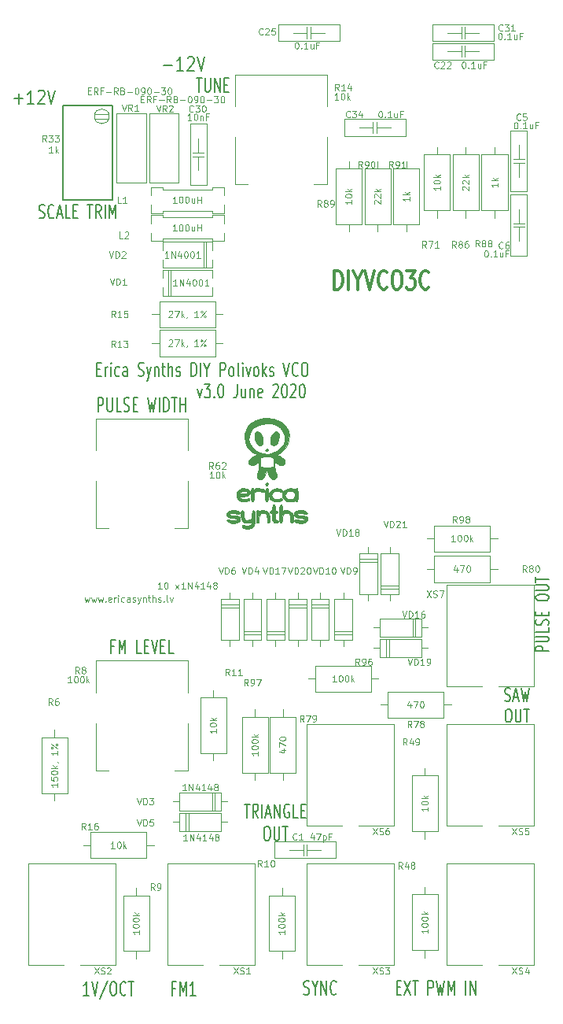
<source format=gto>
G04 #@! TF.GenerationSoftware,KiCad,Pcbnew,(5.0.0-rc2-dev-837-gfc71fc6)*
G04 #@! TF.CreationDate,2020-06-18T09:21:10+03:00*
G04 #@! TF.ProjectId,DIYVCO3C,44495956434F33432E6B696361645F70,rev?*
G04 #@! TF.SameCoordinates,PX1c9c380PY81b3200*
G04 #@! TF.FileFunction,Legend,Top*
G04 #@! TF.FilePolarity,Positive*
%FSLAX46Y46*%
G04 Gerber Fmt 4.6, Leading zero omitted, Abs format (unit mm)*
G04 Created by KiCad (PCBNEW (5.0.0-rc2-dev-837-gfc71fc6)) date Thu Jun 18 09:21:10 2020*
%MOMM*%
%LPD*%
G01*
G04 APERTURE LIST*
%ADD10C,0.300000*%
%ADD11C,0.100000*%
%ADD12C,0.150000*%
%ADD13C,0.200000*%
%ADD14C,0.120000*%
G04 APERTURE END LIST*
D10*
X35264285Y76995239D02*
X35264285Y78995239D01*
X35621428Y78995239D01*
X35835714Y78900000D01*
X35978571Y78709524D01*
X36050000Y78519048D01*
X36121428Y78138096D01*
X36121428Y77852381D01*
X36050000Y77471429D01*
X35978571Y77280953D01*
X35835714Y77090477D01*
X35621428Y76995239D01*
X35264285Y76995239D01*
X36764285Y76995239D02*
X36764285Y78995239D01*
X37764285Y77947620D02*
X37764285Y76995239D01*
X37264285Y78995239D02*
X37764285Y77947620D01*
X38264285Y78995239D01*
X38550000Y78995239D02*
X39050000Y76995239D01*
X39550000Y78995239D01*
X40907142Y77185715D02*
X40835714Y77090477D01*
X40621428Y76995239D01*
X40478571Y76995239D01*
X40264285Y77090477D01*
X40121428Y77280953D01*
X40050000Y77471429D01*
X39978571Y77852381D01*
X39978571Y78138096D01*
X40050000Y78519048D01*
X40121428Y78709524D01*
X40264285Y78900000D01*
X40478571Y78995239D01*
X40621428Y78995239D01*
X40835714Y78900000D01*
X40907142Y78804762D01*
X41835714Y78995239D02*
X42121428Y78995239D01*
X42264285Y78900000D01*
X42407142Y78709524D01*
X42478571Y78328572D01*
X42478571Y77661905D01*
X42407142Y77280953D01*
X42264285Y77090477D01*
X42121428Y76995239D01*
X41835714Y76995239D01*
X41692857Y77090477D01*
X41550000Y77280953D01*
X41478571Y77661905D01*
X41478571Y78328572D01*
X41550000Y78709524D01*
X41692857Y78900000D01*
X41835714Y78995239D01*
X42978571Y78995239D02*
X43907142Y78995239D01*
X43407142Y78233334D01*
X43621428Y78233334D01*
X43764285Y78138096D01*
X43835714Y78042858D01*
X43907142Y77852381D01*
X43907142Y77376191D01*
X43835714Y77185715D01*
X43764285Y77090477D01*
X43621428Y76995239D01*
X43192857Y76995239D01*
X43050000Y77090477D01*
X42978571Y77185715D01*
X45407142Y77185715D02*
X45335714Y77090477D01*
X45121428Y76995239D01*
X44978571Y76995239D01*
X44764285Y77090477D01*
X44621428Y77280953D01*
X44550000Y77471429D01*
X44478571Y77852381D01*
X44478571Y78138096D01*
X44550000Y78519048D01*
X44621428Y78709524D01*
X44764285Y78900000D01*
X44978571Y78995239D01*
X45121428Y78995239D01*
X45335714Y78900000D01*
X45407142Y78804762D01*
D11*
X16650000Y44783334D02*
X16250000Y44783334D01*
X16450000Y44783334D02*
X16450000Y45483334D01*
X16383333Y45383334D01*
X16316666Y45316667D01*
X16250000Y45283334D01*
X17083333Y45483334D02*
X17150000Y45483334D01*
X17216666Y45450000D01*
X17250000Y45416667D01*
X17283333Y45350000D01*
X17316666Y45216667D01*
X17316666Y45050000D01*
X17283333Y44916667D01*
X17250000Y44850000D01*
X17216666Y44816667D01*
X17150000Y44783334D01*
X17083333Y44783334D01*
X17016666Y44816667D01*
X16983333Y44850000D01*
X16950000Y44916667D01*
X16916666Y45050000D01*
X16916666Y45216667D01*
X16950000Y45350000D01*
X16983333Y45416667D01*
X17016666Y45450000D01*
X17083333Y45483334D01*
X18083333Y44783334D02*
X18450000Y45250000D01*
X18083333Y45250000D02*
X18450000Y44783334D01*
X4916666Y91683334D02*
X4516666Y91683334D01*
X4716666Y91683334D02*
X4716666Y92383334D01*
X4650000Y92283334D01*
X4583333Y92216667D01*
X4516666Y92183334D01*
X5216666Y91683334D02*
X5216666Y92383334D01*
X5283333Y91950000D02*
X5483333Y91683334D01*
X5483333Y92150000D02*
X5216666Y91883334D01*
X8350000Y43850000D02*
X8483333Y43383334D01*
X8616666Y43716667D01*
X8750000Y43383334D01*
X8883333Y43850000D01*
X9083333Y43850000D02*
X9216666Y43383334D01*
X9350000Y43716667D01*
X9483333Y43383334D01*
X9616666Y43850000D01*
X9816666Y43850000D02*
X9950000Y43383334D01*
X10083333Y43716667D01*
X10216666Y43383334D01*
X10350000Y43850000D01*
X10616666Y43450000D02*
X10650000Y43416667D01*
X10616666Y43383334D01*
X10583333Y43416667D01*
X10616666Y43450000D01*
X10616666Y43383334D01*
X11216666Y43416667D02*
X11150000Y43383334D01*
X11016666Y43383334D01*
X10950000Y43416667D01*
X10916666Y43483334D01*
X10916666Y43750000D01*
X10950000Y43816667D01*
X11016666Y43850000D01*
X11150000Y43850000D01*
X11216666Y43816667D01*
X11250000Y43750000D01*
X11250000Y43683334D01*
X10916666Y43616667D01*
X11550000Y43383334D02*
X11550000Y43850000D01*
X11550000Y43716667D02*
X11583333Y43783334D01*
X11616666Y43816667D01*
X11683333Y43850000D01*
X11750000Y43850000D01*
X11983333Y43383334D02*
X11983333Y43850000D01*
X11983333Y44083334D02*
X11950000Y44050000D01*
X11983333Y44016667D01*
X12016666Y44050000D01*
X11983333Y44083334D01*
X11983333Y44016667D01*
X12616666Y43416667D02*
X12550000Y43383334D01*
X12416666Y43383334D01*
X12350000Y43416667D01*
X12316666Y43450000D01*
X12283333Y43516667D01*
X12283333Y43716667D01*
X12316666Y43783334D01*
X12350000Y43816667D01*
X12416666Y43850000D01*
X12550000Y43850000D01*
X12616666Y43816667D01*
X13216666Y43383334D02*
X13216666Y43750000D01*
X13183333Y43816667D01*
X13116666Y43850000D01*
X12983333Y43850000D01*
X12916666Y43816667D01*
X13216666Y43416667D02*
X13150000Y43383334D01*
X12983333Y43383334D01*
X12916666Y43416667D01*
X12883333Y43483334D01*
X12883333Y43550000D01*
X12916666Y43616667D01*
X12983333Y43650000D01*
X13150000Y43650000D01*
X13216666Y43683334D01*
X13516666Y43416667D02*
X13583333Y43383334D01*
X13716666Y43383334D01*
X13783333Y43416667D01*
X13816666Y43483334D01*
X13816666Y43516667D01*
X13783333Y43583334D01*
X13716666Y43616667D01*
X13616666Y43616667D01*
X13550000Y43650000D01*
X13516666Y43716667D01*
X13516666Y43750000D01*
X13550000Y43816667D01*
X13616666Y43850000D01*
X13716666Y43850000D01*
X13783333Y43816667D01*
X14050000Y43850000D02*
X14216666Y43383334D01*
X14383333Y43850000D02*
X14216666Y43383334D01*
X14150000Y43216667D01*
X14116666Y43183334D01*
X14050000Y43150000D01*
X14650000Y43850000D02*
X14650000Y43383334D01*
X14650000Y43783334D02*
X14683333Y43816667D01*
X14750000Y43850000D01*
X14850000Y43850000D01*
X14916666Y43816667D01*
X14950000Y43750000D01*
X14950000Y43383334D01*
X15183333Y43850000D02*
X15450000Y43850000D01*
X15283333Y44083334D02*
X15283333Y43483334D01*
X15316666Y43416667D01*
X15383333Y43383334D01*
X15450000Y43383334D01*
X15683333Y43383334D02*
X15683333Y44083334D01*
X15983333Y43383334D02*
X15983333Y43750000D01*
X15950000Y43816667D01*
X15883333Y43850000D01*
X15783333Y43850000D01*
X15716666Y43816667D01*
X15683333Y43783334D01*
X16283333Y43416667D02*
X16350000Y43383334D01*
X16483333Y43383334D01*
X16550000Y43416667D01*
X16583333Y43483334D01*
X16583333Y43516667D01*
X16550000Y43583334D01*
X16483333Y43616667D01*
X16383333Y43616667D01*
X16316666Y43650000D01*
X16283333Y43716667D01*
X16283333Y43750000D01*
X16316666Y43816667D01*
X16383333Y43850000D01*
X16483333Y43850000D01*
X16550000Y43816667D01*
X16883333Y43450000D02*
X16916666Y43416667D01*
X16883333Y43383334D01*
X16850000Y43416667D01*
X16883333Y43450000D01*
X16883333Y43383334D01*
X17316666Y43383334D02*
X17250000Y43416667D01*
X17216666Y43483334D01*
X17216666Y44083334D01*
X17516666Y43850000D02*
X17683333Y43383334D01*
X17850000Y43850000D01*
D12*
X3457142Y84692858D02*
X3600000Y84621429D01*
X3838095Y84621429D01*
X3933333Y84692858D01*
X3980952Y84764286D01*
X4028571Y84907143D01*
X4028571Y85050000D01*
X3980952Y85192858D01*
X3933333Y85264286D01*
X3838095Y85335715D01*
X3647619Y85407143D01*
X3552380Y85478572D01*
X3504761Y85550000D01*
X3457142Y85692858D01*
X3457142Y85835715D01*
X3504761Y85978572D01*
X3552380Y86050000D01*
X3647619Y86121429D01*
X3885714Y86121429D01*
X4028571Y86050000D01*
X5028571Y84764286D02*
X4980952Y84692858D01*
X4838095Y84621429D01*
X4742857Y84621429D01*
X4600000Y84692858D01*
X4504761Y84835715D01*
X4457142Y84978572D01*
X4409523Y85264286D01*
X4409523Y85478572D01*
X4457142Y85764286D01*
X4504761Y85907143D01*
X4600000Y86050000D01*
X4742857Y86121429D01*
X4838095Y86121429D01*
X4980952Y86050000D01*
X5028571Y85978572D01*
X5409523Y85050000D02*
X5885714Y85050000D01*
X5314285Y84621429D02*
X5647619Y86121429D01*
X5980952Y84621429D01*
X6790476Y84621429D02*
X6314285Y84621429D01*
X6314285Y86121429D01*
X7123809Y85407143D02*
X7457142Y85407143D01*
X7600000Y84621429D02*
X7123809Y84621429D01*
X7123809Y86121429D01*
X7600000Y86121429D01*
X8647619Y86121429D02*
X9219047Y86121429D01*
X8933333Y84621429D02*
X8933333Y86121429D01*
X10123809Y84621429D02*
X9790476Y85335715D01*
X9552380Y84621429D02*
X9552380Y86121429D01*
X9933333Y86121429D01*
X10028571Y86050000D01*
X10076190Y85978572D01*
X10123809Y85835715D01*
X10123809Y85621429D01*
X10076190Y85478572D01*
X10028571Y85407143D01*
X9933333Y85335715D01*
X9552380Y85335715D01*
X10552380Y84621429D02*
X10552380Y86121429D01*
X11028571Y84621429D02*
X11028571Y86121429D01*
X11361904Y85050000D01*
X11695238Y86121429D01*
X11695238Y84621429D01*
X18095238Y1807143D02*
X17761904Y1807143D01*
X17761904Y1021429D02*
X17761904Y2521429D01*
X18238095Y2521429D01*
X18619047Y1021429D02*
X18619047Y2521429D01*
X18952380Y1450000D01*
X19285714Y2521429D01*
X19285714Y1021429D01*
X20285714Y1021429D02*
X19714285Y1021429D01*
X20000000Y1021429D02*
X20000000Y2521429D01*
X19904761Y2307143D01*
X19809523Y2164286D01*
X19714285Y2092858D01*
X58333333Y38071429D02*
X56933333Y38071429D01*
X56933333Y38452381D01*
X57000000Y38547620D01*
X57066666Y38595239D01*
X57200000Y38642858D01*
X57400000Y38642858D01*
X57533333Y38595239D01*
X57600000Y38547620D01*
X57666666Y38452381D01*
X57666666Y38071429D01*
X56933333Y39071429D02*
X58066666Y39071429D01*
X58200000Y39119048D01*
X58266666Y39166667D01*
X58333333Y39261905D01*
X58333333Y39452381D01*
X58266666Y39547620D01*
X58200000Y39595239D01*
X58066666Y39642858D01*
X56933333Y39642858D01*
X58333333Y40595239D02*
X58333333Y40119048D01*
X56933333Y40119048D01*
X58266666Y40880953D02*
X58333333Y41023810D01*
X58333333Y41261905D01*
X58266666Y41357143D01*
X58200000Y41404762D01*
X58066666Y41452381D01*
X57933333Y41452381D01*
X57800000Y41404762D01*
X57733333Y41357143D01*
X57666666Y41261905D01*
X57600000Y41071429D01*
X57533333Y40976191D01*
X57466666Y40928572D01*
X57333333Y40880953D01*
X57200000Y40880953D01*
X57066666Y40928572D01*
X57000000Y40976191D01*
X56933333Y41071429D01*
X56933333Y41309524D01*
X57000000Y41452381D01*
X57600000Y41880953D02*
X57600000Y42214286D01*
X58333333Y42357143D02*
X58333333Y41880953D01*
X56933333Y41880953D01*
X56933333Y42357143D01*
X56933333Y43738096D02*
X56933333Y43928572D01*
X57000000Y44023810D01*
X57133333Y44119048D01*
X57400000Y44166667D01*
X57866666Y44166667D01*
X58133333Y44119048D01*
X58266666Y44023810D01*
X58333333Y43928572D01*
X58333333Y43738096D01*
X58266666Y43642858D01*
X58133333Y43547620D01*
X57866666Y43500000D01*
X57400000Y43500000D01*
X57133333Y43547620D01*
X57000000Y43642858D01*
X56933333Y43738096D01*
X56933333Y44595239D02*
X58066666Y44595239D01*
X58200000Y44642858D01*
X58266666Y44690477D01*
X58333333Y44785715D01*
X58333333Y44976191D01*
X58266666Y45071429D01*
X58200000Y45119048D01*
X58066666Y45166667D01*
X56933333Y45166667D01*
X56933333Y45500000D02*
X56933333Y46071429D01*
X58333333Y45785715D02*
X56933333Y45785715D01*
X25566666Y21621429D02*
X26138095Y21621429D01*
X25852380Y20121429D02*
X25852380Y21621429D01*
X27042857Y20121429D02*
X26709523Y20835715D01*
X26471428Y20121429D02*
X26471428Y21621429D01*
X26852380Y21621429D01*
X26947619Y21550000D01*
X26995238Y21478572D01*
X27042857Y21335715D01*
X27042857Y21121429D01*
X26995238Y20978572D01*
X26947619Y20907143D01*
X26852380Y20835715D01*
X26471428Y20835715D01*
X27471428Y20121429D02*
X27471428Y21621429D01*
X27900000Y20550000D02*
X28376190Y20550000D01*
X27804761Y20121429D02*
X28138095Y21621429D01*
X28471428Y20121429D01*
X28804761Y20121429D02*
X28804761Y21621429D01*
X29376190Y20121429D01*
X29376190Y21621429D01*
X30376190Y21550000D02*
X30280952Y21621429D01*
X30138095Y21621429D01*
X29995238Y21550000D01*
X29900000Y21407143D01*
X29852380Y21264286D01*
X29804761Y20978572D01*
X29804761Y20764286D01*
X29852380Y20478572D01*
X29900000Y20335715D01*
X29995238Y20192858D01*
X30138095Y20121429D01*
X30233333Y20121429D01*
X30376190Y20192858D01*
X30423809Y20264286D01*
X30423809Y20764286D01*
X30233333Y20764286D01*
X31328571Y20121429D02*
X30852380Y20121429D01*
X30852380Y21621429D01*
X31661904Y20907143D02*
X31995238Y20907143D01*
X32138095Y20121429D02*
X31661904Y20121429D01*
X31661904Y21621429D01*
X32138095Y21621429D01*
X27900000Y19221429D02*
X28090476Y19221429D01*
X28185714Y19150000D01*
X28280952Y19007143D01*
X28328571Y18721429D01*
X28328571Y18221429D01*
X28280952Y17935715D01*
X28185714Y17792858D01*
X28090476Y17721429D01*
X27900000Y17721429D01*
X27804761Y17792858D01*
X27709523Y17935715D01*
X27661904Y18221429D01*
X27661904Y18721429D01*
X27709523Y19007143D01*
X27804761Y19150000D01*
X27900000Y19221429D01*
X28757142Y19221429D02*
X28757142Y18007143D01*
X28804761Y17864286D01*
X28852380Y17792858D01*
X28947619Y17721429D01*
X29138095Y17721429D01*
X29233333Y17792858D01*
X29280952Y17864286D01*
X29328571Y18007143D01*
X29328571Y19221429D01*
X29661904Y19221429D02*
X30233333Y19221429D01*
X29947619Y17721429D02*
X29947619Y19221429D01*
D13*
X16885714Y101092858D02*
X17800000Y101092858D01*
X19000000Y100521429D02*
X18314285Y100521429D01*
X18657142Y100521429D02*
X18657142Y102021429D01*
X18542857Y101807143D01*
X18428571Y101664286D01*
X18314285Y101592858D01*
X19457142Y101878572D02*
X19514285Y101950000D01*
X19628571Y102021429D01*
X19914285Y102021429D01*
X20028571Y101950000D01*
X20085714Y101878572D01*
X20142857Y101735715D01*
X20142857Y101592858D01*
X20085714Y101378572D01*
X19400000Y100521429D01*
X20142857Y100521429D01*
X20485714Y102021429D02*
X20885714Y100521429D01*
X21285714Y102021429D01*
X785714Y97492858D02*
X1700000Y97492858D01*
X1242857Y96921429D02*
X1242857Y98064286D01*
X2900000Y96921429D02*
X2214285Y96921429D01*
X2557142Y96921429D02*
X2557142Y98421429D01*
X2442857Y98207143D01*
X2328571Y98064286D01*
X2214285Y97992858D01*
X3357142Y98278572D02*
X3414285Y98350000D01*
X3528571Y98421429D01*
X3814285Y98421429D01*
X3928571Y98350000D01*
X3985714Y98278572D01*
X4042857Y98135715D01*
X4042857Y97992858D01*
X3985714Y97778572D01*
X3300000Y96921429D01*
X4042857Y96921429D01*
X4385714Y98421429D02*
X4785714Y96921429D01*
X5185714Y98421429D01*
X20490476Y66321429D02*
X20728571Y65321429D01*
X20966666Y66321429D01*
X21252380Y66821429D02*
X21871428Y66821429D01*
X21538095Y66250000D01*
X21680952Y66250000D01*
X21776190Y66178572D01*
X21823809Y66107143D01*
X21871428Y65964286D01*
X21871428Y65607143D01*
X21823809Y65464286D01*
X21776190Y65392858D01*
X21680952Y65321429D01*
X21395238Y65321429D01*
X21300000Y65392858D01*
X21252380Y65464286D01*
X22300000Y65464286D02*
X22347619Y65392858D01*
X22300000Y65321429D01*
X22252380Y65392858D01*
X22300000Y65464286D01*
X22300000Y65321429D01*
X22966666Y66821429D02*
X23061904Y66821429D01*
X23157142Y66750000D01*
X23204761Y66678572D01*
X23252380Y66535715D01*
X23300000Y66250000D01*
X23300000Y65892858D01*
X23252380Y65607143D01*
X23204761Y65464286D01*
X23157142Y65392858D01*
X23061904Y65321429D01*
X22966666Y65321429D01*
X22871428Y65392858D01*
X22823809Y65464286D01*
X22776190Y65607143D01*
X22728571Y65892858D01*
X22728571Y66250000D01*
X22776190Y66535715D01*
X22823809Y66678572D01*
X22871428Y66750000D01*
X22966666Y66821429D01*
X24776190Y66821429D02*
X24776190Y65750000D01*
X24728571Y65535715D01*
X24633333Y65392858D01*
X24490476Y65321429D01*
X24395238Y65321429D01*
X25680952Y66321429D02*
X25680952Y65321429D01*
X25252380Y66321429D02*
X25252380Y65535715D01*
X25300000Y65392858D01*
X25395238Y65321429D01*
X25538095Y65321429D01*
X25633333Y65392858D01*
X25680952Y65464286D01*
X26157142Y66321429D02*
X26157142Y65321429D01*
X26157142Y66178572D02*
X26204761Y66250000D01*
X26300000Y66321429D01*
X26442857Y66321429D01*
X26538095Y66250000D01*
X26585714Y66107143D01*
X26585714Y65321429D01*
X27442857Y65392858D02*
X27347619Y65321429D01*
X27157142Y65321429D01*
X27061904Y65392858D01*
X27014285Y65535715D01*
X27014285Y66107143D01*
X27061904Y66250000D01*
X27157142Y66321429D01*
X27347619Y66321429D01*
X27442857Y66250000D01*
X27490476Y66107143D01*
X27490476Y65964286D01*
X27014285Y65821429D01*
X28633333Y66678572D02*
X28680952Y66750000D01*
X28776190Y66821429D01*
X29014285Y66821429D01*
X29109523Y66750000D01*
X29157142Y66678572D01*
X29204761Y66535715D01*
X29204761Y66392858D01*
X29157142Y66178572D01*
X28585714Y65321429D01*
X29204761Y65321429D01*
X29823809Y66821429D02*
X29919047Y66821429D01*
X30014285Y66750000D01*
X30061904Y66678572D01*
X30109523Y66535715D01*
X30157142Y66250000D01*
X30157142Y65892858D01*
X30109523Y65607143D01*
X30061904Y65464286D01*
X30014285Y65392858D01*
X29919047Y65321429D01*
X29823809Y65321429D01*
X29728571Y65392858D01*
X29680952Y65464286D01*
X29633333Y65607143D01*
X29585714Y65892858D01*
X29585714Y66250000D01*
X29633333Y66535715D01*
X29680952Y66678572D01*
X29728571Y66750000D01*
X29823809Y66821429D01*
X30538095Y66678572D02*
X30585714Y66750000D01*
X30680952Y66821429D01*
X30919047Y66821429D01*
X31014285Y66750000D01*
X31061904Y66678572D01*
X31109523Y66535715D01*
X31109523Y66392858D01*
X31061904Y66178572D01*
X30490476Y65321429D01*
X31109523Y65321429D01*
X31728571Y66821429D02*
X31823809Y66821429D01*
X31919047Y66750000D01*
X31966666Y66678572D01*
X32014285Y66535715D01*
X32061904Y66250000D01*
X32061904Y65892858D01*
X32014285Y65607143D01*
X31966666Y65464286D01*
X31919047Y65392858D01*
X31823809Y65321429D01*
X31728571Y65321429D01*
X31633333Y65392858D01*
X31585714Y65464286D01*
X31538095Y65607143D01*
X31490476Y65892858D01*
X31490476Y66250000D01*
X31538095Y66535715D01*
X31585714Y66678572D01*
X31633333Y66750000D01*
X31728571Y66821429D01*
X9666666Y68407143D02*
X10000000Y68407143D01*
X10142857Y67621429D02*
X9666666Y67621429D01*
X9666666Y69121429D01*
X10142857Y69121429D01*
X10571428Y67621429D02*
X10571428Y68621429D01*
X10571428Y68335715D02*
X10619047Y68478572D01*
X10666666Y68550000D01*
X10761904Y68621429D01*
X10857142Y68621429D01*
X11190476Y67621429D02*
X11190476Y68621429D01*
X11190476Y69121429D02*
X11142857Y69050000D01*
X11190476Y68978572D01*
X11238095Y69050000D01*
X11190476Y69121429D01*
X11190476Y68978572D01*
X12095238Y67692858D02*
X12000000Y67621429D01*
X11809523Y67621429D01*
X11714285Y67692858D01*
X11666666Y67764286D01*
X11619047Y67907143D01*
X11619047Y68335715D01*
X11666666Y68478572D01*
X11714285Y68550000D01*
X11809523Y68621429D01*
X12000000Y68621429D01*
X12095238Y68550000D01*
X12952380Y67621429D02*
X12952380Y68407143D01*
X12904761Y68550000D01*
X12809523Y68621429D01*
X12619047Y68621429D01*
X12523809Y68550000D01*
X12952380Y67692858D02*
X12857142Y67621429D01*
X12619047Y67621429D01*
X12523809Y67692858D01*
X12476190Y67835715D01*
X12476190Y67978572D01*
X12523809Y68121429D01*
X12619047Y68192858D01*
X12857142Y68192858D01*
X12952380Y68264286D01*
X14142857Y67692858D02*
X14285714Y67621429D01*
X14523809Y67621429D01*
X14619047Y67692858D01*
X14666666Y67764286D01*
X14714285Y67907143D01*
X14714285Y68050000D01*
X14666666Y68192858D01*
X14619047Y68264286D01*
X14523809Y68335715D01*
X14333333Y68407143D01*
X14238095Y68478572D01*
X14190476Y68550000D01*
X14142857Y68692858D01*
X14142857Y68835715D01*
X14190476Y68978572D01*
X14238095Y69050000D01*
X14333333Y69121429D01*
X14571428Y69121429D01*
X14714285Y69050000D01*
X15047619Y68621429D02*
X15285714Y67621429D01*
X15523809Y68621429D02*
X15285714Y67621429D01*
X15190476Y67264286D01*
X15142857Y67192858D01*
X15047619Y67121429D01*
X15904761Y68621429D02*
X15904761Y67621429D01*
X15904761Y68478572D02*
X15952380Y68550000D01*
X16047619Y68621429D01*
X16190476Y68621429D01*
X16285714Y68550000D01*
X16333333Y68407143D01*
X16333333Y67621429D01*
X16666666Y68621429D02*
X17047619Y68621429D01*
X16809523Y69121429D02*
X16809523Y67835715D01*
X16857142Y67692858D01*
X16952380Y67621429D01*
X17047619Y67621429D01*
X17380952Y67621429D02*
X17380952Y69121429D01*
X17809523Y67621429D02*
X17809523Y68407143D01*
X17761904Y68550000D01*
X17666666Y68621429D01*
X17523809Y68621429D01*
X17428571Y68550000D01*
X17380952Y68478572D01*
X18238095Y67692858D02*
X18333333Y67621429D01*
X18523809Y67621429D01*
X18619047Y67692858D01*
X18666666Y67835715D01*
X18666666Y67907143D01*
X18619047Y68050000D01*
X18523809Y68121429D01*
X18380952Y68121429D01*
X18285714Y68192858D01*
X18238095Y68335715D01*
X18238095Y68407143D01*
X18285714Y68550000D01*
X18380952Y68621429D01*
X18523809Y68621429D01*
X18619047Y68550000D01*
X19857142Y67621429D02*
X19857142Y69121429D01*
X20095238Y69121429D01*
X20238095Y69050000D01*
X20333333Y68907143D01*
X20380952Y68764286D01*
X20428571Y68478572D01*
X20428571Y68264286D01*
X20380952Y67978572D01*
X20333333Y67835715D01*
X20238095Y67692858D01*
X20095238Y67621429D01*
X19857142Y67621429D01*
X20857142Y67621429D02*
X20857142Y69121429D01*
X21523809Y68335715D02*
X21523809Y67621429D01*
X21190476Y69121429D02*
X21523809Y68335715D01*
X21857142Y69121429D01*
X22952380Y67621429D02*
X22952380Y69121429D01*
X23333333Y69121429D01*
X23428571Y69050000D01*
X23476190Y68978572D01*
X23523809Y68835715D01*
X23523809Y68621429D01*
X23476190Y68478572D01*
X23428571Y68407143D01*
X23333333Y68335715D01*
X22952380Y68335715D01*
X24095238Y67621429D02*
X23999999Y67692858D01*
X23952380Y67764286D01*
X23904761Y67907143D01*
X23904761Y68335715D01*
X23952380Y68478572D01*
X23999999Y68550000D01*
X24095238Y68621429D01*
X24238095Y68621429D01*
X24333333Y68550000D01*
X24380952Y68478572D01*
X24428571Y68335715D01*
X24428571Y67907143D01*
X24380952Y67764286D01*
X24333333Y67692858D01*
X24238095Y67621429D01*
X24095238Y67621429D01*
X24999999Y67621429D02*
X24904761Y67692858D01*
X24857142Y67835715D01*
X24857142Y69121429D01*
X25380952Y67621429D02*
X25380952Y68621429D01*
X25380952Y69121429D02*
X25333333Y69050000D01*
X25380952Y68978572D01*
X25428571Y69050000D01*
X25380952Y69121429D01*
X25380952Y68978572D01*
X25761904Y68621429D02*
X25999999Y67621429D01*
X26238095Y68621429D01*
X26761904Y67621429D02*
X26666666Y67692858D01*
X26619047Y67764286D01*
X26571428Y67907143D01*
X26571428Y68335715D01*
X26619047Y68478572D01*
X26666666Y68550000D01*
X26761904Y68621429D01*
X26904761Y68621429D01*
X27000000Y68550000D01*
X27047619Y68478572D01*
X27095238Y68335715D01*
X27095238Y67907143D01*
X27047619Y67764286D01*
X27000000Y67692858D01*
X26904761Y67621429D01*
X26761904Y67621429D01*
X27523809Y67621429D02*
X27523809Y69121429D01*
X27619047Y68192858D02*
X27904761Y67621429D01*
X27904761Y68621429D02*
X27523809Y68050000D01*
X28285714Y67692858D02*
X28380952Y67621429D01*
X28571428Y67621429D01*
X28666666Y67692858D01*
X28714285Y67835715D01*
X28714285Y67907143D01*
X28666666Y68050000D01*
X28571428Y68121429D01*
X28428571Y68121429D01*
X28333333Y68192858D01*
X28285714Y68335715D01*
X28285714Y68407143D01*
X28333333Y68550000D01*
X28428571Y68621429D01*
X28571428Y68621429D01*
X28666666Y68550000D01*
X29761904Y69121429D02*
X30095238Y67621429D01*
X30428571Y69121429D01*
X31333333Y67764286D02*
X31285714Y67692858D01*
X31142857Y67621429D01*
X31047619Y67621429D01*
X30904761Y67692858D01*
X30809523Y67835715D01*
X30761904Y67978572D01*
X30714285Y68264286D01*
X30714285Y68478572D01*
X30761904Y68764286D01*
X30809523Y68907143D01*
X30904761Y69050000D01*
X31047619Y69121429D01*
X31142857Y69121429D01*
X31285714Y69050000D01*
X31333333Y68978572D01*
X31952380Y69121429D02*
X32142857Y69121429D01*
X32238095Y69050000D01*
X32333333Y68907143D01*
X32380952Y68621429D01*
X32380952Y68121429D01*
X32333333Y67835715D01*
X32238095Y67692858D01*
X32142857Y67621429D01*
X31952380Y67621429D01*
X31857142Y67692858D01*
X31761904Y67835715D01*
X31714285Y68121429D01*
X31714285Y68621429D01*
X31761904Y68907143D01*
X31857142Y69050000D01*
X31952380Y69121429D01*
D12*
X41961904Y1907143D02*
X42295238Y1907143D01*
X42438095Y1121429D02*
X41961904Y1121429D01*
X41961904Y2621429D01*
X42438095Y2621429D01*
X42771428Y2621429D02*
X43438095Y1121429D01*
X43438095Y2621429D02*
X42771428Y1121429D01*
X43676190Y2621429D02*
X44247619Y2621429D01*
X43961904Y1121429D02*
X43961904Y2621429D01*
X45342857Y1121429D02*
X45342857Y2621429D01*
X45723809Y2621429D01*
X45819047Y2550000D01*
X45866666Y2478572D01*
X45914285Y2335715D01*
X45914285Y2121429D01*
X45866666Y1978572D01*
X45819047Y1907143D01*
X45723809Y1835715D01*
X45342857Y1835715D01*
X46247619Y2621429D02*
X46485714Y1121429D01*
X46676190Y2192858D01*
X46866666Y1121429D01*
X47104761Y2621429D01*
X47485714Y1121429D02*
X47485714Y2621429D01*
X47819047Y1550000D01*
X48152380Y2621429D01*
X48152380Y1121429D01*
X49390476Y1121429D02*
X49390476Y2621429D01*
X49866666Y1121429D02*
X49866666Y2621429D01*
X50438095Y1121429D01*
X50438095Y2621429D01*
X31961904Y1192858D02*
X32104761Y1121429D01*
X32342857Y1121429D01*
X32438095Y1192858D01*
X32485714Y1264286D01*
X32533333Y1407143D01*
X32533333Y1550000D01*
X32485714Y1692858D01*
X32438095Y1764286D01*
X32342857Y1835715D01*
X32152380Y1907143D01*
X32057142Y1978572D01*
X32009523Y2050000D01*
X31961904Y2192858D01*
X31961904Y2335715D01*
X32009523Y2478572D01*
X32057142Y2550000D01*
X32152380Y2621429D01*
X32390476Y2621429D01*
X32533333Y2550000D01*
X33152380Y1835715D02*
X33152380Y1121429D01*
X32819047Y2621429D02*
X33152380Y1835715D01*
X33485714Y2621429D01*
X33819047Y1121429D02*
X33819047Y2621429D01*
X34390476Y1121429D01*
X34390476Y2621429D01*
X35438095Y1264286D02*
X35390476Y1192858D01*
X35247619Y1121429D01*
X35152380Y1121429D01*
X35009523Y1192858D01*
X34914285Y1335715D01*
X34866666Y1478572D01*
X34819047Y1764286D01*
X34819047Y1978572D01*
X34866666Y2264286D01*
X34914285Y2407143D01*
X35009523Y2550000D01*
X35152380Y2621429D01*
X35247619Y2621429D01*
X35390476Y2550000D01*
X35438095Y2478572D01*
X8828571Y1021429D02*
X8257142Y1021429D01*
X8542857Y1021429D02*
X8542857Y2521429D01*
X8447619Y2307143D01*
X8352380Y2164286D01*
X8257142Y2092858D01*
X9114285Y2521429D02*
X9447619Y1021429D01*
X9780952Y2521429D01*
X10828571Y2592858D02*
X9971428Y664286D01*
X11352380Y2521429D02*
X11542857Y2521429D01*
X11638095Y2450000D01*
X11733333Y2307143D01*
X11780952Y2021429D01*
X11780952Y1521429D01*
X11733333Y1235715D01*
X11638095Y1092858D01*
X11542857Y1021429D01*
X11352380Y1021429D01*
X11257142Y1092858D01*
X11161904Y1235715D01*
X11114285Y1521429D01*
X11114285Y2021429D01*
X11161904Y2307143D01*
X11257142Y2450000D01*
X11352380Y2521429D01*
X12780952Y1164286D02*
X12733333Y1092858D01*
X12590476Y1021429D01*
X12495238Y1021429D01*
X12352380Y1092858D01*
X12257142Y1235715D01*
X12209523Y1378572D01*
X12161904Y1664286D01*
X12161904Y1878572D01*
X12209523Y2164286D01*
X12257142Y2307143D01*
X12352380Y2450000D01*
X12495238Y2521429D01*
X12590476Y2521429D01*
X12733333Y2450000D01*
X12780952Y2378572D01*
X13066666Y2521429D02*
X13638095Y2521429D01*
X13352380Y1021429D02*
X13352380Y2521429D01*
X53614285Y32758334D02*
X53757142Y32691667D01*
X53995238Y32691667D01*
X54090476Y32758334D01*
X54138095Y32825000D01*
X54185714Y32958334D01*
X54185714Y33091667D01*
X54138095Y33225000D01*
X54090476Y33291667D01*
X53995238Y33358334D01*
X53804761Y33425000D01*
X53709523Y33491667D01*
X53661904Y33558334D01*
X53614285Y33691667D01*
X53614285Y33825000D01*
X53661904Y33958334D01*
X53709523Y34025000D01*
X53804761Y34091667D01*
X54042857Y34091667D01*
X54185714Y34025000D01*
X54566666Y33091667D02*
X55042857Y33091667D01*
X54471428Y32691667D02*
X54804761Y34091667D01*
X55138095Y32691667D01*
X55376190Y34091667D02*
X55614285Y32691667D01*
X55804761Y33691667D01*
X55995238Y32691667D01*
X56233333Y34091667D01*
X53900000Y31841667D02*
X54090476Y31841667D01*
X54185714Y31775000D01*
X54280952Y31641667D01*
X54328571Y31375000D01*
X54328571Y30908334D01*
X54280952Y30641667D01*
X54185714Y30508334D01*
X54090476Y30441667D01*
X53900000Y30441667D01*
X53804761Y30508334D01*
X53709523Y30641667D01*
X53661904Y30908334D01*
X53661904Y31375000D01*
X53709523Y31641667D01*
X53804761Y31775000D01*
X53900000Y31841667D01*
X54757142Y31841667D02*
X54757142Y30708334D01*
X54804761Y30575000D01*
X54852380Y30508334D01*
X54947619Y30441667D01*
X55138095Y30441667D01*
X55233333Y30508334D01*
X55280952Y30575000D01*
X55328571Y30708334D01*
X55328571Y31841667D01*
X55661904Y31841667D02*
X56233333Y31841667D01*
X55947619Y30441667D02*
X55947619Y31841667D01*
X9785714Y63821429D02*
X9785714Y65321429D01*
X10166666Y65321429D01*
X10261904Y65250000D01*
X10309523Y65178572D01*
X10357142Y65035715D01*
X10357142Y64821429D01*
X10309523Y64678572D01*
X10261904Y64607143D01*
X10166666Y64535715D01*
X9785714Y64535715D01*
X10785714Y65321429D02*
X10785714Y64107143D01*
X10833333Y63964286D01*
X10880952Y63892858D01*
X10976190Y63821429D01*
X11166666Y63821429D01*
X11261904Y63892858D01*
X11309523Y63964286D01*
X11357142Y64107143D01*
X11357142Y65321429D01*
X12309523Y63821429D02*
X11833333Y63821429D01*
X11833333Y65321429D01*
X12595238Y63892858D02*
X12738095Y63821429D01*
X12976190Y63821429D01*
X13071428Y63892858D01*
X13119047Y63964286D01*
X13166666Y64107143D01*
X13166666Y64250000D01*
X13119047Y64392858D01*
X13071428Y64464286D01*
X12976190Y64535715D01*
X12785714Y64607143D01*
X12690476Y64678572D01*
X12642857Y64750000D01*
X12595238Y64892858D01*
X12595238Y65035715D01*
X12642857Y65178572D01*
X12690476Y65250000D01*
X12785714Y65321429D01*
X13023809Y65321429D01*
X13166666Y65250000D01*
X13595238Y64607143D02*
X13928571Y64607143D01*
X14071428Y63821429D02*
X13595238Y63821429D01*
X13595238Y65321429D01*
X14071428Y65321429D01*
X15166666Y65321429D02*
X15404761Y63821429D01*
X15595238Y64892858D01*
X15785714Y63821429D01*
X16023809Y65321429D01*
X16404761Y63821429D02*
X16404761Y65321429D01*
X16880952Y63821429D02*
X16880952Y65321429D01*
X17119047Y65321429D01*
X17261904Y65250000D01*
X17357142Y65107143D01*
X17404761Y64964286D01*
X17452380Y64678572D01*
X17452380Y64464286D01*
X17404761Y64178572D01*
X17357142Y64035715D01*
X17261904Y63892858D01*
X17119047Y63821429D01*
X16880952Y63821429D01*
X17738095Y65321429D02*
X18309523Y65321429D01*
X18023809Y63821429D02*
X18023809Y65321429D01*
X18642857Y63821429D02*
X18642857Y65321429D01*
X18642857Y64607143D02*
X19214285Y64607143D01*
X19214285Y63821429D02*
X19214285Y65321429D01*
X11547619Y38607143D02*
X11214285Y38607143D01*
X11214285Y37821429D02*
X11214285Y39321429D01*
X11690476Y39321429D01*
X12071428Y37821429D02*
X12071428Y39321429D01*
X12404761Y38250000D01*
X12738095Y39321429D01*
X12738095Y37821429D01*
X14452380Y37821429D02*
X13976190Y37821429D01*
X13976190Y39321429D01*
X14785714Y38607143D02*
X15119047Y38607143D01*
X15261904Y37821429D02*
X14785714Y37821429D01*
X14785714Y39321429D01*
X15261904Y39321429D01*
X15547619Y39321429D02*
X15880952Y37821429D01*
X16214285Y39321429D01*
X16547619Y38607143D02*
X16880952Y38607143D01*
X17023809Y37821429D02*
X16547619Y37821429D01*
X16547619Y39321429D01*
X17023809Y39321429D01*
X17928571Y37821429D02*
X17452380Y37821429D01*
X17452380Y39321429D01*
X20414285Y99721429D02*
X20985714Y99721429D01*
X20700000Y98221429D02*
X20700000Y99721429D01*
X21319047Y99721429D02*
X21319047Y98507143D01*
X21366666Y98364286D01*
X21414285Y98292858D01*
X21509523Y98221429D01*
X21700000Y98221429D01*
X21795238Y98292858D01*
X21842857Y98364286D01*
X21890476Y98507143D01*
X21890476Y99721429D01*
X22366666Y98221429D02*
X22366666Y99721429D01*
X22938095Y98221429D01*
X22938095Y99721429D01*
X23414285Y99007143D02*
X23747619Y99007143D01*
X23890476Y98221429D02*
X23414285Y98221429D01*
X23414285Y99721429D01*
X23890476Y99721429D01*
D11*
G04 #@! TO.C,R8*
X19453000Y37080000D02*
X19453000Y33651000D01*
X9547000Y37080000D02*
X19453000Y37080000D01*
X9547000Y33651000D02*
X9547000Y37080000D01*
X9547000Y25269000D02*
X10944000Y25269000D01*
X9547000Y30349000D02*
X9547000Y25269000D01*
X19453000Y25269000D02*
X18056000Y25269000D01*
X19453000Y30349000D02*
X19453000Y25269000D01*
G04 #@! TO.C,R14*
X34453000Y100080000D02*
X34453000Y96651000D01*
X24547000Y100080000D02*
X34453000Y100080000D01*
X24547000Y96651000D02*
X24547000Y100080000D01*
X24547000Y88269000D02*
X25944000Y88269000D01*
X24547000Y93349000D02*
X24547000Y88269000D01*
X34453000Y88269000D02*
X33056000Y88269000D01*
X34453000Y93349000D02*
X34453000Y88269000D01*
G04 #@! TO.C,R62*
X19453000Y63080000D02*
X19453000Y59651000D01*
X9547000Y63080000D02*
X19453000Y63080000D01*
X9547000Y59651000D02*
X9547000Y63080000D01*
X9547000Y51269000D02*
X10944000Y51269000D01*
X9547000Y56349000D02*
X9547000Y51269000D01*
X19453000Y51269000D02*
X18056000Y51269000D01*
X19453000Y56349000D02*
X19453000Y51269000D01*
G04 #@! TO.C,R98*
X46000000Y50200000D02*
X45200000Y50200000D01*
X52000000Y50200000D02*
X52800000Y50200000D01*
X46000000Y48800000D02*
X46000000Y51600000D01*
X46000000Y51600000D02*
X52000000Y51600000D01*
X52000000Y51600000D02*
X52000000Y48800000D01*
X52000000Y48800000D02*
X46000000Y48800000D01*
G04 #@! TO.C,VD1*
X16733000Y79097000D02*
X22067000Y79097000D01*
X22067000Y76303000D02*
X16733000Y76303000D01*
X17368000Y76303000D02*
X17368000Y79097000D01*
X17622000Y76303000D02*
X17622000Y79097000D01*
X22067000Y76303000D02*
X22067000Y77192000D01*
X22067000Y78208000D02*
X22067000Y79097000D01*
X16733000Y76303000D02*
X16733000Y77192000D01*
X16733000Y78208000D02*
X16733000Y79097000D01*
G04 #@! TO.C,VD2*
X22067000Y79303000D02*
X16733000Y79303000D01*
X16733000Y82097000D02*
X22067000Y82097000D01*
X21432000Y82097000D02*
X21432000Y79303000D01*
X21178000Y82097000D02*
X21178000Y79303000D01*
X16733000Y82097000D02*
X16733000Y81208000D01*
X16733000Y80192000D02*
X16733000Y79303000D01*
X22067000Y82097000D02*
X22067000Y81208000D01*
X22067000Y80192000D02*
X22067000Y79303000D01*
G04 #@! TO.C,VR1*
X11812500Y88453500D02*
X14987500Y88453500D01*
X11812500Y95946500D02*
X11812500Y88453500D01*
X14987500Y95946500D02*
X11812500Y95946500D01*
X14987500Y88453500D02*
X14987500Y95946500D01*
G04 #@! TO.C,VR2*
X15312500Y88453500D02*
X18487500Y88453500D01*
X15312500Y95946500D02*
X15312500Y88453500D01*
X18487500Y95946500D02*
X15312500Y95946500D01*
X18487500Y88453500D02*
X18487500Y95946500D01*
D12*
G04 #@! TO.C,R33*
X6033000Y86620000D02*
X6033000Y96780000D01*
X11367000Y86620000D02*
X6033000Y86620000D01*
X11367000Y96780000D02*
X11367000Y86620000D01*
X6033000Y96780000D02*
X11367000Y96780000D01*
D14*
X11000000Y95600000D02*
G75*
G03X11000000Y95600000I-800000J0D01*
G01*
X9450000Y95350000D02*
X10950000Y95350000D01*
X9450000Y95800000D02*
X10950000Y95800000D01*
D11*
G04 #@! TO.C,C22*
X48900000Y102600000D02*
X47400000Y102600000D01*
X49300000Y102600000D02*
X50800000Y102600000D01*
X49300000Y103200000D02*
X49300000Y102000000D01*
X48900000Y103200000D02*
X48900000Y102000000D01*
X45800000Y103500000D02*
X52400000Y103500000D01*
X52400000Y103500000D02*
X52400000Y101700000D01*
X52400000Y101700000D02*
X45800000Y101700000D01*
X45800000Y101700000D02*
X45800000Y103500000D01*
G04 #@! TO.C,C1*
X28800000Y15800000D02*
X28800000Y17600000D01*
X35400000Y15800000D02*
X28800000Y15800000D01*
X35400000Y17600000D02*
X35400000Y15800000D01*
X28800000Y17600000D02*
X35400000Y17600000D01*
X31900000Y17300000D02*
X31900000Y16100000D01*
X32300000Y17300000D02*
X32300000Y16100000D01*
X32300000Y16700000D02*
X33800000Y16700000D01*
X31900000Y16700000D02*
X30400000Y16700000D01*
G04 #@! TO.C,C5*
X55100000Y90600000D02*
X55100000Y89100000D01*
X55100000Y91000000D02*
X55100000Y92500000D01*
X54500000Y91000000D02*
X55700000Y91000000D01*
X54500000Y90600000D02*
X55700000Y90600000D01*
X54200000Y87500000D02*
X54200000Y94100000D01*
X54200000Y94100000D02*
X56000000Y94100000D01*
X56000000Y94100000D02*
X56000000Y87500000D01*
X56000000Y87500000D02*
X54200000Y87500000D01*
G04 #@! TO.C,C6*
X56000000Y80600000D02*
X54200000Y80600000D01*
X56000000Y87200000D02*
X56000000Y80600000D01*
X54200000Y87200000D02*
X56000000Y87200000D01*
X54200000Y80600000D02*
X54200000Y87200000D01*
X54500000Y83700000D02*
X55700000Y83700000D01*
X54500000Y84100000D02*
X55700000Y84100000D01*
X55100000Y84100000D02*
X55100000Y85600000D01*
X55100000Y83700000D02*
X55100000Y82200000D01*
G04 #@! TO.C,C25*
X32700000Y104600000D02*
X34200000Y104600000D01*
X32300000Y104600000D02*
X30800000Y104600000D01*
X32300000Y104000000D02*
X32300000Y105200000D01*
X32700000Y104000000D02*
X32700000Y105200000D01*
X35800000Y103700000D02*
X29200000Y103700000D01*
X29200000Y103700000D02*
X29200000Y105500000D01*
X29200000Y105500000D02*
X35800000Y105500000D01*
X35800000Y105500000D02*
X35800000Y103700000D01*
G04 #@! TO.C,L1*
X15463000Y85203000D02*
X16733000Y85203000D01*
X16733000Y85203000D02*
X16733000Y85457000D01*
X16733000Y85457000D02*
X22067000Y85457000D01*
X22067000Y85457000D02*
X22067000Y85203000D01*
X22067000Y85203000D02*
X23337000Y85203000D01*
X23337000Y85203000D02*
X23337000Y86092000D01*
X15463000Y86092000D02*
X15463000Y85203000D01*
X15463000Y87997000D02*
X15463000Y87108000D01*
X15463000Y87997000D02*
X16733000Y87997000D01*
X16733000Y87997000D02*
X16733000Y87743000D01*
X16733000Y87743000D02*
X22067000Y87743000D01*
X22067000Y87743000D02*
X22067000Y87997000D01*
X22067000Y87997000D02*
X23337000Y87997000D01*
X23337000Y87997000D02*
X23337000Y87108000D01*
G04 #@! TO.C,L2*
X23337000Y84997000D02*
X23337000Y84108000D01*
X22067000Y84997000D02*
X23337000Y84997000D01*
X22067000Y84743000D02*
X22067000Y84997000D01*
X16733000Y84743000D02*
X22067000Y84743000D01*
X16733000Y84997000D02*
X16733000Y84743000D01*
X15463000Y84997000D02*
X16733000Y84997000D01*
X15463000Y84997000D02*
X15463000Y84108000D01*
X15463000Y83092000D02*
X15463000Y82203000D01*
X23337000Y82203000D02*
X23337000Y83092000D01*
X22067000Y82203000D02*
X23337000Y82203000D01*
X22067000Y82457000D02*
X22067000Y82203000D01*
X16733000Y82457000D02*
X22067000Y82457000D01*
X16733000Y82203000D02*
X16733000Y82457000D01*
X15463000Y82203000D02*
X16733000Y82203000D01*
G04 #@! TO.C,R6*
X5100000Y28800000D02*
X5100000Y29600000D01*
X5100000Y22800000D02*
X5100000Y22000000D01*
X3700000Y28800000D02*
X6500000Y28800000D01*
X6500000Y28800000D02*
X6500000Y22800000D01*
X6500000Y22800000D02*
X3700000Y22800000D01*
X3700000Y22800000D02*
X3700000Y28800000D01*
G04 #@! TO.C,R9*
X12500000Y5800000D02*
X12500000Y11800000D01*
X15300000Y5800000D02*
X12500000Y5800000D01*
X15300000Y11800000D02*
X15300000Y5800000D01*
X12500000Y11800000D02*
X15300000Y11800000D01*
X13900000Y5800000D02*
X13900000Y5000000D01*
X13900000Y11800000D02*
X13900000Y12600000D01*
G04 #@! TO.C,R10*
X28200000Y5800000D02*
X28200000Y11800000D01*
X31000000Y5800000D02*
X28200000Y5800000D01*
X31000000Y11800000D02*
X31000000Y5800000D01*
X28200000Y11800000D02*
X31000000Y11800000D01*
X29600000Y5800000D02*
X29600000Y5000000D01*
X29600000Y11800000D02*
X29600000Y12600000D01*
G04 #@! TO.C,R11*
X22200000Y33100000D02*
X22200000Y33900000D01*
X22200000Y27100000D02*
X22200000Y26300000D01*
X20800000Y33100000D02*
X23600000Y33100000D01*
X23600000Y33100000D02*
X23600000Y27100000D01*
X23600000Y27100000D02*
X20800000Y27100000D01*
X20800000Y27100000D02*
X20800000Y33100000D01*
G04 #@! TO.C,R13*
X22400000Y69800000D02*
X16400000Y69800000D01*
X22400000Y72600000D02*
X22400000Y69800000D01*
X16400000Y72600000D02*
X22400000Y72600000D01*
X16400000Y69800000D02*
X16400000Y72600000D01*
X22400000Y71200000D02*
X23200000Y71200000D01*
X16400000Y71200000D02*
X15600000Y71200000D01*
G04 #@! TO.C,R15*
X16400000Y75700000D02*
X22400000Y75700000D01*
X16400000Y72900000D02*
X16400000Y75700000D01*
X22400000Y72900000D02*
X16400000Y72900000D01*
X22400000Y75700000D02*
X22400000Y72900000D01*
X16400000Y74300000D02*
X15600000Y74300000D01*
X22400000Y74300000D02*
X23200000Y74300000D01*
G04 #@! TO.C,R16*
X15000000Y15800000D02*
X9000000Y15800000D01*
X15000000Y18600000D02*
X15000000Y15800000D01*
X9000000Y18600000D02*
X15000000Y18600000D01*
X9000000Y15800000D02*
X9000000Y18600000D01*
X15000000Y17200000D02*
X15800000Y17200000D01*
X9000000Y17200000D02*
X8200000Y17200000D01*
G04 #@! TO.C,R48*
X45000000Y11900000D02*
X45000000Y12700000D01*
X45000000Y5900000D02*
X45000000Y5100000D01*
X43600000Y11900000D02*
X46400000Y11900000D01*
X46400000Y11900000D02*
X46400000Y5900000D01*
X46400000Y5900000D02*
X43600000Y5900000D01*
X43600000Y5900000D02*
X43600000Y11900000D01*
G04 #@! TO.C,R49*
X43600000Y18700000D02*
X43600000Y24700000D01*
X46400000Y18700000D02*
X43600000Y18700000D01*
X46400000Y24700000D02*
X46400000Y18700000D01*
X43600000Y24700000D02*
X46400000Y24700000D01*
X45000000Y18700000D02*
X45000000Y17900000D01*
X45000000Y24700000D02*
X45000000Y25500000D01*
G04 #@! TO.C,R71*
X46300000Y91500000D02*
X46300000Y92300000D01*
X46300000Y85500000D02*
X46300000Y84700000D01*
X44900000Y91500000D02*
X47700000Y91500000D01*
X47700000Y91500000D02*
X47700000Y85500000D01*
X47700000Y85500000D02*
X44900000Y85500000D01*
X44900000Y85500000D02*
X44900000Y91500000D01*
G04 #@! TO.C,R78*
X41000000Y33700000D02*
X47000000Y33700000D01*
X41000000Y30900000D02*
X41000000Y33700000D01*
X47000000Y30900000D02*
X41000000Y30900000D01*
X47000000Y33700000D02*
X47000000Y30900000D01*
X41000000Y32300000D02*
X40200000Y32300000D01*
X47000000Y32300000D02*
X47800000Y32300000D01*
G04 #@! TO.C,R79*
X31100000Y31000000D02*
X31100000Y25000000D01*
X28300000Y31000000D02*
X31100000Y31000000D01*
X28300000Y25000000D02*
X28300000Y31000000D01*
X31100000Y25000000D02*
X28300000Y25000000D01*
X29700000Y31000000D02*
X29700000Y31800000D01*
X29700000Y25000000D02*
X29700000Y24200000D01*
G04 #@! TO.C,R80*
X52000000Y46900000D02*
X52800000Y46900000D01*
X46000000Y46900000D02*
X45200000Y46900000D01*
X52000000Y48300000D02*
X52000000Y45500000D01*
X52000000Y45500000D02*
X46000000Y45500000D01*
X46000000Y45500000D02*
X46000000Y48300000D01*
X46000000Y48300000D02*
X52000000Y48300000D01*
G04 #@! TO.C,VD3*
X18577500Y20947500D02*
X18577500Y22852500D01*
X23022500Y20947500D02*
X18577500Y20947500D01*
X23022500Y22852500D02*
X23022500Y20947500D01*
X18577500Y22852500D02*
X23022500Y22852500D01*
X23022500Y21900000D02*
X23700000Y21900000D01*
X18577500Y21900000D02*
X17900000Y21900000D01*
X22387500Y22852500D02*
X22387500Y20947500D01*
X22070000Y22852500D02*
X22070000Y20947500D01*
G04 #@! TO.C,VD4*
X27352500Y40230000D02*
X25447500Y40230000D01*
X27352500Y39912500D02*
X25447500Y39912500D01*
X26400000Y43722500D02*
X26400000Y44400000D01*
X26400000Y39277500D02*
X26400000Y38600000D01*
X27352500Y43722500D02*
X27352500Y39277500D01*
X27352500Y39277500D02*
X25447500Y39277500D01*
X25447500Y39277500D02*
X25447500Y43722500D01*
X25447500Y43722500D02*
X27352500Y43722500D01*
G04 #@! TO.C,VD5*
X19530000Y18747500D02*
X19530000Y20652500D01*
X19212500Y18747500D02*
X19212500Y20652500D01*
X23022500Y19700000D02*
X23700000Y19700000D01*
X18577500Y19700000D02*
X17900000Y19700000D01*
X23022500Y18747500D02*
X18577500Y18747500D01*
X18577500Y18747500D02*
X18577500Y20652500D01*
X18577500Y20652500D02*
X23022500Y20652500D01*
X23022500Y20652500D02*
X23022500Y18747500D01*
G04 #@! TO.C,VD6*
X24952500Y39277500D02*
X23047500Y39277500D01*
X24952500Y43722500D02*
X24952500Y39277500D01*
X23047500Y43722500D02*
X24952500Y43722500D01*
X23047500Y39277500D02*
X23047500Y43722500D01*
X24000000Y43722500D02*
X24000000Y44400000D01*
X24000000Y39277500D02*
X24000000Y38600000D01*
X23047500Y43087500D02*
X24952500Y43087500D01*
X23047500Y42770000D02*
X24952500Y42770000D01*
G04 #@! TO.C,VD9*
X35247500Y43722500D02*
X37152500Y43722500D01*
X35247500Y39277500D02*
X35247500Y43722500D01*
X37152500Y39277500D02*
X35247500Y39277500D01*
X37152500Y43722500D02*
X37152500Y39277500D01*
X36200000Y39277500D02*
X36200000Y38600000D01*
X36200000Y43722500D02*
X36200000Y44400000D01*
X37152500Y39912500D02*
X35247500Y39912500D01*
X37152500Y40230000D02*
X35247500Y40230000D01*
G04 #@! TO.C,VD10*
X32747500Y42770000D02*
X34652500Y42770000D01*
X32747500Y43087500D02*
X34652500Y43087500D01*
X33700000Y39277500D02*
X33700000Y38600000D01*
X33700000Y43722500D02*
X33700000Y44400000D01*
X32747500Y39277500D02*
X32747500Y43722500D01*
X32747500Y43722500D02*
X34652500Y43722500D01*
X34652500Y43722500D02*
X34652500Y39277500D01*
X34652500Y39277500D02*
X32747500Y39277500D01*
G04 #@! TO.C,VD16*
X40177500Y39647500D02*
X40177500Y41552500D01*
X44622500Y39647500D02*
X40177500Y39647500D01*
X44622500Y41552500D02*
X44622500Y39647500D01*
X40177500Y41552500D02*
X44622500Y41552500D01*
X44622500Y40600000D02*
X45300000Y40600000D01*
X40177500Y40600000D02*
X39500000Y40600000D01*
X43987500Y41552500D02*
X43987500Y39647500D01*
X43670000Y41552500D02*
X43670000Y39647500D01*
G04 #@! TO.C,VD17*
X29852500Y40230000D02*
X27947500Y40230000D01*
X29852500Y39912500D02*
X27947500Y39912500D01*
X28900000Y43722500D02*
X28900000Y44400000D01*
X28900000Y39277500D02*
X28900000Y38600000D01*
X29852500Y43722500D02*
X29852500Y39277500D01*
X29852500Y39277500D02*
X27947500Y39277500D01*
X27947500Y39277500D02*
X27947500Y43722500D01*
X27947500Y43722500D02*
X29852500Y43722500D01*
G04 #@! TO.C,VD18*
X39852500Y44177500D02*
X37947500Y44177500D01*
X39852500Y48622500D02*
X39852500Y44177500D01*
X37947500Y48622500D02*
X39852500Y48622500D01*
X37947500Y44177500D02*
X37947500Y48622500D01*
X38900000Y48622500D02*
X38900000Y49300000D01*
X38900000Y44177500D02*
X38900000Y43500000D01*
X37947500Y47987500D02*
X39852500Y47987500D01*
X37947500Y47670000D02*
X39852500Y47670000D01*
G04 #@! TO.C,VD19*
X41130000Y37447500D02*
X41130000Y39352500D01*
X40812500Y37447500D02*
X40812500Y39352500D01*
X44622500Y38400000D02*
X45300000Y38400000D01*
X40177500Y38400000D02*
X39500000Y38400000D01*
X44622500Y37447500D02*
X40177500Y37447500D01*
X40177500Y37447500D02*
X40177500Y39352500D01*
X40177500Y39352500D02*
X44622500Y39352500D01*
X44622500Y39352500D02*
X44622500Y37447500D01*
G04 #@! TO.C,VD20*
X30347500Y42770000D02*
X32252500Y42770000D01*
X30347500Y43087500D02*
X32252500Y43087500D01*
X31300000Y39277500D02*
X31300000Y38600000D01*
X31300000Y43722500D02*
X31300000Y44400000D01*
X30347500Y39277500D02*
X30347500Y43722500D01*
X30347500Y43722500D02*
X32252500Y43722500D01*
X32252500Y43722500D02*
X32252500Y39277500D01*
X32252500Y39277500D02*
X30347500Y39277500D01*
G04 #@! TO.C,VD21*
X42152500Y45130000D02*
X40247500Y45130000D01*
X42152500Y44812500D02*
X40247500Y44812500D01*
X41200000Y48622500D02*
X41200000Y49300000D01*
X41200000Y44177500D02*
X41200000Y43500000D01*
X42152500Y48622500D02*
X42152500Y44177500D01*
X42152500Y44177500D02*
X40247500Y44177500D01*
X40247500Y44177500D02*
X40247500Y48622500D01*
X40247500Y48622500D02*
X42152500Y48622500D01*
G04 #@! TO.C,XS1*
X21111000Y4301000D02*
X17301000Y4301000D01*
X17301000Y4301000D02*
X17301000Y15223000D01*
X17301000Y15223000D02*
X26699000Y15223000D01*
X26699000Y15223000D02*
X26699000Y4301000D01*
X26699000Y4301000D02*
X22889000Y4301000D01*
G04 #@! TO.C,XS2*
X11699000Y4301000D02*
X7889000Y4301000D01*
X11699000Y15223000D02*
X11699000Y4301000D01*
X2301000Y15223000D02*
X11699000Y15223000D01*
X2301000Y4301000D02*
X2301000Y15223000D01*
X6111000Y4301000D02*
X2301000Y4301000D01*
G04 #@! TO.C,XS3*
X41699000Y4301000D02*
X37889000Y4301000D01*
X41699000Y15223000D02*
X41699000Y4301000D01*
X32301000Y15223000D02*
X41699000Y15223000D01*
X32301000Y4301000D02*
X32301000Y15223000D01*
X36111000Y4301000D02*
X32301000Y4301000D01*
G04 #@! TO.C,XS4*
X51111000Y4301000D02*
X47301000Y4301000D01*
X47301000Y4301000D02*
X47301000Y15223000D01*
X47301000Y15223000D02*
X56699000Y15223000D01*
X56699000Y15223000D02*
X56699000Y4301000D01*
X56699000Y4301000D02*
X52889000Y4301000D01*
G04 #@! TO.C,XS5*
X51111000Y19301000D02*
X47301000Y19301000D01*
X47301000Y19301000D02*
X47301000Y30223000D01*
X47301000Y30223000D02*
X56699000Y30223000D01*
X56699000Y30223000D02*
X56699000Y19301000D01*
X56699000Y19301000D02*
X52889000Y19301000D01*
G04 #@! TO.C,XS6*
X36111000Y19301000D02*
X32301000Y19301000D01*
X32301000Y19301000D02*
X32301000Y30223000D01*
X32301000Y30223000D02*
X41699000Y30223000D01*
X41699000Y30223000D02*
X41699000Y19301000D01*
X41699000Y19301000D02*
X37889000Y19301000D01*
G04 #@! TO.C,XS7*
X56699000Y34301000D02*
X52889000Y34301000D01*
X56699000Y45223000D02*
X56699000Y34301000D01*
X47301000Y45223000D02*
X56699000Y45223000D01*
X47301000Y34301000D02*
X47301000Y45223000D01*
X51111000Y34301000D02*
X47301000Y34301000D01*
G04 #@! TO.C,C30*
X20600000Y91300000D02*
X20600000Y89800000D01*
X20600000Y91700000D02*
X20600000Y93200000D01*
X20000000Y91700000D02*
X21200000Y91700000D01*
X20000000Y91300000D02*
X21200000Y91300000D01*
X19700000Y88200000D02*
X19700000Y94800000D01*
X19700000Y94800000D02*
X21500000Y94800000D01*
X21500000Y94800000D02*
X21500000Y88200000D01*
X21500000Y88200000D02*
X19700000Y88200000D01*
G04 #@! TO.C,C31*
X48900000Y104600000D02*
X47400000Y104600000D01*
X49300000Y104600000D02*
X50800000Y104600000D01*
X49300000Y105200000D02*
X49300000Y104000000D01*
X48900000Y105200000D02*
X48900000Y104000000D01*
X45800000Y105500000D02*
X52400000Y105500000D01*
X52400000Y105500000D02*
X52400000Y103700000D01*
X52400000Y103700000D02*
X45800000Y103700000D01*
X45800000Y103700000D02*
X45800000Y105500000D01*
G04 #@! TO.C,C34*
X39400000Y94400000D02*
X37900000Y94400000D01*
X39800000Y94400000D02*
X41300000Y94400000D01*
X39800000Y95000000D02*
X39800000Y93800000D01*
X39400000Y95000000D02*
X39400000Y93800000D01*
X36300000Y95300000D02*
X42900000Y95300000D01*
X42900000Y95300000D02*
X42900000Y93500000D01*
X42900000Y93500000D02*
X36300000Y93500000D01*
X36300000Y93500000D02*
X36300000Y95300000D01*
G04 #@! TO.C,R86*
X49400000Y91500000D02*
X49400000Y92300000D01*
X49400000Y85500000D02*
X49400000Y84700000D01*
X48000000Y91500000D02*
X50800000Y91500000D01*
X50800000Y91500000D02*
X50800000Y85500000D01*
X50800000Y85500000D02*
X48000000Y85500000D01*
X48000000Y85500000D02*
X48000000Y91500000D01*
G04 #@! TO.C,R88*
X52500000Y85500000D02*
X52500000Y84700000D01*
X52500000Y91500000D02*
X52500000Y92300000D01*
X53900000Y85500000D02*
X51100000Y85500000D01*
X51100000Y85500000D02*
X51100000Y91500000D01*
X51100000Y91500000D02*
X53900000Y91500000D01*
X53900000Y91500000D02*
X53900000Y85500000D01*
G04 #@! TO.C,R89*
X36800000Y90000000D02*
X36800000Y90800000D01*
X36800000Y84000000D02*
X36800000Y83200000D01*
X35400000Y90000000D02*
X38200000Y90000000D01*
X38200000Y90000000D02*
X38200000Y84000000D01*
X38200000Y84000000D02*
X35400000Y84000000D01*
X35400000Y84000000D02*
X35400000Y90000000D01*
G04 #@! TO.C,R90*
X39900000Y90000000D02*
X39900000Y90800000D01*
X39900000Y84000000D02*
X39900000Y83200000D01*
X38500000Y90000000D02*
X41300000Y90000000D01*
X41300000Y90000000D02*
X41300000Y84000000D01*
X41300000Y84000000D02*
X38500000Y84000000D01*
X38500000Y84000000D02*
X38500000Y90000000D01*
G04 #@! TO.C,R91*
X43000000Y84000000D02*
X43000000Y83200000D01*
X43000000Y90000000D02*
X43000000Y90800000D01*
X44400000Y84000000D02*
X41600000Y84000000D01*
X41600000Y84000000D02*
X41600000Y90000000D01*
X41600000Y90000000D02*
X44400000Y90000000D01*
X44400000Y90000000D02*
X44400000Y84000000D01*
G04 #@! TO.C,R96*
X39200000Y35100000D02*
X40000000Y35100000D01*
X33200000Y35100000D02*
X32400000Y35100000D01*
X39200000Y36500000D02*
X39200000Y33700000D01*
X39200000Y33700000D02*
X33200000Y33700000D01*
X33200000Y33700000D02*
X33200000Y36500000D01*
X33200000Y36500000D02*
X39200000Y36500000D01*
G04 #@! TO.C,R97*
X26700000Y31000000D02*
X26700000Y31800000D01*
X26700000Y25000000D02*
X26700000Y24200000D01*
X25300000Y31000000D02*
X28100000Y31000000D01*
X28100000Y31000000D02*
X28100000Y25000000D01*
X28100000Y25000000D02*
X25300000Y25000000D01*
X25300000Y25000000D02*
X25300000Y31000000D01*
G04 #@! TO.C,A2*
G36*
X26667218Y52573353D02*
X26665400Y52403799D01*
X26656789Y52100886D01*
X26641861Y51880944D01*
X26618401Y51725429D01*
X26584192Y51615795D01*
X26567067Y51580751D01*
X26425096Y51419142D01*
X26216068Y51302781D01*
X25967910Y51240846D01*
X25708549Y51242517D01*
X25603906Y51264144D01*
X25427716Y51337983D01*
X25313744Y51437637D01*
X25278721Y51546498D01*
X25286410Y51579254D01*
X25332030Y51643717D01*
X25413507Y51656413D01*
X25551822Y51617482D01*
X25641853Y51581633D01*
X25802882Y51531146D01*
X25946384Y51536654D01*
X26023031Y51556466D01*
X26192123Y51625683D01*
X26291903Y51724488D01*
X26345688Y51851671D01*
X26361524Y51925415D01*
X26328718Y51941343D01*
X26224397Y51910023D01*
X26221547Y51909030D01*
X26009759Y51870459D01*
X25778460Y51882511D01*
X25567454Y51939427D01*
X25428277Y52023803D01*
X25317583Y52139707D01*
X25247431Y52255741D01*
X25205673Y52403226D01*
X25180163Y52613484D01*
X25175122Y52676596D01*
X25171375Y52947405D01*
X25206856Y53131332D01*
X25280700Y53225303D01*
X25333000Y53237600D01*
X25421884Y53192567D01*
X25479912Y53055903D01*
X25507845Y52825264D01*
X25510800Y52690014D01*
X25517267Y52484762D01*
X25540379Y52354443D01*
X25585700Y52272992D01*
X25603700Y52254874D01*
X25740915Y52189000D01*
X25922839Y52172327D01*
X26105781Y52203978D01*
X26228469Y52267424D01*
X26289434Y52328921D01*
X26327773Y52409807D01*
X26350457Y52535897D01*
X26364458Y52733011D01*
X26366645Y52779148D01*
X26381832Y53001418D01*
X26405316Y53139166D01*
X26440790Y53209364D01*
X26463494Y53224178D01*
X26543504Y53232381D01*
X26601634Y53180530D01*
X26640132Y53059494D01*
X26661244Y52860145D01*
X26667218Y52573353D01*
X26667218Y52573353D01*
G37*
X26667218Y52573353D02*
X26665400Y52403799D01*
X26656789Y52100886D01*
X26641861Y51880944D01*
X26618401Y51725429D01*
X26584192Y51615795D01*
X26567067Y51580751D01*
X26425096Y51419142D01*
X26216068Y51302781D01*
X25967910Y51240846D01*
X25708549Y51242517D01*
X25603906Y51264144D01*
X25427716Y51337983D01*
X25313744Y51437637D01*
X25278721Y51546498D01*
X25286410Y51579254D01*
X25332030Y51643717D01*
X25413507Y51656413D01*
X25551822Y51617482D01*
X25641853Y51581633D01*
X25802882Y51531146D01*
X25946384Y51536654D01*
X26023031Y51556466D01*
X26192123Y51625683D01*
X26291903Y51724488D01*
X26345688Y51851671D01*
X26361524Y51925415D01*
X26328718Y51941343D01*
X26224397Y51910023D01*
X26221547Y51909030D01*
X26009759Y51870459D01*
X25778460Y51882511D01*
X25567454Y51939427D01*
X25428277Y52023803D01*
X25317583Y52139707D01*
X25247431Y52255741D01*
X25205673Y52403226D01*
X25180163Y52613484D01*
X25175122Y52676596D01*
X25171375Y52947405D01*
X25206856Y53131332D01*
X25280700Y53225303D01*
X25333000Y53237600D01*
X25421884Y53192567D01*
X25479912Y53055903D01*
X25507845Y52825264D01*
X25510800Y52690014D01*
X25517267Y52484762D01*
X25540379Y52354443D01*
X25585700Y52272992D01*
X25603700Y52254874D01*
X25740915Y52189000D01*
X25922839Y52172327D01*
X26105781Y52203978D01*
X26228469Y52267424D01*
X26289434Y52328921D01*
X26327773Y52409807D01*
X26350457Y52535897D01*
X26364458Y52733011D01*
X26366645Y52779148D01*
X26381832Y53001418D01*
X26405316Y53139166D01*
X26440790Y53209364D01*
X26463494Y53224178D01*
X26543504Y53232381D01*
X26601634Y53180530D01*
X26640132Y53059494D01*
X26661244Y52860145D01*
X26667218Y52573353D01*
G36*
X25103460Y52321686D02*
X25062360Y52144341D01*
X24941543Y51995084D01*
X24748250Y51892140D01*
X24502828Y51840515D01*
X24225625Y51845211D01*
X24015519Y51886904D01*
X23814120Y51962646D01*
X23694862Y52051306D01*
X23664715Y52145506D01*
X23705026Y52215599D01*
X23787277Y52263248D01*
X23894666Y52238054D01*
X23902103Y52234715D01*
X24081940Y52175597D01*
X24280399Y52145455D01*
X24473081Y52143133D01*
X24635589Y52167474D01*
X24743525Y52217321D01*
X24774200Y52276055D01*
X24747329Y52315732D01*
X24656795Y52344497D01*
X24487715Y52365903D01*
X24356429Y52375790D01*
X24047443Y52415048D01*
X23829111Y52488529D01*
X23695357Y52599364D01*
X23640768Y52744812D01*
X23662398Y52932632D01*
X23771398Y53079863D01*
X23959796Y53181024D01*
X24219620Y53230635D01*
X24353468Y53234733D01*
X24592294Y53214999D01*
X24794058Y53166483D01*
X24945458Y53097112D01*
X25033188Y53014808D01*
X25043946Y52927497D01*
X24986177Y52857856D01*
X24906197Y52817173D01*
X24812814Y52826552D01*
X24721108Y52860832D01*
X24543173Y52911308D01*
X24345643Y52931747D01*
X24161803Y52922516D01*
X24024937Y52883980D01*
X23983586Y52852729D01*
X23950175Y52775900D01*
X24001554Y52722798D01*
X24142651Y52691415D01*
X24378392Y52679741D01*
X24408422Y52679578D01*
X24700948Y52654358D01*
X24918039Y52583240D01*
X25054080Y52470818D01*
X25103460Y52321686D01*
X25103460Y52321686D01*
G37*
X25103460Y52321686D02*
X25062360Y52144341D01*
X24941543Y51995084D01*
X24748250Y51892140D01*
X24502828Y51840515D01*
X24225625Y51845211D01*
X24015519Y51886904D01*
X23814120Y51962646D01*
X23694862Y52051306D01*
X23664715Y52145506D01*
X23705026Y52215599D01*
X23787277Y52263248D01*
X23894666Y52238054D01*
X23902103Y52234715D01*
X24081940Y52175597D01*
X24280399Y52145455D01*
X24473081Y52143133D01*
X24635589Y52167474D01*
X24743525Y52217321D01*
X24774200Y52276055D01*
X24747329Y52315732D01*
X24656795Y52344497D01*
X24487715Y52365903D01*
X24356429Y52375790D01*
X24047443Y52415048D01*
X23829111Y52488529D01*
X23695357Y52599364D01*
X23640768Y52744812D01*
X23662398Y52932632D01*
X23771398Y53079863D01*
X23959796Y53181024D01*
X24219620Y53230635D01*
X24353468Y53234733D01*
X24592294Y53214999D01*
X24794058Y53166483D01*
X24945458Y53097112D01*
X25033188Y53014808D01*
X25043946Y52927497D01*
X24986177Y52857856D01*
X24906197Y52817173D01*
X24812814Y52826552D01*
X24721108Y52860832D01*
X24543173Y52911308D01*
X24345643Y52931747D01*
X24161803Y52922516D01*
X24024937Y52883980D01*
X23983586Y52852729D01*
X23950175Y52775900D01*
X24001554Y52722798D01*
X24142651Y52691415D01*
X24378392Y52679741D01*
X24408422Y52679578D01*
X24700948Y52654358D01*
X24918039Y52583240D01*
X25054080Y52470818D01*
X25103460Y52321686D01*
G36*
X32367860Y52321686D02*
X32326760Y52144341D01*
X32205572Y51994735D01*
X32010785Y51891782D01*
X31761737Y51841083D01*
X31477766Y51848237D01*
X31367864Y51866639D01*
X31137520Y51929851D01*
X31000136Y52007461D01*
X30947508Y52104468D01*
X30946400Y52123382D01*
X30973176Y52217222D01*
X31060249Y52252602D01*
X31217734Y52231363D01*
X31341160Y52195192D01*
X31529845Y52153482D01*
X31719463Y52143979D01*
X31884456Y52163795D01*
X31999265Y52210042D01*
X32038600Y52274007D01*
X32013828Y52314561D01*
X31928893Y52343481D01*
X31767869Y52364699D01*
X31627854Y52375384D01*
X31328933Y52410924D01*
X31117646Y52475863D01*
X30982944Y52575442D01*
X30913995Y52714023D01*
X30917354Y52890626D01*
X31007179Y53046693D01*
X31168393Y53158300D01*
X31202114Y53171233D01*
X31410787Y53220100D01*
X31629660Y53233485D01*
X31842506Y53216269D01*
X32033098Y53173335D01*
X32185210Y53109563D01*
X32282614Y53029837D01*
X32309084Y52939037D01*
X32259954Y52852983D01*
X32195020Y52802304D01*
X32125634Y52804372D01*
X32022038Y52852030D01*
X31853032Y52907418D01*
X31650025Y52929884D01*
X31452779Y52919134D01*
X31301057Y52874875D01*
X31273609Y52857566D01*
X31214830Y52784056D01*
X31254524Y52729525D01*
X31391234Y52694623D01*
X31623500Y52680001D01*
X31672822Y52679578D01*
X31965348Y52654358D01*
X32182439Y52583240D01*
X32318480Y52470818D01*
X32367860Y52321686D01*
X32367860Y52321686D01*
G37*
X32367860Y52321686D02*
X32326760Y52144341D01*
X32205572Y51994735D01*
X32010785Y51891782D01*
X31761737Y51841083D01*
X31477766Y51848237D01*
X31367864Y51866639D01*
X31137520Y51929851D01*
X31000136Y52007461D01*
X30947508Y52104468D01*
X30946400Y52123382D01*
X30973176Y52217222D01*
X31060249Y52252602D01*
X31217734Y52231363D01*
X31341160Y52195192D01*
X31529845Y52153482D01*
X31719463Y52143979D01*
X31884456Y52163795D01*
X31999265Y52210042D01*
X32038600Y52274007D01*
X32013828Y52314561D01*
X31928893Y52343481D01*
X31767869Y52364699D01*
X31627854Y52375384D01*
X31328933Y52410924D01*
X31117646Y52475863D01*
X30982944Y52575442D01*
X30913995Y52714023D01*
X30917354Y52890626D01*
X31007179Y53046693D01*
X31168393Y53158300D01*
X31202114Y53171233D01*
X31410787Y53220100D01*
X31629660Y53233485D01*
X31842506Y53216269D01*
X32033098Y53173335D01*
X32185210Y53109563D01*
X32282614Y53029837D01*
X32309084Y52939037D01*
X32259954Y52852983D01*
X32195020Y52802304D01*
X32125634Y52804372D01*
X32022038Y52852030D01*
X31853032Y52907418D01*
X31650025Y52929884D01*
X31452779Y52919134D01*
X31301057Y52874875D01*
X31273609Y52857566D01*
X31214830Y52784056D01*
X31254524Y52729525D01*
X31391234Y52694623D01*
X31623500Y52680001D01*
X31672822Y52679578D01*
X31965348Y52654358D01*
X32182439Y52583240D01*
X32318480Y52470818D01*
X32367860Y52321686D01*
G36*
X28303259Y52182829D02*
X28284798Y52000841D01*
X28234348Y51900598D01*
X28149781Y51874102D01*
X28137904Y51875403D01*
X28082243Y51891586D01*
X28046265Y51934773D01*
X28023356Y52025801D01*
X28006899Y52185511D01*
X27997770Y52316794D01*
X27967616Y52583589D01*
X27911093Y52764242D01*
X27817808Y52872947D01*
X27677370Y52923897D01*
X27546751Y52932800D01*
X27360048Y52907450D01*
X27235240Y52823669D01*
X27163777Y52669859D01*
X27137110Y52434426D01*
X27136400Y52376176D01*
X27131260Y52140709D01*
X27111728Y51989331D01*
X27071633Y51904864D01*
X27004807Y51870131D01*
X26953164Y51866000D01*
X26831600Y51866000D01*
X26831600Y52527995D01*
X26833540Y52807121D01*
X26840514Y53000277D01*
X26854254Y53123037D01*
X26876490Y53190976D01*
X26908446Y53219478D01*
X27009539Y53215543D01*
X27057599Y53188959D01*
X27151712Y53155478D01*
X27231413Y53183275D01*
X27401416Y53230462D01*
X27613651Y53231260D01*
X27821551Y53188658D01*
X27933739Y53138236D01*
X28105592Y53001124D01*
X28215796Y52826064D01*
X28276915Y52589069D01*
X28291854Y52454559D01*
X28303259Y52182829D01*
X28303259Y52182829D01*
G37*
X28303259Y52182829D02*
X28284798Y52000841D01*
X28234348Y51900598D01*
X28149781Y51874102D01*
X28137904Y51875403D01*
X28082243Y51891586D01*
X28046265Y51934773D01*
X28023356Y52025801D01*
X28006899Y52185511D01*
X27997770Y52316794D01*
X27967616Y52583589D01*
X27911093Y52764242D01*
X27817808Y52872947D01*
X27677370Y52923897D01*
X27546751Y52932800D01*
X27360048Y52907450D01*
X27235240Y52823669D01*
X27163777Y52669859D01*
X27137110Y52434426D01*
X27136400Y52376176D01*
X27131260Y52140709D01*
X27111728Y51989331D01*
X27071633Y51904864D01*
X27004807Y51870131D01*
X26953164Y51866000D01*
X26831600Y51866000D01*
X26831600Y52527995D01*
X26833540Y52807121D01*
X26840514Y53000277D01*
X26854254Y53123037D01*
X26876490Y53190976D01*
X26908446Y53219478D01*
X27009539Y53215543D01*
X27057599Y53188959D01*
X27151712Y53155478D01*
X27231413Y53183275D01*
X27401416Y53230462D01*
X27613651Y53231260D01*
X27821551Y53188658D01*
X27933739Y53138236D01*
X28105592Y53001124D01*
X28215796Y52826064D01*
X28276915Y52589069D01*
X28291854Y52454559D01*
X28303259Y52182829D01*
G36*
X29244012Y52043561D02*
X29240041Y51948639D01*
X29168047Y51887297D01*
X29037902Y51865348D01*
X28884705Y51881853D01*
X28743556Y51935874D01*
X28704127Y51962960D01*
X28643025Y52024791D01*
X28603675Y52107014D01*
X28578986Y52235044D01*
X28561864Y52434296D01*
X28558800Y52483660D01*
X28543135Y52694122D01*
X28523981Y52820868D01*
X28496655Y52881779D01*
X28456471Y52894731D01*
X28451276Y52894030D01*
X28347784Y52919834D01*
X28282418Y53006483D01*
X28282818Y53101191D01*
X28353235Y53172212D01*
X28423395Y53196530D01*
X28486496Y53218513D01*
X28524418Y53278196D01*
X28547491Y53399999D01*
X28558800Y53516554D01*
X28579630Y53693331D01*
X28610504Y53791440D01*
X28660014Y53833802D01*
X28679712Y53839052D01*
X28773854Y53828072D01*
X28831995Y53744823D01*
X28859210Y53578718D01*
X28862822Y53457034D01*
X28868284Y53300704D01*
X28890855Y53218915D01*
X28941604Y53184790D01*
X28977900Y53177634D01*
X29075273Y53129873D01*
X29113501Y53046874D01*
X29088447Y52965559D01*
X29006318Y52924029D01*
X28944810Y52907882D01*
X28909636Y52865873D01*
X28893501Y52774865D01*
X28889116Y52611720D01*
X28889000Y52551800D01*
X28890860Y52365770D01*
X28902098Y52258169D01*
X28931198Y52205831D01*
X28986643Y52185589D01*
X29024982Y52180485D01*
X29169441Y52133158D01*
X29244012Y52043561D01*
X29244012Y52043561D01*
G37*
X29244012Y52043561D02*
X29240041Y51948639D01*
X29168047Y51887297D01*
X29037902Y51865348D01*
X28884705Y51881853D01*
X28743556Y51935874D01*
X28704127Y51962960D01*
X28643025Y52024791D01*
X28603675Y52107014D01*
X28578986Y52235044D01*
X28561864Y52434296D01*
X28558800Y52483660D01*
X28543135Y52694122D01*
X28523981Y52820868D01*
X28496655Y52881779D01*
X28456471Y52894731D01*
X28451276Y52894030D01*
X28347784Y52919834D01*
X28282418Y53006483D01*
X28282818Y53101191D01*
X28353235Y53172212D01*
X28423395Y53196530D01*
X28486496Y53218513D01*
X28524418Y53278196D01*
X28547491Y53399999D01*
X28558800Y53516554D01*
X28579630Y53693331D01*
X28610504Y53791440D01*
X28660014Y53833802D01*
X28679712Y53839052D01*
X28773854Y53828072D01*
X28831995Y53744823D01*
X28859210Y53578718D01*
X28862822Y53457034D01*
X28868284Y53300704D01*
X28890855Y53218915D01*
X28941604Y53184790D01*
X28977900Y53177634D01*
X29075273Y53129873D01*
X29113501Y53046874D01*
X29088447Y52965559D01*
X29006318Y52924029D01*
X28944810Y52907882D01*
X28909636Y52865873D01*
X28893501Y52774865D01*
X28889116Y52611720D01*
X28889000Y52551800D01*
X28890860Y52365770D01*
X28902098Y52258169D01*
X28931198Y52205831D01*
X28986643Y52185589D01*
X29024982Y52180485D01*
X29169441Y52133158D01*
X29244012Y52043561D01*
G36*
X30823494Y52163459D02*
X30793866Y51986294D01*
X30729060Y51890098D01*
X30645737Y51866000D01*
X30573334Y51892366D01*
X30525680Y51980015D01*
X30499115Y52141779D01*
X30489976Y52390487D01*
X30489893Y52412100D01*
X30469736Y52655294D01*
X30404469Y52815272D01*
X30285008Y52903815D01*
X30102270Y52932706D01*
X30088427Y52932800D01*
X29905575Y52914480D01*
X29778431Y52849877D01*
X29696181Y52724530D01*
X29648012Y52523976D01*
X29627829Y52316794D01*
X29611880Y52107570D01*
X29593118Y51979180D01*
X29565179Y51910920D01*
X29521699Y51882086D01*
X29492365Y51876015D01*
X29388932Y51897937D01*
X29352665Y51943669D01*
X29341863Y52020870D01*
X29332628Y52180442D01*
X29325637Y52403160D01*
X29321563Y52669798D01*
X29320800Y52851046D01*
X29324253Y53210880D01*
X29336125Y53479356D01*
X29358685Y53666529D01*
X29394202Y53782453D01*
X29444944Y53837185D01*
X29513181Y53840779D01*
X29542053Y53831649D01*
X29589090Y53791153D01*
X29615100Y53700554D01*
X29625017Y53538040D01*
X29625600Y53462360D01*
X29628264Y53283521D01*
X29640075Y53187075D01*
X29666756Y53153874D01*
X29714032Y53164767D01*
X29714500Y53164976D01*
X29913995Y53215911D01*
X30146909Y53220971D01*
X30361598Y53181168D01*
X30434788Y53150858D01*
X30608734Y53035816D01*
X30722561Y52892579D01*
X30788956Y52697421D01*
X30820430Y52429612D01*
X30823494Y52163459D01*
X30823494Y52163459D01*
G37*
X30823494Y52163459D02*
X30793866Y51986294D01*
X30729060Y51890098D01*
X30645737Y51866000D01*
X30573334Y51892366D01*
X30525680Y51980015D01*
X30499115Y52141779D01*
X30489976Y52390487D01*
X30489893Y52412100D01*
X30469736Y52655294D01*
X30404469Y52815272D01*
X30285008Y52903815D01*
X30102270Y52932706D01*
X30088427Y52932800D01*
X29905575Y52914480D01*
X29778431Y52849877D01*
X29696181Y52724530D01*
X29648012Y52523976D01*
X29627829Y52316794D01*
X29611880Y52107570D01*
X29593118Y51979180D01*
X29565179Y51910920D01*
X29521699Y51882086D01*
X29492365Y51876015D01*
X29388932Y51897937D01*
X29352665Y51943669D01*
X29341863Y52020870D01*
X29332628Y52180442D01*
X29325637Y52403160D01*
X29321563Y52669798D01*
X29320800Y52851046D01*
X29324253Y53210880D01*
X29336125Y53479356D01*
X29358685Y53666529D01*
X29394202Y53782453D01*
X29444944Y53837185D01*
X29513181Y53840779D01*
X29542053Y53831649D01*
X29589090Y53791153D01*
X29615100Y53700554D01*
X29625017Y53538040D01*
X29625600Y53462360D01*
X29628264Y53283521D01*
X29640075Y53187075D01*
X29666756Y53153874D01*
X29714032Y53164767D01*
X29714500Y53164976D01*
X29913995Y53215911D01*
X30146909Y53220971D01*
X30361598Y53181168D01*
X30434788Y53150858D01*
X30608734Y53035816D01*
X30722561Y52892579D01*
X30788956Y52697421D01*
X30820430Y52429612D01*
X30823494Y52163459D01*
G36*
X26149639Y55220121D02*
X26146759Y55070767D01*
X26085647Y54922795D01*
X25969472Y54820890D01*
X25848277Y54779969D01*
X25848277Y55092447D01*
X25845498Y55193005D01*
X25766786Y55268017D01*
X25635504Y55313455D01*
X25475014Y55325292D01*
X25308678Y55299501D01*
X25159860Y55232056D01*
X25136650Y55215113D01*
X25045229Y55130422D01*
X25003116Y55066207D01*
X25002800Y55062713D01*
X25049585Y55040874D01*
X25173950Y55024411D01*
X25351908Y55016093D01*
X25410794Y55015600D01*
X25626896Y55020074D01*
X25760289Y55035672D01*
X25829558Y55065659D01*
X25848277Y55092447D01*
X25848277Y54779969D01*
X25784865Y54758558D01*
X25518459Y54729303D01*
X25438117Y54726411D01*
X25202375Y54713083D01*
X25063350Y54685862D01*
X25016799Y54642248D01*
X25058479Y54579742D01*
X25116601Y54536977D01*
X25358734Y54434621D01*
X25620422Y54431933D01*
X25789944Y54479403D01*
X25965957Y54532506D01*
X26070558Y54525031D01*
X26115993Y54454051D01*
X26120400Y54400410D01*
X26074135Y54305726D01*
X25950802Y54231024D01*
X25773592Y54179836D01*
X25565696Y54155696D01*
X25350304Y54162134D01*
X25150609Y54202684D01*
X25059771Y54238864D01*
X24873619Y54381435D01*
X24753882Y54577481D01*
X24700818Y54803569D01*
X24714682Y55036267D01*
X24795732Y55252141D01*
X24944224Y55427759D01*
X25046020Y55494281D01*
X25283573Y55580675D01*
X25522709Y55605372D01*
X25746156Y55575020D01*
X25936641Y55496264D01*
X26076893Y55375749D01*
X26149639Y55220121D01*
X26149639Y55220121D01*
G37*
X26149639Y55220121D02*
X26146759Y55070767D01*
X26085647Y54922795D01*
X25969472Y54820890D01*
X25848277Y54779969D01*
X25848277Y55092447D01*
X25845498Y55193005D01*
X25766786Y55268017D01*
X25635504Y55313455D01*
X25475014Y55325292D01*
X25308678Y55299501D01*
X25159860Y55232056D01*
X25136650Y55215113D01*
X25045229Y55130422D01*
X25003116Y55066207D01*
X25002800Y55062713D01*
X25049585Y55040874D01*
X25173950Y55024411D01*
X25351908Y55016093D01*
X25410794Y55015600D01*
X25626896Y55020074D01*
X25760289Y55035672D01*
X25829558Y55065659D01*
X25848277Y55092447D01*
X25848277Y54779969D01*
X25784865Y54758558D01*
X25518459Y54729303D01*
X25438117Y54726411D01*
X25202375Y54713083D01*
X25063350Y54685862D01*
X25016799Y54642248D01*
X25058479Y54579742D01*
X25116601Y54536977D01*
X25358734Y54434621D01*
X25620422Y54431933D01*
X25789944Y54479403D01*
X25965957Y54532506D01*
X26070558Y54525031D01*
X26115993Y54454051D01*
X26120400Y54400410D01*
X26074135Y54305726D01*
X25950802Y54231024D01*
X25773592Y54179836D01*
X25565696Y54155696D01*
X25350304Y54162134D01*
X25150609Y54202684D01*
X25059771Y54238864D01*
X24873619Y54381435D01*
X24753882Y54577481D01*
X24700818Y54803569D01*
X24714682Y55036267D01*
X24795732Y55252141D01*
X24944224Y55427759D01*
X25046020Y55494281D01*
X25283573Y55580675D01*
X25522709Y55605372D01*
X25746156Y55575020D01*
X25936641Y55496264D01*
X26076893Y55375749D01*
X26149639Y55220121D01*
G36*
X27735365Y55334090D02*
X27719009Y55274541D01*
X27685419Y55238049D01*
X27621421Y55189333D01*
X27550725Y55193125D01*
X27450038Y55239630D01*
X27258211Y55301601D01*
X27048950Y55311565D01*
X26851213Y55274693D01*
X26693962Y55196154D01*
X26609156Y55089525D01*
X26592165Y54996590D01*
X26580434Y54839898D01*
X26576906Y54693946D01*
X26571634Y54506253D01*
X26558718Y54345216D01*
X26545581Y54266300D01*
X26481934Y54177337D01*
X26382829Y54150528D01*
X26306666Y54185867D01*
X26294103Y54246633D01*
X26283649Y54389016D01*
X26276263Y54593040D01*
X26272904Y54838728D01*
X26272800Y54891632D01*
X26274232Y55168090D01*
X26279896Y55359488D01*
X26291842Y55482342D01*
X26312119Y55553167D01*
X26342777Y55588481D01*
X26360359Y55597130D01*
X26463427Y55589033D01*
X26508596Y55547750D01*
X26585919Y55492734D01*
X26662336Y55513686D01*
X26874542Y55584266D01*
X27117805Y55603054D01*
X27359003Y55573345D01*
X27565016Y55498434D01*
X27678286Y55412623D01*
X27735365Y55334090D01*
X27735365Y55334090D01*
G37*
X27735365Y55334090D02*
X27719009Y55274541D01*
X27685419Y55238049D01*
X27621421Y55189333D01*
X27550725Y55193125D01*
X27450038Y55239630D01*
X27258211Y55301601D01*
X27048950Y55311565D01*
X26851213Y55274693D01*
X26693962Y55196154D01*
X26609156Y55089525D01*
X26592165Y54996590D01*
X26580434Y54839898D01*
X26576906Y54693946D01*
X26571634Y54506253D01*
X26558718Y54345216D01*
X26545581Y54266300D01*
X26481934Y54177337D01*
X26382829Y54150528D01*
X26306666Y54185867D01*
X26294103Y54246633D01*
X26283649Y54389016D01*
X26276263Y54593040D01*
X26272904Y54838728D01*
X26272800Y54891632D01*
X26274232Y55168090D01*
X26279896Y55359488D01*
X26291842Y55482342D01*
X26312119Y55553167D01*
X26342777Y55588481D01*
X26360359Y55597130D01*
X26463427Y55589033D01*
X26508596Y55547750D01*
X26585919Y55492734D01*
X26662336Y55513686D01*
X26874542Y55584266D01*
X27117805Y55603054D01*
X27359003Y55573345D01*
X27565016Y55498434D01*
X27678286Y55412623D01*
X27735365Y55334090D01*
G36*
X28094819Y55289917D02*
X28093850Y55069225D01*
X28090294Y54869930D01*
X28083855Y54592636D01*
X28075924Y54400726D01*
X28063714Y54277992D01*
X28044435Y54208228D01*
X28015301Y54175225D01*
X27973522Y54162776D01*
X27968521Y54162035D01*
X27872529Y54182538D01*
X27829515Y54263635D01*
X27816328Y54362255D01*
X27805735Y54535003D01*
X27799081Y54754418D01*
X27797493Y54916991D01*
X27804382Y55218682D01*
X27827813Y55428400D01*
X27870573Y55554834D01*
X27935450Y55606677D01*
X28015434Y55596595D01*
X28051151Y55573509D01*
X28075160Y55525644D01*
X28089152Y55436584D01*
X28094819Y55289917D01*
X28094819Y55289917D01*
G37*
X28094819Y55289917D02*
X28093850Y55069225D01*
X28090294Y54869930D01*
X28083855Y54592636D01*
X28075924Y54400726D01*
X28063714Y54277992D01*
X28044435Y54208228D01*
X28015301Y54175225D01*
X27973522Y54162776D01*
X27968521Y54162035D01*
X27872529Y54182538D01*
X27829515Y54263635D01*
X27816328Y54362255D01*
X27805735Y54535003D01*
X27799081Y54754418D01*
X27797493Y54916991D01*
X27804382Y55218682D01*
X27827813Y55428400D01*
X27870573Y55554834D01*
X27935450Y55606677D01*
X28015434Y55596595D01*
X28051151Y55573509D01*
X28075160Y55525644D01*
X28089152Y55436584D01*
X28094819Y55289917D01*
G36*
X29625600Y54400410D02*
X29579466Y54305315D01*
X29457067Y54230166D01*
X29282405Y54178512D01*
X29079482Y54153897D01*
X28872301Y54159870D01*
X28684863Y54199978D01*
X28584200Y54246517D01*
X28390076Y54392469D01*
X28276431Y54553491D01*
X28223445Y54760870D01*
X28217186Y54825888D01*
X28238243Y55101065D01*
X28342107Y55320844D01*
X28523104Y55479760D01*
X28775558Y55572349D01*
X29016000Y55595008D01*
X29255666Y55574044D01*
X29449473Y55515801D01*
X29577301Y55428391D01*
X29617042Y55352718D01*
X29609895Y55238118D01*
X29535841Y55195897D01*
X29402453Y55229327D01*
X29369024Y55245532D01*
X29189142Y55299999D01*
X28977629Y55309569D01*
X28775273Y55276939D01*
X28622861Y55204799D01*
X28611964Y55195541D01*
X28499813Y55035789D01*
X28472830Y54856685D01*
X28524333Y54682314D01*
X28647644Y54536762D01*
X28819025Y54448933D01*
X28965953Y54415590D01*
X29095413Y54421186D01*
X29259425Y54468659D01*
X29276863Y54474804D01*
X29458905Y54528234D01*
X29567632Y54527636D01*
X29617650Y54469895D01*
X29625600Y54400410D01*
X29625600Y54400410D01*
G37*
X29625600Y54400410D02*
X29579466Y54305315D01*
X29457067Y54230166D01*
X29282405Y54178512D01*
X29079482Y54153897D01*
X28872301Y54159870D01*
X28684863Y54199978D01*
X28584200Y54246517D01*
X28390076Y54392469D01*
X28276431Y54553491D01*
X28223445Y54760870D01*
X28217186Y54825888D01*
X28238243Y55101065D01*
X28342107Y55320844D01*
X28523104Y55479760D01*
X28775558Y55572349D01*
X29016000Y55595008D01*
X29255666Y55574044D01*
X29449473Y55515801D01*
X29577301Y55428391D01*
X29617042Y55352718D01*
X29609895Y55238118D01*
X29535841Y55195897D01*
X29402453Y55229327D01*
X29369024Y55245532D01*
X29189142Y55299999D01*
X28977629Y55309569D01*
X28775273Y55276939D01*
X28622861Y55204799D01*
X28611964Y55195541D01*
X28499813Y55035789D01*
X28472830Y54856685D01*
X28524333Y54682314D01*
X28647644Y54536762D01*
X28819025Y54448933D01*
X28965953Y54415590D01*
X29095413Y54421186D01*
X29259425Y54468659D01*
X29276863Y54474804D01*
X29458905Y54528234D01*
X29567632Y54527636D01*
X29617650Y54469895D01*
X29625600Y54400410D01*
G36*
X31309824Y54970202D02*
X31308400Y54735073D01*
X31298220Y54514329D01*
X31279318Y54331090D01*
X31251729Y54208474D01*
X31225153Y54170123D01*
X31125353Y54174666D01*
X31071248Y54204586D01*
X31020663Y54226790D01*
X31020663Y54926940D01*
X30963512Y55097334D01*
X30833390Y55232094D01*
X30794000Y55254665D01*
X30586282Y55317857D01*
X30374679Y55313185D01*
X30181836Y55250071D01*
X30030397Y55137935D01*
X29943011Y54986198D01*
X29930400Y54895388D01*
X29973323Y54687032D01*
X30091147Y54531435D01*
X30267446Y54436828D01*
X30485800Y54411442D01*
X30729784Y54463507D01*
X30764669Y54477284D01*
X30920202Y54589381D01*
X31005879Y54748444D01*
X31020663Y54926940D01*
X31020663Y54226790D01*
X30984411Y54242701D01*
X30869273Y54211615D01*
X30866305Y54210269D01*
X30715398Y54172197D01*
X30510408Y54157273D01*
X30296194Y54165566D01*
X30117618Y54197144D01*
X30082826Y54209072D01*
X29865649Y54347798D01*
X29715650Y54556089D01*
X29672726Y54673643D01*
X29643988Y54931729D01*
X29709434Y55163846D01*
X29835595Y55345778D01*
X30024491Y55490365D01*
X30268692Y55577642D01*
X30536415Y55602631D01*
X30795877Y55560352D01*
X30909499Y55514016D01*
X31016171Y55502957D01*
X31076069Y55544413D01*
X31169503Y55594537D01*
X31227270Y55592207D01*
X31261215Y55530720D01*
X31286266Y55391144D01*
X31302457Y55196599D01*
X31309824Y54970202D01*
X31309824Y54970202D01*
G37*
X31309824Y54970202D02*
X31308400Y54735073D01*
X31298220Y54514329D01*
X31279318Y54331090D01*
X31251729Y54208474D01*
X31225153Y54170123D01*
X31125353Y54174666D01*
X31071248Y54204586D01*
X31020663Y54226790D01*
X31020663Y54926940D01*
X30963512Y55097334D01*
X30833390Y55232094D01*
X30794000Y55254665D01*
X30586282Y55317857D01*
X30374679Y55313185D01*
X30181836Y55250071D01*
X30030397Y55137935D01*
X29943011Y54986198D01*
X29930400Y54895388D01*
X29973323Y54687032D01*
X30091147Y54531435D01*
X30267446Y54436828D01*
X30485800Y54411442D01*
X30729784Y54463507D01*
X30764669Y54477284D01*
X30920202Y54589381D01*
X31005879Y54748444D01*
X31020663Y54926940D01*
X31020663Y54226790D01*
X30984411Y54242701D01*
X30869273Y54211615D01*
X30866305Y54210269D01*
X30715398Y54172197D01*
X30510408Y54157273D01*
X30296194Y54165566D01*
X30117618Y54197144D01*
X30082826Y54209072D01*
X29865649Y54347798D01*
X29715650Y54556089D01*
X29672726Y54673643D01*
X29643988Y54931729D01*
X29709434Y55163846D01*
X29835595Y55345778D01*
X30024491Y55490365D01*
X30268692Y55577642D01*
X30536415Y55602631D01*
X30795877Y55560352D01*
X30909499Y55514016D01*
X31016171Y55502957D01*
X31076069Y55544413D01*
X31169503Y55594537D01*
X31227270Y55592207D01*
X31261215Y55530720D01*
X31286266Y55391144D01*
X31302457Y55196599D01*
X31309824Y54970202D01*
G36*
X28097689Y56028262D02*
X28058054Y55935025D01*
X28021245Y55910036D01*
X27942918Y55883474D01*
X27898167Y55900578D01*
X27857760Y55940160D01*
X27807177Y56043711D01*
X27830902Y56143901D01*
X27909071Y56208110D01*
X28018961Y56204842D01*
X28084529Y56134809D01*
X28097689Y56028262D01*
X28097689Y56028262D01*
G37*
X28097689Y56028262D02*
X28058054Y55935025D01*
X28021245Y55910036D01*
X27942918Y55883474D01*
X27898167Y55900578D01*
X27857760Y55940160D01*
X27807177Y56043711D01*
X27830902Y56143901D01*
X27909071Y56208110D01*
X28018961Y56204842D01*
X28084529Y56134809D01*
X28097689Y56028262D01*
G36*
X30363510Y61303810D02*
X30353688Y60864971D01*
X30336517Y60754440D01*
X30216045Y60342098D01*
X30017571Y59974293D01*
X29909283Y59848480D01*
X29909283Y60979063D01*
X29856680Y61313784D01*
X29736473Y61637085D01*
X29553548Y61925283D01*
X29447088Y62042078D01*
X29138902Y62273805D01*
X28770437Y62439732D01*
X28360576Y62537747D01*
X27928203Y62565733D01*
X27492201Y62521577D01*
X27071455Y62403165D01*
X26897232Y62327582D01*
X26575268Y62121709D01*
X26323859Y61860538D01*
X26146026Y61558744D01*
X26044792Y61231000D01*
X26023177Y60891981D01*
X26084203Y60556360D01*
X26230891Y60238811D01*
X26418225Y60001161D01*
X26782641Y59688418D01*
X27174751Y59464787D01*
X27584802Y59332435D01*
X28003037Y59293527D01*
X28419701Y59350230D01*
X28772074Y59478422D01*
X29049490Y59637683D01*
X29320863Y59840432D01*
X29559989Y60063762D01*
X29740664Y60284767D01*
X29792129Y60370083D01*
X29889395Y60656602D01*
X29909283Y60979063D01*
X29909283Y59848480D01*
X29751679Y59665368D01*
X29428954Y59429665D01*
X29316884Y59372724D01*
X29178464Y59304883D01*
X29087645Y59252051D01*
X29066800Y59232211D01*
X29107695Y59196068D01*
X29212675Y59131019D01*
X29303331Y59080946D01*
X29489342Y58974286D01*
X29676366Y58855010D01*
X29735131Y58814015D01*
X29858577Y58711917D01*
X29915796Y58616826D01*
X29930367Y58488234D01*
X29930400Y58478537D01*
X29888611Y58283668D01*
X29775322Y58140683D01*
X29608649Y58069100D01*
X29546125Y58064467D01*
X29419268Y58090804D01*
X29253173Y58157534D01*
X29143000Y58216000D01*
X28998302Y58297752D01*
X28887676Y58352826D01*
X28844686Y58367534D01*
X28827415Y58321097D01*
X28818801Y58196180D01*
X28819917Y58015619D01*
X28823796Y57923900D01*
X28848487Y57641882D01*
X28892846Y57426739D01*
X28963961Y57244530D01*
X28966949Y57238478D01*
X29044635Y57021952D01*
X29035047Y56846087D01*
X28935270Y56694923D01*
X28855322Y56627073D01*
X28710192Y56563371D01*
X28710192Y58346794D01*
X28707976Y58547996D01*
X28694215Y58727920D01*
X28668641Y58855981D01*
X28658612Y58879740D01*
X28627650Y58921192D01*
X28575271Y58949094D01*
X28483396Y58966074D01*
X28333946Y58974762D01*
X28108843Y58977786D01*
X27982972Y58978000D01*
X27661545Y58972639D01*
X27440376Y58956509D01*
X27318689Y58929541D01*
X27298959Y58917040D01*
X27272345Y58841588D01*
X27252450Y58694308D01*
X27240188Y58504805D01*
X27236472Y58302686D01*
X27242217Y58117557D01*
X27258335Y57979024D01*
X27268835Y57940755D01*
X27296618Y57906812D01*
X27360085Y57883738D01*
X27475479Y57869600D01*
X27659047Y57862466D01*
X27927034Y57860405D01*
X27944475Y57860400D01*
X28269351Y57865400D01*
X28494961Y57880506D01*
X28623151Y57905877D01*
X28650239Y57921360D01*
X28681056Y58002892D01*
X28701130Y58154898D01*
X28710192Y58346794D01*
X28710192Y56563371D01*
X28688429Y56553818D01*
X28523164Y56576485D01*
X28366746Y56689548D01*
X28226391Y56887483D01*
X28109319Y57164765D01*
X28095475Y57208688D01*
X28029419Y57399141D01*
X27971123Y57518097D01*
X27926540Y57558086D01*
X27901625Y57511639D01*
X27898400Y57455906D01*
X27869714Y57289286D01*
X27795847Y57084545D01*
X27695087Y56881409D01*
X27585718Y56719604D01*
X27536041Y56668709D01*
X27386268Y56569116D01*
X27246542Y56549329D01*
X27101620Y56590755D01*
X26960003Y56695778D01*
X26893553Y56857900D01*
X26904633Y57063353D01*
X26984000Y57276200D01*
X27038676Y57411482D01*
X27070468Y57571963D01*
X27084108Y57787939D01*
X27085600Y57926791D01*
X27085600Y58378099D01*
X26806969Y58220850D01*
X26546294Y58102220D01*
X26335396Y58069788D01*
X26170748Y58123262D01*
X26121692Y58163908D01*
X26003981Y58324887D01*
X25979216Y58483367D01*
X26049271Y58643336D01*
X26216020Y58808783D01*
X26481337Y58983699D01*
X26516104Y59003400D01*
X26683409Y59099914D01*
X26809851Y59178398D01*
X26874526Y59225676D01*
X26878766Y59232000D01*
X26836430Y59265419D01*
X26727420Y59325679D01*
X26613617Y59381512D01*
X26267343Y59597537D01*
X25983719Y59883990D01*
X25768879Y60226868D01*
X25628957Y60612169D01*
X25570086Y61025890D01*
X25598401Y61454029D01*
X25633592Y61618746D01*
X25787723Y62022779D01*
X26025958Y62376435D01*
X26339676Y62670867D01*
X26720257Y62897232D01*
X26976151Y62996391D01*
X27319064Y63077088D01*
X27712000Y63123593D01*
X28114926Y63134094D01*
X28487807Y63106778D01*
X28673100Y63073232D01*
X29134363Y62921185D01*
X29531476Y62701316D01*
X29858692Y62421636D01*
X30110267Y62090152D01*
X30280454Y61714874D01*
X30363510Y61303810D01*
X30363510Y61303810D01*
G37*
X30363510Y61303810D02*
X30353688Y60864971D01*
X30336517Y60754440D01*
X30216045Y60342098D01*
X30017571Y59974293D01*
X29909283Y59848480D01*
X29909283Y60979063D01*
X29856680Y61313784D01*
X29736473Y61637085D01*
X29553548Y61925283D01*
X29447088Y62042078D01*
X29138902Y62273805D01*
X28770437Y62439732D01*
X28360576Y62537747D01*
X27928203Y62565733D01*
X27492201Y62521577D01*
X27071455Y62403165D01*
X26897232Y62327582D01*
X26575268Y62121709D01*
X26323859Y61860538D01*
X26146026Y61558744D01*
X26044792Y61231000D01*
X26023177Y60891981D01*
X26084203Y60556360D01*
X26230891Y60238811D01*
X26418225Y60001161D01*
X26782641Y59688418D01*
X27174751Y59464787D01*
X27584802Y59332435D01*
X28003037Y59293527D01*
X28419701Y59350230D01*
X28772074Y59478422D01*
X29049490Y59637683D01*
X29320863Y59840432D01*
X29559989Y60063762D01*
X29740664Y60284767D01*
X29792129Y60370083D01*
X29889395Y60656602D01*
X29909283Y60979063D01*
X29909283Y59848480D01*
X29751679Y59665368D01*
X29428954Y59429665D01*
X29316884Y59372724D01*
X29178464Y59304883D01*
X29087645Y59252051D01*
X29066800Y59232211D01*
X29107695Y59196068D01*
X29212675Y59131019D01*
X29303331Y59080946D01*
X29489342Y58974286D01*
X29676366Y58855010D01*
X29735131Y58814015D01*
X29858577Y58711917D01*
X29915796Y58616826D01*
X29930367Y58488234D01*
X29930400Y58478537D01*
X29888611Y58283668D01*
X29775322Y58140683D01*
X29608649Y58069100D01*
X29546125Y58064467D01*
X29419268Y58090804D01*
X29253173Y58157534D01*
X29143000Y58216000D01*
X28998302Y58297752D01*
X28887676Y58352826D01*
X28844686Y58367534D01*
X28827415Y58321097D01*
X28818801Y58196180D01*
X28819917Y58015619D01*
X28823796Y57923900D01*
X28848487Y57641882D01*
X28892846Y57426739D01*
X28963961Y57244530D01*
X28966949Y57238478D01*
X29044635Y57021952D01*
X29035047Y56846087D01*
X28935270Y56694923D01*
X28855322Y56627073D01*
X28710192Y56563371D01*
X28710192Y58346794D01*
X28707976Y58547996D01*
X28694215Y58727920D01*
X28668641Y58855981D01*
X28658612Y58879740D01*
X28627650Y58921192D01*
X28575271Y58949094D01*
X28483396Y58966074D01*
X28333946Y58974762D01*
X28108843Y58977786D01*
X27982972Y58978000D01*
X27661545Y58972639D01*
X27440376Y58956509D01*
X27318689Y58929541D01*
X27298959Y58917040D01*
X27272345Y58841588D01*
X27252450Y58694308D01*
X27240188Y58504805D01*
X27236472Y58302686D01*
X27242217Y58117557D01*
X27258335Y57979024D01*
X27268835Y57940755D01*
X27296618Y57906812D01*
X27360085Y57883738D01*
X27475479Y57869600D01*
X27659047Y57862466D01*
X27927034Y57860405D01*
X27944475Y57860400D01*
X28269351Y57865400D01*
X28494961Y57880506D01*
X28623151Y57905877D01*
X28650239Y57921360D01*
X28681056Y58002892D01*
X28701130Y58154898D01*
X28710192Y58346794D01*
X28710192Y56563371D01*
X28688429Y56553818D01*
X28523164Y56576485D01*
X28366746Y56689548D01*
X28226391Y56887483D01*
X28109319Y57164765D01*
X28095475Y57208688D01*
X28029419Y57399141D01*
X27971123Y57518097D01*
X27926540Y57558086D01*
X27901625Y57511639D01*
X27898400Y57455906D01*
X27869714Y57289286D01*
X27795847Y57084545D01*
X27695087Y56881409D01*
X27585718Y56719604D01*
X27536041Y56668709D01*
X27386268Y56569116D01*
X27246542Y56549329D01*
X27101620Y56590755D01*
X26960003Y56695778D01*
X26893553Y56857900D01*
X26904633Y57063353D01*
X26984000Y57276200D01*
X27038676Y57411482D01*
X27070468Y57571963D01*
X27084108Y57787939D01*
X27085600Y57926791D01*
X27085600Y58378099D01*
X26806969Y58220850D01*
X26546294Y58102220D01*
X26335396Y58069788D01*
X26170748Y58123262D01*
X26121692Y58163908D01*
X26003981Y58324887D01*
X25979216Y58483367D01*
X26049271Y58643336D01*
X26216020Y58808783D01*
X26481337Y58983699D01*
X26516104Y59003400D01*
X26683409Y59099914D01*
X26809851Y59178398D01*
X26874526Y59225676D01*
X26878766Y59232000D01*
X26836430Y59265419D01*
X26727420Y59325679D01*
X26613617Y59381512D01*
X26267343Y59597537D01*
X25983719Y59883990D01*
X25768879Y60226868D01*
X25628957Y60612169D01*
X25570086Y61025890D01*
X25598401Y61454029D01*
X25633592Y61618746D01*
X25787723Y62022779D01*
X26025958Y62376435D01*
X26339676Y62670867D01*
X26720257Y62897232D01*
X26976151Y62996391D01*
X27319064Y63077088D01*
X27712000Y63123593D01*
X28114926Y63134094D01*
X28487807Y63106778D01*
X28673100Y63073232D01*
X29134363Y62921185D01*
X29531476Y62701316D01*
X29858692Y62421636D01*
X30110267Y62090152D01*
X30280454Y61714874D01*
X30363510Y61303810D01*
G36*
X28126580Y59695116D02*
X28119583Y59662791D01*
X28043573Y59578765D01*
X27930832Y59576683D01*
X27869683Y59609144D01*
X27810758Y59701206D01*
X27834426Y59802686D01*
X27929993Y59876407D01*
X28021640Y59866443D01*
X28098163Y59793624D01*
X28126580Y59695116D01*
X28126580Y59695116D01*
G37*
X28126580Y59695116D02*
X28119583Y59662791D01*
X28043573Y59578765D01*
X27930832Y59576683D01*
X27869683Y59609144D01*
X27810758Y59701206D01*
X27834426Y59802686D01*
X27929993Y59876407D01*
X28021640Y59866443D01*
X28098163Y59793624D01*
X28126580Y59695116D01*
G36*
X27551019Y60569528D02*
X27495692Y60366707D01*
X27472686Y60326360D01*
X27350850Y60217743D01*
X27198423Y60196641D01*
X27034944Y60262197D01*
X26932817Y60350010D01*
X26770678Y60586780D01*
X26670010Y60867506D01*
X26637341Y61160234D01*
X26679203Y61433014D01*
X26699962Y61489337D01*
X26799715Y61641779D01*
X26933247Y61698627D01*
X27103384Y61660878D01*
X27138325Y61644005D01*
X27288851Y61515340D01*
X27412561Y61315277D01*
X27502277Y61072097D01*
X27550822Y60814086D01*
X27551019Y60569528D01*
X27551019Y60569528D01*
G37*
X27551019Y60569528D02*
X27495692Y60366707D01*
X27472686Y60326360D01*
X27350850Y60217743D01*
X27198423Y60196641D01*
X27034944Y60262197D01*
X26932817Y60350010D01*
X26770678Y60586780D01*
X26670010Y60867506D01*
X26637341Y61160234D01*
X26679203Y61433014D01*
X26699962Y61489337D01*
X26799715Y61641779D01*
X26933247Y61698627D01*
X27103384Y61660878D01*
X27138325Y61644005D01*
X27288851Y61515340D01*
X27412561Y61315277D01*
X27502277Y61072097D01*
X27550822Y60814086D01*
X27551019Y60569528D01*
G36*
X29290465Y61206460D02*
X29250162Y60846549D01*
X29130830Y60544748D01*
X29005359Y60370643D01*
X28845099Y60238632D01*
X28684168Y60197294D01*
X28537061Y60248745D01*
X28486168Y60294858D01*
X28397337Y60462826D01*
X28368688Y60682160D01*
X28392987Y60928211D01*
X28463000Y61176333D01*
X28571492Y61401880D01*
X28711231Y61580205D01*
X28874981Y61686661D01*
X28896723Y61693671D01*
X29024943Y61683121D01*
X29148909Y61602003D01*
X29234807Y61513692D01*
X29277185Y61415725D01*
X29290188Y61268577D01*
X29290465Y61206460D01*
X29290465Y61206460D01*
G37*
X29290465Y61206460D02*
X29250162Y60846549D01*
X29130830Y60544748D01*
X29005359Y60370643D01*
X28845099Y60238632D01*
X28684168Y60197294D01*
X28537061Y60248745D01*
X28486168Y60294858D01*
X28397337Y60462826D01*
X28368688Y60682160D01*
X28392987Y60928211D01*
X28463000Y61176333D01*
X28571492Y61401880D01*
X28711231Y61580205D01*
X28874981Y61686661D01*
X28896723Y61693671D01*
X29024943Y61683121D01*
X29148909Y61602003D01*
X29234807Y61513692D01*
X29277185Y61415725D01*
X29290188Y61268577D01*
X29290465Y61206460D01*
G04 #@! TD*
G04 #@! TO.C,R8*
X7783333Y35683334D02*
X7550000Y36016667D01*
X7383333Y35683334D02*
X7383333Y36383334D01*
X7650000Y36383334D01*
X7716666Y36350000D01*
X7750000Y36316667D01*
X7783333Y36250000D01*
X7783333Y36150000D01*
X7750000Y36083334D01*
X7716666Y36050000D01*
X7650000Y36016667D01*
X7383333Y36016667D01*
X8183333Y36083334D02*
X8116666Y36116667D01*
X8083333Y36150000D01*
X8050000Y36216667D01*
X8050000Y36250000D01*
X8083333Y36316667D01*
X8116666Y36350000D01*
X8183333Y36383334D01*
X8316666Y36383334D01*
X8383333Y36350000D01*
X8416666Y36316667D01*
X8450000Y36250000D01*
X8450000Y36216667D01*
X8416666Y36150000D01*
X8383333Y36116667D01*
X8316666Y36083334D01*
X8183333Y36083334D01*
X8116666Y36050000D01*
X8083333Y36016667D01*
X8050000Y35950000D01*
X8050000Y35816667D01*
X8083333Y35750000D01*
X8116666Y35716667D01*
X8183333Y35683334D01*
X8316666Y35683334D01*
X8383333Y35716667D01*
X8416666Y35750000D01*
X8450000Y35816667D01*
X8450000Y35950000D01*
X8416666Y36016667D01*
X8383333Y36050000D01*
X8316666Y36083334D01*
X6950000Y34683334D02*
X6550000Y34683334D01*
X6750000Y34683334D02*
X6750000Y35383334D01*
X6683333Y35283334D01*
X6616666Y35216667D01*
X6550000Y35183334D01*
X7383333Y35383334D02*
X7450000Y35383334D01*
X7516666Y35350000D01*
X7550000Y35316667D01*
X7583333Y35250000D01*
X7616666Y35116667D01*
X7616666Y34950000D01*
X7583333Y34816667D01*
X7550000Y34750000D01*
X7516666Y34716667D01*
X7450000Y34683334D01*
X7383333Y34683334D01*
X7316666Y34716667D01*
X7283333Y34750000D01*
X7250000Y34816667D01*
X7216666Y34950000D01*
X7216666Y35116667D01*
X7250000Y35250000D01*
X7283333Y35316667D01*
X7316666Y35350000D01*
X7383333Y35383334D01*
X8050000Y35383334D02*
X8116666Y35383334D01*
X8183333Y35350000D01*
X8216666Y35316667D01*
X8250000Y35250000D01*
X8283333Y35116667D01*
X8283333Y34950000D01*
X8250000Y34816667D01*
X8216666Y34750000D01*
X8183333Y34716667D01*
X8116666Y34683334D01*
X8050000Y34683334D01*
X7983333Y34716667D01*
X7950000Y34750000D01*
X7916666Y34816667D01*
X7883333Y34950000D01*
X7883333Y35116667D01*
X7916666Y35250000D01*
X7950000Y35316667D01*
X7983333Y35350000D01*
X8050000Y35383334D01*
X8583333Y34683334D02*
X8583333Y35383334D01*
X8650000Y34950000D02*
X8850000Y34683334D01*
X8850000Y35150000D02*
X8583333Y34883334D01*
G04 #@! TO.C,R14*
X35750000Y98383334D02*
X35516666Y98716667D01*
X35350000Y98383334D02*
X35350000Y99083334D01*
X35616666Y99083334D01*
X35683333Y99050000D01*
X35716666Y99016667D01*
X35750000Y98950000D01*
X35750000Y98850000D01*
X35716666Y98783334D01*
X35683333Y98750000D01*
X35616666Y98716667D01*
X35350000Y98716667D01*
X36416666Y98383334D02*
X36016666Y98383334D01*
X36216666Y98383334D02*
X36216666Y99083334D01*
X36150000Y98983334D01*
X36083333Y98916667D01*
X36016666Y98883334D01*
X37016666Y98850000D02*
X37016666Y98383334D01*
X36850000Y99116667D02*
X36683333Y98616667D01*
X37116666Y98616667D01*
X35683333Y97383334D02*
X35283333Y97383334D01*
X35483333Y97383334D02*
X35483333Y98083334D01*
X35416666Y97983334D01*
X35350000Y97916667D01*
X35283333Y97883334D01*
X36116666Y98083334D02*
X36183333Y98083334D01*
X36250000Y98050000D01*
X36283333Y98016667D01*
X36316666Y97950000D01*
X36350000Y97816667D01*
X36350000Y97650000D01*
X36316666Y97516667D01*
X36283333Y97450000D01*
X36250000Y97416667D01*
X36183333Y97383334D01*
X36116666Y97383334D01*
X36050000Y97416667D01*
X36016666Y97450000D01*
X35983333Y97516667D01*
X35950000Y97650000D01*
X35950000Y97816667D01*
X35983333Y97950000D01*
X36016666Y98016667D01*
X36050000Y98050000D01*
X36116666Y98083334D01*
X36650000Y97383334D02*
X36650000Y98083334D01*
X36716666Y97650000D02*
X36916666Y97383334D01*
X36916666Y97850000D02*
X36650000Y97583334D01*
G04 #@! TO.C,R62*
X22200000Y57683334D02*
X21966666Y58016667D01*
X21800000Y57683334D02*
X21800000Y58383334D01*
X22066666Y58383334D01*
X22133333Y58350000D01*
X22166666Y58316667D01*
X22200000Y58250000D01*
X22200000Y58150000D01*
X22166666Y58083334D01*
X22133333Y58050000D01*
X22066666Y58016667D01*
X21800000Y58016667D01*
X22800000Y58383334D02*
X22666666Y58383334D01*
X22600000Y58350000D01*
X22566666Y58316667D01*
X22500000Y58216667D01*
X22466666Y58083334D01*
X22466666Y57816667D01*
X22500000Y57750000D01*
X22533333Y57716667D01*
X22600000Y57683334D01*
X22733333Y57683334D01*
X22800000Y57716667D01*
X22833333Y57750000D01*
X22866666Y57816667D01*
X22866666Y57983334D01*
X22833333Y58050000D01*
X22800000Y58083334D01*
X22733333Y58116667D01*
X22600000Y58116667D01*
X22533333Y58083334D01*
X22500000Y58050000D01*
X22466666Y57983334D01*
X23133333Y58316667D02*
X23166666Y58350000D01*
X23233333Y58383334D01*
X23400000Y58383334D01*
X23466666Y58350000D01*
X23500000Y58316667D01*
X23533333Y58250000D01*
X23533333Y58183334D01*
X23500000Y58083334D01*
X23100000Y57683334D01*
X23533333Y57683334D01*
X22233333Y56683334D02*
X21833333Y56683334D01*
X22033333Y56683334D02*
X22033333Y57383334D01*
X21966666Y57283334D01*
X21900000Y57216667D01*
X21833333Y57183334D01*
X22666666Y57383334D02*
X22733333Y57383334D01*
X22800000Y57350000D01*
X22833333Y57316667D01*
X22866666Y57250000D01*
X22900000Y57116667D01*
X22900000Y56950000D01*
X22866666Y56816667D01*
X22833333Y56750000D01*
X22800000Y56716667D01*
X22733333Y56683334D01*
X22666666Y56683334D01*
X22600000Y56716667D01*
X22566666Y56750000D01*
X22533333Y56816667D01*
X22500000Y56950000D01*
X22500000Y57116667D01*
X22533333Y57250000D01*
X22566666Y57316667D01*
X22600000Y57350000D01*
X22666666Y57383334D01*
X23200000Y56683334D02*
X23200000Y57383334D01*
X23266666Y56950000D02*
X23466666Y56683334D01*
X23466666Y57150000D02*
X23200000Y56883334D01*
G04 #@! TO.C,R98*
X48450000Y51883334D02*
X48216666Y52216667D01*
X48050000Y51883334D02*
X48050000Y52583334D01*
X48316666Y52583334D01*
X48383333Y52550000D01*
X48416666Y52516667D01*
X48450000Y52450000D01*
X48450000Y52350000D01*
X48416666Y52283334D01*
X48383333Y52250000D01*
X48316666Y52216667D01*
X48050000Y52216667D01*
X48783333Y51883334D02*
X48916666Y51883334D01*
X48983333Y51916667D01*
X49016666Y51950000D01*
X49083333Y52050000D01*
X49116666Y52183334D01*
X49116666Y52450000D01*
X49083333Y52516667D01*
X49050000Y52550000D01*
X48983333Y52583334D01*
X48850000Y52583334D01*
X48783333Y52550000D01*
X48750000Y52516667D01*
X48716666Y52450000D01*
X48716666Y52283334D01*
X48750000Y52216667D01*
X48783333Y52183334D01*
X48850000Y52150000D01*
X48983333Y52150000D01*
X49050000Y52183334D01*
X49083333Y52216667D01*
X49116666Y52283334D01*
X49516666Y52283334D02*
X49450000Y52316667D01*
X49416666Y52350000D01*
X49383333Y52416667D01*
X49383333Y52450000D01*
X49416666Y52516667D01*
X49450000Y52550000D01*
X49516666Y52583334D01*
X49650000Y52583334D01*
X49716666Y52550000D01*
X49750000Y52516667D01*
X49783333Y52450000D01*
X49783333Y52416667D01*
X49750000Y52350000D01*
X49716666Y52316667D01*
X49650000Y52283334D01*
X49516666Y52283334D01*
X49450000Y52250000D01*
X49416666Y52216667D01*
X49383333Y52150000D01*
X49383333Y52016667D01*
X49416666Y51950000D01*
X49450000Y51916667D01*
X49516666Y51883334D01*
X49650000Y51883334D01*
X49716666Y51916667D01*
X49750000Y51950000D01*
X49783333Y52016667D01*
X49783333Y52150000D01*
X49750000Y52216667D01*
X49716666Y52250000D01*
X49650000Y52283334D01*
X48250000Y49883334D02*
X47850000Y49883334D01*
X48050000Y49883334D02*
X48050000Y50583334D01*
X47983333Y50483334D01*
X47916666Y50416667D01*
X47850000Y50383334D01*
X48683333Y50583334D02*
X48750000Y50583334D01*
X48816666Y50550000D01*
X48850000Y50516667D01*
X48883333Y50450000D01*
X48916666Y50316667D01*
X48916666Y50150000D01*
X48883333Y50016667D01*
X48850000Y49950000D01*
X48816666Y49916667D01*
X48750000Y49883334D01*
X48683333Y49883334D01*
X48616666Y49916667D01*
X48583333Y49950000D01*
X48550000Y50016667D01*
X48516666Y50150000D01*
X48516666Y50316667D01*
X48550000Y50450000D01*
X48583333Y50516667D01*
X48616666Y50550000D01*
X48683333Y50583334D01*
X49350000Y50583334D02*
X49416666Y50583334D01*
X49483333Y50550000D01*
X49516666Y50516667D01*
X49550000Y50450000D01*
X49583333Y50316667D01*
X49583333Y50150000D01*
X49550000Y50016667D01*
X49516666Y49950000D01*
X49483333Y49916667D01*
X49416666Y49883334D01*
X49350000Y49883334D01*
X49283333Y49916667D01*
X49250000Y49950000D01*
X49216666Y50016667D01*
X49183333Y50150000D01*
X49183333Y50316667D01*
X49216666Y50450000D01*
X49250000Y50516667D01*
X49283333Y50550000D01*
X49350000Y50583334D01*
X49883333Y49883334D02*
X49883333Y50583334D01*
X49950000Y50150000D02*
X50150000Y49883334D01*
X50150000Y50350000D02*
X49883333Y50083334D01*
G04 #@! TO.C,VD1*
X11083333Y78183334D02*
X11316666Y77483334D01*
X11550000Y78183334D01*
X11783333Y77483334D02*
X11783333Y78183334D01*
X11950000Y78183334D01*
X12050000Y78150000D01*
X12116666Y78083334D01*
X12150000Y78016667D01*
X12183333Y77883334D01*
X12183333Y77783334D01*
X12150000Y77650000D01*
X12116666Y77583334D01*
X12050000Y77516667D01*
X11950000Y77483334D01*
X11783333Y77483334D01*
X12850000Y77483334D02*
X12450000Y77483334D01*
X12650000Y77483334D02*
X12650000Y78183334D01*
X12583333Y78083334D01*
X12516666Y78016667D01*
X12450000Y77983334D01*
X18300000Y77383334D02*
X17900000Y77383334D01*
X18100000Y77383334D02*
X18100000Y78083334D01*
X18033333Y77983334D01*
X17966666Y77916667D01*
X17900000Y77883334D01*
X18600000Y77383334D02*
X18600000Y78083334D01*
X19000000Y77383334D01*
X19000000Y78083334D01*
X19633333Y77850000D02*
X19633333Y77383334D01*
X19466666Y78116667D02*
X19300000Y77616667D01*
X19733333Y77616667D01*
X20133333Y78083334D02*
X20200000Y78083334D01*
X20266666Y78050000D01*
X20300000Y78016667D01*
X20333333Y77950000D01*
X20366666Y77816667D01*
X20366666Y77650000D01*
X20333333Y77516667D01*
X20300000Y77450000D01*
X20266666Y77416667D01*
X20200000Y77383334D01*
X20133333Y77383334D01*
X20066666Y77416667D01*
X20033333Y77450000D01*
X20000000Y77516667D01*
X19966666Y77650000D01*
X19966666Y77816667D01*
X20000000Y77950000D01*
X20033333Y78016667D01*
X20066666Y78050000D01*
X20133333Y78083334D01*
X20800000Y78083334D02*
X20866666Y78083334D01*
X20933333Y78050000D01*
X20966666Y78016667D01*
X21000000Y77950000D01*
X21033333Y77816667D01*
X21033333Y77650000D01*
X21000000Y77516667D01*
X20966666Y77450000D01*
X20933333Y77416667D01*
X20866666Y77383334D01*
X20800000Y77383334D01*
X20733333Y77416667D01*
X20700000Y77450000D01*
X20666666Y77516667D01*
X20633333Y77650000D01*
X20633333Y77816667D01*
X20666666Y77950000D01*
X20700000Y78016667D01*
X20733333Y78050000D01*
X20800000Y78083334D01*
X21700000Y77383334D02*
X21300000Y77383334D01*
X21500000Y77383334D02*
X21500000Y78083334D01*
X21433333Y77983334D01*
X21366666Y77916667D01*
X21300000Y77883334D01*
G04 #@! TO.C,VD2*
X10983333Y81083334D02*
X11216666Y80383334D01*
X11450000Y81083334D01*
X11683333Y80383334D02*
X11683333Y81083334D01*
X11850000Y81083334D01*
X11950000Y81050000D01*
X12016666Y80983334D01*
X12050000Y80916667D01*
X12083333Y80783334D01*
X12083333Y80683334D01*
X12050000Y80550000D01*
X12016666Y80483334D01*
X11950000Y80416667D01*
X11850000Y80383334D01*
X11683333Y80383334D01*
X12350000Y81016667D02*
X12383333Y81050000D01*
X12450000Y81083334D01*
X12616666Y81083334D01*
X12683333Y81050000D01*
X12716666Y81016667D01*
X12750000Y80950000D01*
X12750000Y80883334D01*
X12716666Y80783334D01*
X12316666Y80383334D01*
X12750000Y80383334D01*
X17400000Y80383334D02*
X17000000Y80383334D01*
X17200000Y80383334D02*
X17200000Y81083334D01*
X17133333Y80983334D01*
X17066666Y80916667D01*
X17000000Y80883334D01*
X17700000Y80383334D02*
X17700000Y81083334D01*
X18100000Y80383334D01*
X18100000Y81083334D01*
X18733333Y80850000D02*
X18733333Y80383334D01*
X18566666Y81116667D02*
X18400000Y80616667D01*
X18833333Y80616667D01*
X19233333Y81083334D02*
X19300000Y81083334D01*
X19366666Y81050000D01*
X19400000Y81016667D01*
X19433333Y80950000D01*
X19466666Y80816667D01*
X19466666Y80650000D01*
X19433333Y80516667D01*
X19400000Y80450000D01*
X19366666Y80416667D01*
X19300000Y80383334D01*
X19233333Y80383334D01*
X19166666Y80416667D01*
X19133333Y80450000D01*
X19100000Y80516667D01*
X19066666Y80650000D01*
X19066666Y80816667D01*
X19100000Y80950000D01*
X19133333Y81016667D01*
X19166666Y81050000D01*
X19233333Y81083334D01*
X19900000Y81083334D02*
X19966666Y81083334D01*
X20033333Y81050000D01*
X20066666Y81016667D01*
X20100000Y80950000D01*
X20133333Y80816667D01*
X20133333Y80650000D01*
X20100000Y80516667D01*
X20066666Y80450000D01*
X20033333Y80416667D01*
X19966666Y80383334D01*
X19900000Y80383334D01*
X19833333Y80416667D01*
X19800000Y80450000D01*
X19766666Y80516667D01*
X19733333Y80650000D01*
X19733333Y80816667D01*
X19766666Y80950000D01*
X19800000Y81016667D01*
X19833333Y81050000D01*
X19900000Y81083334D01*
X20800000Y80383334D02*
X20400000Y80383334D01*
X20600000Y80383334D02*
X20600000Y81083334D01*
X20533333Y80983334D01*
X20466666Y80916667D01*
X20400000Y80883334D01*
G04 #@! TO.C,VR1*
X12383333Y96883334D02*
X12616666Y96183334D01*
X12850000Y96883334D01*
X13483333Y96183334D02*
X13250000Y96516667D01*
X13083333Y96183334D02*
X13083333Y96883334D01*
X13350000Y96883334D01*
X13416666Y96850000D01*
X13450000Y96816667D01*
X13483333Y96750000D01*
X13483333Y96650000D01*
X13450000Y96583334D01*
X13416666Y96550000D01*
X13350000Y96516667D01*
X13083333Y96516667D01*
X14150000Y96183334D02*
X13750000Y96183334D01*
X13950000Y96183334D02*
X13950000Y96883334D01*
X13883333Y96783334D01*
X13816666Y96716667D01*
X13750000Y96683334D01*
X8733333Y98350000D02*
X8966666Y98350000D01*
X9066666Y97983334D02*
X8733333Y97983334D01*
X8733333Y98683334D01*
X9066666Y98683334D01*
X9766666Y97983334D02*
X9533333Y98316667D01*
X9366666Y97983334D02*
X9366666Y98683334D01*
X9633333Y98683334D01*
X9700000Y98650000D01*
X9733333Y98616667D01*
X9766666Y98550000D01*
X9766666Y98450000D01*
X9733333Y98383334D01*
X9700000Y98350000D01*
X9633333Y98316667D01*
X9366666Y98316667D01*
X10300000Y98350000D02*
X10066666Y98350000D01*
X10066666Y97983334D02*
X10066666Y98683334D01*
X10400000Y98683334D01*
X10666666Y98250000D02*
X11200000Y98250000D01*
X11933333Y97983334D02*
X11700000Y98316667D01*
X11533333Y97983334D02*
X11533333Y98683334D01*
X11800000Y98683334D01*
X11866666Y98650000D01*
X11900000Y98616667D01*
X11933333Y98550000D01*
X11933333Y98450000D01*
X11900000Y98383334D01*
X11866666Y98350000D01*
X11800000Y98316667D01*
X11533333Y98316667D01*
X12466666Y98350000D02*
X12566666Y98316667D01*
X12600000Y98283334D01*
X12633333Y98216667D01*
X12633333Y98116667D01*
X12600000Y98050000D01*
X12566666Y98016667D01*
X12500000Y97983334D01*
X12233333Y97983334D01*
X12233333Y98683334D01*
X12466666Y98683334D01*
X12533333Y98650000D01*
X12566666Y98616667D01*
X12600000Y98550000D01*
X12600000Y98483334D01*
X12566666Y98416667D01*
X12533333Y98383334D01*
X12466666Y98350000D01*
X12233333Y98350000D01*
X12933333Y98250000D02*
X13466666Y98250000D01*
X13933333Y98683334D02*
X14000000Y98683334D01*
X14066666Y98650000D01*
X14100000Y98616667D01*
X14133333Y98550000D01*
X14166666Y98416667D01*
X14166666Y98250000D01*
X14133333Y98116667D01*
X14100000Y98050000D01*
X14066666Y98016667D01*
X14000000Y97983334D01*
X13933333Y97983334D01*
X13866666Y98016667D01*
X13833333Y98050000D01*
X13800000Y98116667D01*
X13766666Y98250000D01*
X13766666Y98416667D01*
X13800000Y98550000D01*
X13833333Y98616667D01*
X13866666Y98650000D01*
X13933333Y98683334D01*
X14500000Y97983334D02*
X14633333Y97983334D01*
X14700000Y98016667D01*
X14733333Y98050000D01*
X14800000Y98150000D01*
X14833333Y98283334D01*
X14833333Y98550000D01*
X14800000Y98616667D01*
X14766666Y98650000D01*
X14700000Y98683334D01*
X14566666Y98683334D01*
X14500000Y98650000D01*
X14466666Y98616667D01*
X14433333Y98550000D01*
X14433333Y98383334D01*
X14466666Y98316667D01*
X14500000Y98283334D01*
X14566666Y98250000D01*
X14700000Y98250000D01*
X14766666Y98283334D01*
X14800000Y98316667D01*
X14833333Y98383334D01*
X15266666Y98683334D02*
X15333333Y98683334D01*
X15400000Y98650000D01*
X15433333Y98616667D01*
X15466666Y98550000D01*
X15500000Y98416667D01*
X15500000Y98250000D01*
X15466666Y98116667D01*
X15433333Y98050000D01*
X15400000Y98016667D01*
X15333333Y97983334D01*
X15266666Y97983334D01*
X15200000Y98016667D01*
X15166666Y98050000D01*
X15133333Y98116667D01*
X15100000Y98250000D01*
X15100000Y98416667D01*
X15133333Y98550000D01*
X15166666Y98616667D01*
X15200000Y98650000D01*
X15266666Y98683334D01*
X15800000Y98250000D02*
X16333333Y98250000D01*
X16600000Y98683334D02*
X17033333Y98683334D01*
X16800000Y98416667D01*
X16900000Y98416667D01*
X16966666Y98383334D01*
X17000000Y98350000D01*
X17033333Y98283334D01*
X17033333Y98116667D01*
X17000000Y98050000D01*
X16966666Y98016667D01*
X16900000Y97983334D01*
X16700000Y97983334D01*
X16633333Y98016667D01*
X16600000Y98050000D01*
X17466666Y98683334D02*
X17533333Y98683334D01*
X17600000Y98650000D01*
X17633333Y98616667D01*
X17666666Y98550000D01*
X17700000Y98416667D01*
X17700000Y98250000D01*
X17666666Y98116667D01*
X17633333Y98050000D01*
X17600000Y98016667D01*
X17533333Y97983334D01*
X17466666Y97983334D01*
X17400000Y98016667D01*
X17366666Y98050000D01*
X17333333Y98116667D01*
X17300000Y98250000D01*
X17300000Y98416667D01*
X17333333Y98550000D01*
X17366666Y98616667D01*
X17400000Y98650000D01*
X17466666Y98683334D01*
G04 #@! TO.C,VR2*
X16083333Y96783334D02*
X16316666Y96083334D01*
X16550000Y96783334D01*
X17183333Y96083334D02*
X16950000Y96416667D01*
X16783333Y96083334D02*
X16783333Y96783334D01*
X17050000Y96783334D01*
X17116666Y96750000D01*
X17150000Y96716667D01*
X17183333Y96650000D01*
X17183333Y96550000D01*
X17150000Y96483334D01*
X17116666Y96450000D01*
X17050000Y96416667D01*
X16783333Y96416667D01*
X17450000Y96716667D02*
X17483333Y96750000D01*
X17550000Y96783334D01*
X17716666Y96783334D01*
X17783333Y96750000D01*
X17816666Y96716667D01*
X17850000Y96650000D01*
X17850000Y96583334D01*
X17816666Y96483334D01*
X17416666Y96083334D01*
X17850000Y96083334D01*
X14433333Y97450000D02*
X14666666Y97450000D01*
X14766666Y97083334D02*
X14433333Y97083334D01*
X14433333Y97783334D01*
X14766666Y97783334D01*
X15466666Y97083334D02*
X15233333Y97416667D01*
X15066666Y97083334D02*
X15066666Y97783334D01*
X15333333Y97783334D01*
X15400000Y97750000D01*
X15433333Y97716667D01*
X15466666Y97650000D01*
X15466666Y97550000D01*
X15433333Y97483334D01*
X15400000Y97450000D01*
X15333333Y97416667D01*
X15066666Y97416667D01*
X16000000Y97450000D02*
X15766666Y97450000D01*
X15766666Y97083334D02*
X15766666Y97783334D01*
X16100000Y97783334D01*
X16366666Y97350000D02*
X16900000Y97350000D01*
X17633333Y97083334D02*
X17400000Y97416667D01*
X17233333Y97083334D02*
X17233333Y97783334D01*
X17500000Y97783334D01*
X17566666Y97750000D01*
X17600000Y97716667D01*
X17633333Y97650000D01*
X17633333Y97550000D01*
X17600000Y97483334D01*
X17566666Y97450000D01*
X17500000Y97416667D01*
X17233333Y97416667D01*
X18166666Y97450000D02*
X18266666Y97416667D01*
X18300000Y97383334D01*
X18333333Y97316667D01*
X18333333Y97216667D01*
X18300000Y97150000D01*
X18266666Y97116667D01*
X18200000Y97083334D01*
X17933333Y97083334D01*
X17933333Y97783334D01*
X18166666Y97783334D01*
X18233333Y97750000D01*
X18266666Y97716667D01*
X18300000Y97650000D01*
X18300000Y97583334D01*
X18266666Y97516667D01*
X18233333Y97483334D01*
X18166666Y97450000D01*
X17933333Y97450000D01*
X18633333Y97350000D02*
X19166666Y97350000D01*
X19633333Y97783334D02*
X19700000Y97783334D01*
X19766666Y97750000D01*
X19800000Y97716667D01*
X19833333Y97650000D01*
X19866666Y97516667D01*
X19866666Y97350000D01*
X19833333Y97216667D01*
X19800000Y97150000D01*
X19766666Y97116667D01*
X19700000Y97083334D01*
X19633333Y97083334D01*
X19566666Y97116667D01*
X19533333Y97150000D01*
X19500000Y97216667D01*
X19466666Y97350000D01*
X19466666Y97516667D01*
X19500000Y97650000D01*
X19533333Y97716667D01*
X19566666Y97750000D01*
X19633333Y97783334D01*
X20200000Y97083334D02*
X20333333Y97083334D01*
X20400000Y97116667D01*
X20433333Y97150000D01*
X20500000Y97250000D01*
X20533333Y97383334D01*
X20533333Y97650000D01*
X20500000Y97716667D01*
X20466666Y97750000D01*
X20400000Y97783334D01*
X20266666Y97783334D01*
X20200000Y97750000D01*
X20166666Y97716667D01*
X20133333Y97650000D01*
X20133333Y97483334D01*
X20166666Y97416667D01*
X20200000Y97383334D01*
X20266666Y97350000D01*
X20400000Y97350000D01*
X20466666Y97383334D01*
X20500000Y97416667D01*
X20533333Y97483334D01*
X20966666Y97783334D02*
X21033333Y97783334D01*
X21100000Y97750000D01*
X21133333Y97716667D01*
X21166666Y97650000D01*
X21200000Y97516667D01*
X21200000Y97350000D01*
X21166666Y97216667D01*
X21133333Y97150000D01*
X21100000Y97116667D01*
X21033333Y97083334D01*
X20966666Y97083334D01*
X20900000Y97116667D01*
X20866666Y97150000D01*
X20833333Y97216667D01*
X20800000Y97350000D01*
X20800000Y97516667D01*
X20833333Y97650000D01*
X20866666Y97716667D01*
X20900000Y97750000D01*
X20966666Y97783334D01*
X21500000Y97350000D02*
X22033333Y97350000D01*
X22300000Y97783334D02*
X22733333Y97783334D01*
X22500000Y97516667D01*
X22600000Y97516667D01*
X22666666Y97483334D01*
X22700000Y97450000D01*
X22733333Y97383334D01*
X22733333Y97216667D01*
X22700000Y97150000D01*
X22666666Y97116667D01*
X22600000Y97083334D01*
X22400000Y97083334D01*
X22333333Y97116667D01*
X22300000Y97150000D01*
X23166666Y97783334D02*
X23233333Y97783334D01*
X23300000Y97750000D01*
X23333333Y97716667D01*
X23366666Y97650000D01*
X23400000Y97516667D01*
X23400000Y97350000D01*
X23366666Y97216667D01*
X23333333Y97150000D01*
X23300000Y97116667D01*
X23233333Y97083334D01*
X23166666Y97083334D01*
X23100000Y97116667D01*
X23066666Y97150000D01*
X23033333Y97216667D01*
X23000000Y97350000D01*
X23000000Y97516667D01*
X23033333Y97650000D01*
X23066666Y97716667D01*
X23100000Y97750000D01*
X23166666Y97783334D01*
G04 #@! TO.C,R33*
X4250000Y92883334D02*
X4016666Y93216667D01*
X3850000Y92883334D02*
X3850000Y93583334D01*
X4116666Y93583334D01*
X4183333Y93550000D01*
X4216666Y93516667D01*
X4250000Y93450000D01*
X4250000Y93350000D01*
X4216666Y93283334D01*
X4183333Y93250000D01*
X4116666Y93216667D01*
X3850000Y93216667D01*
X4483333Y93583334D02*
X4916666Y93583334D01*
X4683333Y93316667D01*
X4783333Y93316667D01*
X4850000Y93283334D01*
X4883333Y93250000D01*
X4916666Y93183334D01*
X4916666Y93016667D01*
X4883333Y92950000D01*
X4850000Y92916667D01*
X4783333Y92883334D01*
X4583333Y92883334D01*
X4516666Y92916667D01*
X4483333Y92950000D01*
X5150000Y93583334D02*
X5583333Y93583334D01*
X5350000Y93316667D01*
X5450000Y93316667D01*
X5516666Y93283334D01*
X5550000Y93250000D01*
X5583333Y93183334D01*
X5583333Y93016667D01*
X5550000Y92950000D01*
X5516666Y92916667D01*
X5450000Y92883334D01*
X5250000Y92883334D01*
X5183333Y92916667D01*
X5150000Y92950000D01*
G04 #@! TO.C,C22*
X49150000Y101483334D02*
X49216666Y101483334D01*
X49283333Y101450000D01*
X49316666Y101416667D01*
X49350000Y101350000D01*
X49383333Y101216667D01*
X49383333Y101050000D01*
X49350000Y100916667D01*
X49316666Y100850000D01*
X49283333Y100816667D01*
X49216666Y100783334D01*
X49150000Y100783334D01*
X49083333Y100816667D01*
X49050000Y100850000D01*
X49016666Y100916667D01*
X48983333Y101050000D01*
X48983333Y101216667D01*
X49016666Y101350000D01*
X49050000Y101416667D01*
X49083333Y101450000D01*
X49150000Y101483334D01*
X49683333Y100850000D02*
X49716666Y100816667D01*
X49683333Y100783334D01*
X49650000Y100816667D01*
X49683333Y100850000D01*
X49683333Y100783334D01*
X50383333Y100783334D02*
X49983333Y100783334D01*
X50183333Y100783334D02*
X50183333Y101483334D01*
X50116666Y101383334D01*
X50050000Y101316667D01*
X49983333Y101283334D01*
X50983333Y101250000D02*
X50983333Y100783334D01*
X50683333Y101250000D02*
X50683333Y100883334D01*
X50716666Y100816667D01*
X50783333Y100783334D01*
X50883333Y100783334D01*
X50950000Y100816667D01*
X50983333Y100850000D01*
X51550000Y101150000D02*
X51316666Y101150000D01*
X51316666Y100783334D02*
X51316666Y101483334D01*
X51650000Y101483334D01*
X46450000Y100850000D02*
X46416666Y100816667D01*
X46316666Y100783334D01*
X46250000Y100783334D01*
X46150000Y100816667D01*
X46083333Y100883334D01*
X46050000Y100950000D01*
X46016666Y101083334D01*
X46016666Y101183334D01*
X46050000Y101316667D01*
X46083333Y101383334D01*
X46150000Y101450000D01*
X46250000Y101483334D01*
X46316666Y101483334D01*
X46416666Y101450000D01*
X46450000Y101416667D01*
X46716666Y101416667D02*
X46750000Y101450000D01*
X46816666Y101483334D01*
X46983333Y101483334D01*
X47050000Y101450000D01*
X47083333Y101416667D01*
X47116666Y101350000D01*
X47116666Y101283334D01*
X47083333Y101183334D01*
X46683333Y100783334D01*
X47116666Y100783334D01*
X47383333Y101416667D02*
X47416666Y101450000D01*
X47483333Y101483334D01*
X47650000Y101483334D01*
X47716666Y101450000D01*
X47750000Y101416667D01*
X47783333Y101350000D01*
X47783333Y101283334D01*
X47750000Y101183334D01*
X47350000Y100783334D01*
X47783333Y100783334D01*
G04 #@! TO.C,C1*
X31183333Y17850000D02*
X31150000Y17816667D01*
X31050000Y17783334D01*
X30983333Y17783334D01*
X30883333Y17816667D01*
X30816666Y17883334D01*
X30783333Y17950000D01*
X30750000Y18083334D01*
X30750000Y18183334D01*
X30783333Y18316667D01*
X30816666Y18383334D01*
X30883333Y18450000D01*
X30983333Y18483334D01*
X31050000Y18483334D01*
X31150000Y18450000D01*
X31183333Y18416667D01*
X31850000Y17783334D02*
X31450000Y17783334D01*
X31650000Y17783334D02*
X31650000Y18483334D01*
X31583333Y18383334D01*
X31516666Y18316667D01*
X31450000Y18283334D01*
X32997833Y18247000D02*
X32997833Y17780334D01*
X32831166Y18513667D02*
X32664500Y18013667D01*
X33097833Y18013667D01*
X33297833Y18480334D02*
X33764500Y18480334D01*
X33464500Y17780334D01*
X34031166Y18247000D02*
X34031166Y17547000D01*
X34031166Y18213667D02*
X34097833Y18247000D01*
X34231166Y18247000D01*
X34297833Y18213667D01*
X34331166Y18180334D01*
X34364500Y18113667D01*
X34364500Y17913667D01*
X34331166Y17847000D01*
X34297833Y17813667D01*
X34231166Y17780334D01*
X34097833Y17780334D01*
X34031166Y17813667D01*
X34897833Y18147000D02*
X34664500Y18147000D01*
X34664500Y17780334D02*
X34664500Y18480334D01*
X34997833Y18480334D01*
G04 #@! TO.C,C5*
X54750000Y94983334D02*
X54816666Y94983334D01*
X54883333Y94950000D01*
X54916666Y94916667D01*
X54950000Y94850000D01*
X54983333Y94716667D01*
X54983333Y94550000D01*
X54950000Y94416667D01*
X54916666Y94350000D01*
X54883333Y94316667D01*
X54816666Y94283334D01*
X54750000Y94283334D01*
X54683333Y94316667D01*
X54650000Y94350000D01*
X54616666Y94416667D01*
X54583333Y94550000D01*
X54583333Y94716667D01*
X54616666Y94850000D01*
X54650000Y94916667D01*
X54683333Y94950000D01*
X54750000Y94983334D01*
X55283333Y94350000D02*
X55316666Y94316667D01*
X55283333Y94283334D01*
X55250000Y94316667D01*
X55283333Y94350000D01*
X55283333Y94283334D01*
X55983333Y94283334D02*
X55583333Y94283334D01*
X55783333Y94283334D02*
X55783333Y94983334D01*
X55716666Y94883334D01*
X55650000Y94816667D01*
X55583333Y94783334D01*
X56583333Y94750000D02*
X56583333Y94283334D01*
X56283333Y94750000D02*
X56283333Y94383334D01*
X56316666Y94316667D01*
X56383333Y94283334D01*
X56483333Y94283334D01*
X56550000Y94316667D01*
X56583333Y94350000D01*
X57150000Y94650000D02*
X56916666Y94650000D01*
X56916666Y94283334D02*
X56916666Y94983334D01*
X57250000Y94983334D01*
X55283333Y95250000D02*
X55250000Y95216667D01*
X55150000Y95183334D01*
X55083333Y95183334D01*
X54983333Y95216667D01*
X54916666Y95283334D01*
X54883333Y95350000D01*
X54850000Y95483334D01*
X54850000Y95583334D01*
X54883333Y95716667D01*
X54916666Y95783334D01*
X54983333Y95850000D01*
X55083333Y95883334D01*
X55150000Y95883334D01*
X55250000Y95850000D01*
X55283333Y95816667D01*
X55916666Y95883334D02*
X55583333Y95883334D01*
X55550000Y95550000D01*
X55583333Y95583334D01*
X55650000Y95616667D01*
X55816666Y95616667D01*
X55883333Y95583334D01*
X55916666Y95550000D01*
X55950000Y95483334D01*
X55950000Y95316667D01*
X55916666Y95250000D01*
X55883333Y95216667D01*
X55816666Y95183334D01*
X55650000Y95183334D01*
X55583333Y95216667D01*
X55550000Y95250000D01*
G04 #@! TO.C,C6*
X53383333Y81450000D02*
X53350000Y81416667D01*
X53250000Y81383334D01*
X53183333Y81383334D01*
X53083333Y81416667D01*
X53016666Y81483334D01*
X52983333Y81550000D01*
X52950000Y81683334D01*
X52950000Y81783334D01*
X52983333Y81916667D01*
X53016666Y81983334D01*
X53083333Y82050000D01*
X53183333Y82083334D01*
X53250000Y82083334D01*
X53350000Y82050000D01*
X53383333Y82016667D01*
X53983333Y82083334D02*
X53850000Y82083334D01*
X53783333Y82050000D01*
X53750000Y82016667D01*
X53683333Y81916667D01*
X53650000Y81783334D01*
X53650000Y81516667D01*
X53683333Y81450000D01*
X53716666Y81416667D01*
X53783333Y81383334D01*
X53916666Y81383334D01*
X53983333Y81416667D01*
X54016666Y81450000D01*
X54050000Y81516667D01*
X54050000Y81683334D01*
X54016666Y81750000D01*
X53983333Y81783334D01*
X53916666Y81816667D01*
X53783333Y81816667D01*
X53716666Y81783334D01*
X53683333Y81750000D01*
X53650000Y81683334D01*
X51550000Y81183334D02*
X51616666Y81183334D01*
X51683333Y81150000D01*
X51716666Y81116667D01*
X51750000Y81050000D01*
X51783333Y80916667D01*
X51783333Y80750000D01*
X51750000Y80616667D01*
X51716666Y80550000D01*
X51683333Y80516667D01*
X51616666Y80483334D01*
X51550000Y80483334D01*
X51483333Y80516667D01*
X51450000Y80550000D01*
X51416666Y80616667D01*
X51383333Y80750000D01*
X51383333Y80916667D01*
X51416666Y81050000D01*
X51450000Y81116667D01*
X51483333Y81150000D01*
X51550000Y81183334D01*
X52083333Y80550000D02*
X52116666Y80516667D01*
X52083333Y80483334D01*
X52050000Y80516667D01*
X52083333Y80550000D01*
X52083333Y80483334D01*
X52783333Y80483334D02*
X52383333Y80483334D01*
X52583333Y80483334D02*
X52583333Y81183334D01*
X52516666Y81083334D01*
X52450000Y81016667D01*
X52383333Y80983334D01*
X53383333Y80950000D02*
X53383333Y80483334D01*
X53083333Y80950000D02*
X53083333Y80583334D01*
X53116666Y80516667D01*
X53183333Y80483334D01*
X53283333Y80483334D01*
X53350000Y80516667D01*
X53383333Y80550000D01*
X53950000Y80850000D02*
X53716666Y80850000D01*
X53716666Y80483334D02*
X53716666Y81183334D01*
X54050000Y81183334D01*
G04 #@! TO.C,C25*
X31150000Y103583334D02*
X31216666Y103583334D01*
X31283333Y103550000D01*
X31316666Y103516667D01*
X31350000Y103450000D01*
X31383333Y103316667D01*
X31383333Y103150000D01*
X31350000Y103016667D01*
X31316666Y102950000D01*
X31283333Y102916667D01*
X31216666Y102883334D01*
X31150000Y102883334D01*
X31083333Y102916667D01*
X31050000Y102950000D01*
X31016666Y103016667D01*
X30983333Y103150000D01*
X30983333Y103316667D01*
X31016666Y103450000D01*
X31050000Y103516667D01*
X31083333Y103550000D01*
X31150000Y103583334D01*
X31683333Y102950000D02*
X31716666Y102916667D01*
X31683333Y102883334D01*
X31650000Y102916667D01*
X31683333Y102950000D01*
X31683333Y102883334D01*
X32383333Y102883334D02*
X31983333Y102883334D01*
X32183333Y102883334D02*
X32183333Y103583334D01*
X32116666Y103483334D01*
X32050000Y103416667D01*
X31983333Y103383334D01*
X32983333Y103350000D02*
X32983333Y102883334D01*
X32683333Y103350000D02*
X32683333Y102983334D01*
X32716666Y102916667D01*
X32783333Y102883334D01*
X32883333Y102883334D01*
X32950000Y102916667D01*
X32983333Y102950000D01*
X33550000Y103250000D02*
X33316666Y103250000D01*
X33316666Y102883334D02*
X33316666Y103583334D01*
X33650000Y103583334D01*
X27550000Y104450000D02*
X27516666Y104416667D01*
X27416666Y104383334D01*
X27350000Y104383334D01*
X27250000Y104416667D01*
X27183333Y104483334D01*
X27150000Y104550000D01*
X27116666Y104683334D01*
X27116666Y104783334D01*
X27150000Y104916667D01*
X27183333Y104983334D01*
X27250000Y105050000D01*
X27350000Y105083334D01*
X27416666Y105083334D01*
X27516666Y105050000D01*
X27550000Y105016667D01*
X27816666Y105016667D02*
X27850000Y105050000D01*
X27916666Y105083334D01*
X28083333Y105083334D01*
X28150000Y105050000D01*
X28183333Y105016667D01*
X28216666Y104950000D01*
X28216666Y104883334D01*
X28183333Y104783334D01*
X27783333Y104383334D01*
X28216666Y104383334D01*
X28850000Y105083334D02*
X28516666Y105083334D01*
X28483333Y104750000D01*
X28516666Y104783334D01*
X28583333Y104816667D01*
X28750000Y104816667D01*
X28816666Y104783334D01*
X28850000Y104750000D01*
X28883333Y104683334D01*
X28883333Y104516667D01*
X28850000Y104450000D01*
X28816666Y104416667D01*
X28750000Y104383334D01*
X28583333Y104383334D01*
X28516666Y104416667D01*
X28483333Y104450000D01*
G04 #@! TO.C,L1*
X18250000Y86283334D02*
X17850000Y86283334D01*
X18050000Y86283334D02*
X18050000Y86983334D01*
X17983333Y86883334D01*
X17916666Y86816667D01*
X17850000Y86783334D01*
X18683333Y86983334D02*
X18750000Y86983334D01*
X18816666Y86950000D01*
X18850000Y86916667D01*
X18883333Y86850000D01*
X18916666Y86716667D01*
X18916666Y86550000D01*
X18883333Y86416667D01*
X18850000Y86350000D01*
X18816666Y86316667D01*
X18750000Y86283334D01*
X18683333Y86283334D01*
X18616666Y86316667D01*
X18583333Y86350000D01*
X18550000Y86416667D01*
X18516666Y86550000D01*
X18516666Y86716667D01*
X18550000Y86850000D01*
X18583333Y86916667D01*
X18616666Y86950000D01*
X18683333Y86983334D01*
X19350000Y86983334D02*
X19416666Y86983334D01*
X19483333Y86950000D01*
X19516666Y86916667D01*
X19550000Y86850000D01*
X19583333Y86716667D01*
X19583333Y86550000D01*
X19550000Y86416667D01*
X19516666Y86350000D01*
X19483333Y86316667D01*
X19416666Y86283334D01*
X19350000Y86283334D01*
X19283333Y86316667D01*
X19250000Y86350000D01*
X19216666Y86416667D01*
X19183333Y86550000D01*
X19183333Y86716667D01*
X19216666Y86850000D01*
X19250000Y86916667D01*
X19283333Y86950000D01*
X19350000Y86983334D01*
X20183333Y86750000D02*
X20183333Y86283334D01*
X19883333Y86750000D02*
X19883333Y86383334D01*
X19916666Y86316667D01*
X19983333Y86283334D01*
X20083333Y86283334D01*
X20150000Y86316667D01*
X20183333Y86350000D01*
X20516666Y86283334D02*
X20516666Y86983334D01*
X20516666Y86650000D02*
X20916666Y86650000D01*
X20916666Y86283334D02*
X20916666Y86983334D01*
X12283333Y86283334D02*
X11950000Y86283334D01*
X11950000Y86983334D01*
X12883333Y86283334D02*
X12483333Y86283334D01*
X12683333Y86283334D02*
X12683333Y86983334D01*
X12616666Y86883334D01*
X12550000Y86816667D01*
X12483333Y86783334D01*
G04 #@! TO.C,L2*
X12483333Y82483334D02*
X12150000Y82483334D01*
X12150000Y83183334D01*
X12683333Y83116667D02*
X12716666Y83150000D01*
X12783333Y83183334D01*
X12950000Y83183334D01*
X13016666Y83150000D01*
X13050000Y83116667D01*
X13083333Y83050000D01*
X13083333Y82983334D01*
X13050000Y82883334D01*
X12650000Y82483334D01*
X13083333Y82483334D01*
X18250000Y83283334D02*
X17850000Y83283334D01*
X18050000Y83283334D02*
X18050000Y83983334D01*
X17983333Y83883334D01*
X17916666Y83816667D01*
X17850000Y83783334D01*
X18683333Y83983334D02*
X18750000Y83983334D01*
X18816666Y83950000D01*
X18850000Y83916667D01*
X18883333Y83850000D01*
X18916666Y83716667D01*
X18916666Y83550000D01*
X18883333Y83416667D01*
X18850000Y83350000D01*
X18816666Y83316667D01*
X18750000Y83283334D01*
X18683333Y83283334D01*
X18616666Y83316667D01*
X18583333Y83350000D01*
X18550000Y83416667D01*
X18516666Y83550000D01*
X18516666Y83716667D01*
X18550000Y83850000D01*
X18583333Y83916667D01*
X18616666Y83950000D01*
X18683333Y83983334D01*
X19350000Y83983334D02*
X19416666Y83983334D01*
X19483333Y83950000D01*
X19516666Y83916667D01*
X19550000Y83850000D01*
X19583333Y83716667D01*
X19583333Y83550000D01*
X19550000Y83416667D01*
X19516666Y83350000D01*
X19483333Y83316667D01*
X19416666Y83283334D01*
X19350000Y83283334D01*
X19283333Y83316667D01*
X19250000Y83350000D01*
X19216666Y83416667D01*
X19183333Y83550000D01*
X19183333Y83716667D01*
X19216666Y83850000D01*
X19250000Y83916667D01*
X19283333Y83950000D01*
X19350000Y83983334D01*
X20183333Y83750000D02*
X20183333Y83283334D01*
X19883333Y83750000D02*
X19883333Y83383334D01*
X19916666Y83316667D01*
X19983333Y83283334D01*
X20083333Y83283334D01*
X20150000Y83316667D01*
X20183333Y83350000D01*
X20516666Y83283334D02*
X20516666Y83983334D01*
X20516666Y83650000D02*
X20916666Y83650000D01*
X20916666Y83283334D02*
X20916666Y83983334D01*
G04 #@! TO.C,R6*
X4883333Y32283334D02*
X4650000Y32616667D01*
X4483333Y32283334D02*
X4483333Y32983334D01*
X4750000Y32983334D01*
X4816666Y32950000D01*
X4850000Y32916667D01*
X4883333Y32850000D01*
X4883333Y32750000D01*
X4850000Y32683334D01*
X4816666Y32650000D01*
X4750000Y32616667D01*
X4483333Y32616667D01*
X5483333Y32983334D02*
X5350000Y32983334D01*
X5283333Y32950000D01*
X5250000Y32916667D01*
X5183333Y32816667D01*
X5150000Y32683334D01*
X5150000Y32416667D01*
X5183333Y32350000D01*
X5216666Y32316667D01*
X5283333Y32283334D01*
X5416666Y32283334D01*
X5483333Y32316667D01*
X5516666Y32350000D01*
X5550000Y32416667D01*
X5550000Y32583334D01*
X5516666Y32650000D01*
X5483333Y32683334D01*
X5416666Y32716667D01*
X5283333Y32716667D01*
X5216666Y32683334D01*
X5183333Y32650000D01*
X5150000Y32583334D01*
X5416666Y23883334D02*
X5416666Y23483334D01*
X5416666Y23683334D02*
X4716666Y23683334D01*
X4816666Y23616667D01*
X4883333Y23550000D01*
X4916666Y23483334D01*
X4716666Y24516667D02*
X4716666Y24183334D01*
X5050000Y24150000D01*
X5016666Y24183334D01*
X4983333Y24250000D01*
X4983333Y24416667D01*
X5016666Y24483334D01*
X5050000Y24516667D01*
X5116666Y24550000D01*
X5283333Y24550000D01*
X5350000Y24516667D01*
X5383333Y24483334D01*
X5416666Y24416667D01*
X5416666Y24250000D01*
X5383333Y24183334D01*
X5350000Y24150000D01*
X4716666Y24983334D02*
X4716666Y25050000D01*
X4750000Y25116667D01*
X4783333Y25150000D01*
X4850000Y25183334D01*
X4983333Y25216667D01*
X5150000Y25216667D01*
X5283333Y25183334D01*
X5350000Y25150000D01*
X5383333Y25116667D01*
X5416666Y25050000D01*
X5416666Y24983334D01*
X5383333Y24916667D01*
X5350000Y24883334D01*
X5283333Y24850000D01*
X5150000Y24816667D01*
X4983333Y24816667D01*
X4850000Y24850000D01*
X4783333Y24883334D01*
X4750000Y24916667D01*
X4716666Y24983334D01*
X5416666Y25516667D02*
X4716666Y25516667D01*
X5150000Y25583334D02*
X5416666Y25783334D01*
X4950000Y25783334D02*
X5216666Y25516667D01*
X5383333Y26116667D02*
X5416666Y26116667D01*
X5483333Y26083334D01*
X5516666Y26050000D01*
X5416666Y27316667D02*
X5416666Y26916667D01*
X5416666Y27116667D02*
X4716666Y27116667D01*
X4816666Y27050000D01*
X4883333Y26983334D01*
X4916666Y26916667D01*
X5416666Y27583334D02*
X4716666Y28116667D01*
X4716666Y27683334D02*
X4750000Y27750000D01*
X4816666Y27783334D01*
X4883333Y27750000D01*
X4916666Y27683334D01*
X4883333Y27616667D01*
X4816666Y27583334D01*
X4750000Y27616667D01*
X4716666Y27683334D01*
X5383333Y28083334D02*
X5316666Y28116667D01*
X5250000Y28083334D01*
X5216666Y28016667D01*
X5250000Y27950000D01*
X5316666Y27916667D01*
X5383333Y27950000D01*
X5416666Y28016667D01*
X5383333Y28083334D01*
G04 #@! TO.C,R9*
X14216666Y8050000D02*
X14216666Y7650000D01*
X14216666Y7850000D02*
X13516666Y7850000D01*
X13616666Y7783334D01*
X13683333Y7716667D01*
X13716666Y7650000D01*
X13516666Y8483334D02*
X13516666Y8550000D01*
X13550000Y8616667D01*
X13583333Y8650000D01*
X13650000Y8683334D01*
X13783333Y8716667D01*
X13950000Y8716667D01*
X14083333Y8683334D01*
X14150000Y8650000D01*
X14183333Y8616667D01*
X14216666Y8550000D01*
X14216666Y8483334D01*
X14183333Y8416667D01*
X14150000Y8383334D01*
X14083333Y8350000D01*
X13950000Y8316667D01*
X13783333Y8316667D01*
X13650000Y8350000D01*
X13583333Y8383334D01*
X13550000Y8416667D01*
X13516666Y8483334D01*
X13516666Y9150000D02*
X13516666Y9216667D01*
X13550000Y9283334D01*
X13583333Y9316667D01*
X13650000Y9350000D01*
X13783333Y9383334D01*
X13950000Y9383334D01*
X14083333Y9350000D01*
X14150000Y9316667D01*
X14183333Y9283334D01*
X14216666Y9216667D01*
X14216666Y9150000D01*
X14183333Y9083334D01*
X14150000Y9050000D01*
X14083333Y9016667D01*
X13950000Y8983334D01*
X13783333Y8983334D01*
X13650000Y9016667D01*
X13583333Y9050000D01*
X13550000Y9083334D01*
X13516666Y9150000D01*
X14216666Y9683334D02*
X13516666Y9683334D01*
X13950000Y9750000D02*
X14216666Y9950000D01*
X13750000Y9950000D02*
X14016666Y9683334D01*
X15883333Y12383334D02*
X15650000Y12716667D01*
X15483333Y12383334D02*
X15483333Y13083334D01*
X15750000Y13083334D01*
X15816666Y13050000D01*
X15850000Y13016667D01*
X15883333Y12950000D01*
X15883333Y12850000D01*
X15850000Y12783334D01*
X15816666Y12750000D01*
X15750000Y12716667D01*
X15483333Y12716667D01*
X16216666Y12383334D02*
X16350000Y12383334D01*
X16416666Y12416667D01*
X16450000Y12450000D01*
X16516666Y12550000D01*
X16550000Y12683334D01*
X16550000Y12950000D01*
X16516666Y13016667D01*
X16483333Y13050000D01*
X16416666Y13083334D01*
X16283333Y13083334D01*
X16216666Y13050000D01*
X16183333Y13016667D01*
X16150000Y12950000D01*
X16150000Y12783334D01*
X16183333Y12716667D01*
X16216666Y12683334D01*
X16283333Y12650000D01*
X16416666Y12650000D01*
X16483333Y12683334D01*
X16516666Y12716667D01*
X16550000Y12783334D01*
G04 #@! TO.C,R10*
X29916666Y8050000D02*
X29916666Y7650000D01*
X29916666Y7850000D02*
X29216666Y7850000D01*
X29316666Y7783334D01*
X29383333Y7716667D01*
X29416666Y7650000D01*
X29216666Y8483334D02*
X29216666Y8550000D01*
X29250000Y8616667D01*
X29283333Y8650000D01*
X29350000Y8683334D01*
X29483333Y8716667D01*
X29650000Y8716667D01*
X29783333Y8683334D01*
X29850000Y8650000D01*
X29883333Y8616667D01*
X29916666Y8550000D01*
X29916666Y8483334D01*
X29883333Y8416667D01*
X29850000Y8383334D01*
X29783333Y8350000D01*
X29650000Y8316667D01*
X29483333Y8316667D01*
X29350000Y8350000D01*
X29283333Y8383334D01*
X29250000Y8416667D01*
X29216666Y8483334D01*
X29216666Y9150000D02*
X29216666Y9216667D01*
X29250000Y9283334D01*
X29283333Y9316667D01*
X29350000Y9350000D01*
X29483333Y9383334D01*
X29650000Y9383334D01*
X29783333Y9350000D01*
X29850000Y9316667D01*
X29883333Y9283334D01*
X29916666Y9216667D01*
X29916666Y9150000D01*
X29883333Y9083334D01*
X29850000Y9050000D01*
X29783333Y9016667D01*
X29650000Y8983334D01*
X29483333Y8983334D01*
X29350000Y9016667D01*
X29283333Y9050000D01*
X29250000Y9083334D01*
X29216666Y9150000D01*
X29916666Y9683334D02*
X29216666Y9683334D01*
X29650000Y9750000D02*
X29916666Y9950000D01*
X29450000Y9950000D02*
X29716666Y9683334D01*
X27450000Y14883334D02*
X27216666Y15216667D01*
X27050000Y14883334D02*
X27050000Y15583334D01*
X27316666Y15583334D01*
X27383333Y15550000D01*
X27416666Y15516667D01*
X27450000Y15450000D01*
X27450000Y15350000D01*
X27416666Y15283334D01*
X27383333Y15250000D01*
X27316666Y15216667D01*
X27050000Y15216667D01*
X28116666Y14883334D02*
X27716666Y14883334D01*
X27916666Y14883334D02*
X27916666Y15583334D01*
X27850000Y15483334D01*
X27783333Y15416667D01*
X27716666Y15383334D01*
X28550000Y15583334D02*
X28616666Y15583334D01*
X28683333Y15550000D01*
X28716666Y15516667D01*
X28750000Y15450000D01*
X28783333Y15316667D01*
X28783333Y15150000D01*
X28750000Y15016667D01*
X28716666Y14950000D01*
X28683333Y14916667D01*
X28616666Y14883334D01*
X28550000Y14883334D01*
X28483333Y14916667D01*
X28450000Y14950000D01*
X28416666Y15016667D01*
X28383333Y15150000D01*
X28383333Y15316667D01*
X28416666Y15450000D01*
X28450000Y15516667D01*
X28483333Y15550000D01*
X28550000Y15583334D01*
G04 #@! TO.C,R11*
X23950000Y35483334D02*
X23716666Y35816667D01*
X23550000Y35483334D02*
X23550000Y36183334D01*
X23816666Y36183334D01*
X23883333Y36150000D01*
X23916666Y36116667D01*
X23950000Y36050000D01*
X23950000Y35950000D01*
X23916666Y35883334D01*
X23883333Y35850000D01*
X23816666Y35816667D01*
X23550000Y35816667D01*
X24616666Y35483334D02*
X24216666Y35483334D01*
X24416666Y35483334D02*
X24416666Y36183334D01*
X24350000Y36083334D01*
X24283333Y36016667D01*
X24216666Y35983334D01*
X25283333Y35483334D02*
X24883333Y35483334D01*
X25083333Y35483334D02*
X25083333Y36183334D01*
X25016666Y36083334D01*
X24950000Y36016667D01*
X24883333Y35983334D01*
X22516666Y29683334D02*
X22516666Y29283334D01*
X22516666Y29483334D02*
X21816666Y29483334D01*
X21916666Y29416667D01*
X21983333Y29350000D01*
X22016666Y29283334D01*
X21816666Y30116667D02*
X21816666Y30183334D01*
X21850000Y30250000D01*
X21883333Y30283334D01*
X21950000Y30316667D01*
X22083333Y30350000D01*
X22250000Y30350000D01*
X22383333Y30316667D01*
X22450000Y30283334D01*
X22483333Y30250000D01*
X22516666Y30183334D01*
X22516666Y30116667D01*
X22483333Y30050000D01*
X22450000Y30016667D01*
X22383333Y29983334D01*
X22250000Y29950000D01*
X22083333Y29950000D01*
X21950000Y29983334D01*
X21883333Y30016667D01*
X21850000Y30050000D01*
X21816666Y30116667D01*
X22516666Y30650000D02*
X21816666Y30650000D01*
X22250000Y30716667D02*
X22516666Y30916667D01*
X22050000Y30916667D02*
X22316666Y30650000D01*
G04 #@! TO.C,R13*
X17416666Y71516667D02*
X17450000Y71550000D01*
X17516666Y71583334D01*
X17683333Y71583334D01*
X17750000Y71550000D01*
X17783333Y71516667D01*
X17816666Y71450000D01*
X17816666Y71383334D01*
X17783333Y71283334D01*
X17383333Y70883334D01*
X17816666Y70883334D01*
X18050000Y71583334D02*
X18516666Y71583334D01*
X18216666Y70883334D01*
X18783333Y70883334D02*
X18783333Y71583334D01*
X18850000Y71150000D02*
X19050000Y70883334D01*
X19050000Y71350000D02*
X18783333Y71083334D01*
X19383333Y70916667D02*
X19383333Y70883334D01*
X19350000Y70816667D01*
X19316666Y70783334D01*
X20583333Y70883334D02*
X20183333Y70883334D01*
X20383333Y70883334D02*
X20383333Y71583334D01*
X20316666Y71483334D01*
X20250000Y71416667D01*
X20183333Y71383334D01*
X20850000Y70883334D02*
X21383333Y71583334D01*
X20950000Y71583334D02*
X21016666Y71550000D01*
X21050000Y71483334D01*
X21016666Y71416667D01*
X20950000Y71383334D01*
X20883333Y71416667D01*
X20850000Y71483334D01*
X20883333Y71550000D01*
X20950000Y71583334D01*
X21350000Y70916667D02*
X21383333Y70983334D01*
X21350000Y71050000D01*
X21283333Y71083334D01*
X21216666Y71050000D01*
X21183333Y70983334D01*
X21216666Y70916667D01*
X21283333Y70883334D01*
X21350000Y70916667D01*
X11650000Y70783334D02*
X11416666Y71116667D01*
X11250000Y70783334D02*
X11250000Y71483334D01*
X11516666Y71483334D01*
X11583333Y71450000D01*
X11616666Y71416667D01*
X11650000Y71350000D01*
X11650000Y71250000D01*
X11616666Y71183334D01*
X11583333Y71150000D01*
X11516666Y71116667D01*
X11250000Y71116667D01*
X12316666Y70783334D02*
X11916666Y70783334D01*
X12116666Y70783334D02*
X12116666Y71483334D01*
X12050000Y71383334D01*
X11983333Y71316667D01*
X11916666Y71283334D01*
X12550000Y71483334D02*
X12983333Y71483334D01*
X12750000Y71216667D01*
X12850000Y71216667D01*
X12916666Y71183334D01*
X12950000Y71150000D01*
X12983333Y71083334D01*
X12983333Y70916667D01*
X12950000Y70850000D01*
X12916666Y70816667D01*
X12850000Y70783334D01*
X12650000Y70783334D01*
X12583333Y70816667D01*
X12550000Y70850000D01*
G04 #@! TO.C,R15*
X17416666Y74616667D02*
X17450000Y74650000D01*
X17516666Y74683334D01*
X17683333Y74683334D01*
X17750000Y74650000D01*
X17783333Y74616667D01*
X17816666Y74550000D01*
X17816666Y74483334D01*
X17783333Y74383334D01*
X17383333Y73983334D01*
X17816666Y73983334D01*
X18050000Y74683334D02*
X18516666Y74683334D01*
X18216666Y73983334D01*
X18783333Y73983334D02*
X18783333Y74683334D01*
X18850000Y74250000D02*
X19050000Y73983334D01*
X19050000Y74450000D02*
X18783333Y74183334D01*
X19383333Y74016667D02*
X19383333Y73983334D01*
X19350000Y73916667D01*
X19316666Y73883334D01*
X20583333Y73983334D02*
X20183333Y73983334D01*
X20383333Y73983334D02*
X20383333Y74683334D01*
X20316666Y74583334D01*
X20250000Y74516667D01*
X20183333Y74483334D01*
X20850000Y73983334D02*
X21383333Y74683334D01*
X20950000Y74683334D02*
X21016666Y74650000D01*
X21050000Y74583334D01*
X21016666Y74516667D01*
X20950000Y74483334D01*
X20883333Y74516667D01*
X20850000Y74583334D01*
X20883333Y74650000D01*
X20950000Y74683334D01*
X21350000Y74016667D02*
X21383333Y74083334D01*
X21350000Y74150000D01*
X21283333Y74183334D01*
X21216666Y74150000D01*
X21183333Y74083334D01*
X21216666Y74016667D01*
X21283333Y73983334D01*
X21350000Y74016667D01*
X11650000Y73983334D02*
X11416666Y74316667D01*
X11250000Y73983334D02*
X11250000Y74683334D01*
X11516666Y74683334D01*
X11583333Y74650000D01*
X11616666Y74616667D01*
X11650000Y74550000D01*
X11650000Y74450000D01*
X11616666Y74383334D01*
X11583333Y74350000D01*
X11516666Y74316667D01*
X11250000Y74316667D01*
X12316666Y73983334D02*
X11916666Y73983334D01*
X12116666Y73983334D02*
X12116666Y74683334D01*
X12050000Y74583334D01*
X11983333Y74516667D01*
X11916666Y74483334D01*
X12950000Y74683334D02*
X12616666Y74683334D01*
X12583333Y74350000D01*
X12616666Y74383334D01*
X12683333Y74416667D01*
X12850000Y74416667D01*
X12916666Y74383334D01*
X12950000Y74350000D01*
X12983333Y74283334D01*
X12983333Y74116667D01*
X12950000Y74050000D01*
X12916666Y74016667D01*
X12850000Y73983334D01*
X12683333Y73983334D01*
X12616666Y74016667D01*
X12583333Y74050000D01*
G04 #@! TO.C,R16*
X11583333Y16883334D02*
X11183333Y16883334D01*
X11383333Y16883334D02*
X11383333Y17583334D01*
X11316666Y17483334D01*
X11250000Y17416667D01*
X11183333Y17383334D01*
X12016666Y17583334D02*
X12083333Y17583334D01*
X12150000Y17550000D01*
X12183333Y17516667D01*
X12216666Y17450000D01*
X12250000Y17316667D01*
X12250000Y17150000D01*
X12216666Y17016667D01*
X12183333Y16950000D01*
X12150000Y16916667D01*
X12083333Y16883334D01*
X12016666Y16883334D01*
X11950000Y16916667D01*
X11916666Y16950000D01*
X11883333Y17016667D01*
X11850000Y17150000D01*
X11850000Y17316667D01*
X11883333Y17450000D01*
X11916666Y17516667D01*
X11950000Y17550000D01*
X12016666Y17583334D01*
X12550000Y16883334D02*
X12550000Y17583334D01*
X12616666Y17150000D02*
X12816666Y16883334D01*
X12816666Y17350000D02*
X12550000Y17083334D01*
X8450000Y18883334D02*
X8216666Y19216667D01*
X8050000Y18883334D02*
X8050000Y19583334D01*
X8316666Y19583334D01*
X8383333Y19550000D01*
X8416666Y19516667D01*
X8450000Y19450000D01*
X8450000Y19350000D01*
X8416666Y19283334D01*
X8383333Y19250000D01*
X8316666Y19216667D01*
X8050000Y19216667D01*
X9116666Y18883334D02*
X8716666Y18883334D01*
X8916666Y18883334D02*
X8916666Y19583334D01*
X8850000Y19483334D01*
X8783333Y19416667D01*
X8716666Y19383334D01*
X9716666Y19583334D02*
X9583333Y19583334D01*
X9516666Y19550000D01*
X9483333Y19516667D01*
X9416666Y19416667D01*
X9383333Y19283334D01*
X9383333Y19016667D01*
X9416666Y18950000D01*
X9450000Y18916667D01*
X9516666Y18883334D01*
X9650000Y18883334D01*
X9716666Y18916667D01*
X9750000Y18950000D01*
X9783333Y19016667D01*
X9783333Y19183334D01*
X9750000Y19250000D01*
X9716666Y19283334D01*
X9650000Y19316667D01*
X9516666Y19316667D01*
X9450000Y19283334D01*
X9416666Y19250000D01*
X9383333Y19183334D01*
G04 #@! TO.C,R48*
X42550000Y14683334D02*
X42316666Y15016667D01*
X42150000Y14683334D02*
X42150000Y15383334D01*
X42416666Y15383334D01*
X42483333Y15350000D01*
X42516666Y15316667D01*
X42550000Y15250000D01*
X42550000Y15150000D01*
X42516666Y15083334D01*
X42483333Y15050000D01*
X42416666Y15016667D01*
X42150000Y15016667D01*
X43150000Y15150000D02*
X43150000Y14683334D01*
X42983333Y15416667D02*
X42816666Y14916667D01*
X43250000Y14916667D01*
X43616666Y15083334D02*
X43550000Y15116667D01*
X43516666Y15150000D01*
X43483333Y15216667D01*
X43483333Y15250000D01*
X43516666Y15316667D01*
X43550000Y15350000D01*
X43616666Y15383334D01*
X43750000Y15383334D01*
X43816666Y15350000D01*
X43850000Y15316667D01*
X43883333Y15250000D01*
X43883333Y15216667D01*
X43850000Y15150000D01*
X43816666Y15116667D01*
X43750000Y15083334D01*
X43616666Y15083334D01*
X43550000Y15050000D01*
X43516666Y15016667D01*
X43483333Y14950000D01*
X43483333Y14816667D01*
X43516666Y14750000D01*
X43550000Y14716667D01*
X43616666Y14683334D01*
X43750000Y14683334D01*
X43816666Y14716667D01*
X43850000Y14750000D01*
X43883333Y14816667D01*
X43883333Y14950000D01*
X43850000Y15016667D01*
X43816666Y15050000D01*
X43750000Y15083334D01*
X45316666Y8150000D02*
X45316666Y7750000D01*
X45316666Y7950000D02*
X44616666Y7950000D01*
X44716666Y7883334D01*
X44783333Y7816667D01*
X44816666Y7750000D01*
X44616666Y8583334D02*
X44616666Y8650000D01*
X44650000Y8716667D01*
X44683333Y8750000D01*
X44750000Y8783334D01*
X44883333Y8816667D01*
X45050000Y8816667D01*
X45183333Y8783334D01*
X45250000Y8750000D01*
X45283333Y8716667D01*
X45316666Y8650000D01*
X45316666Y8583334D01*
X45283333Y8516667D01*
X45250000Y8483334D01*
X45183333Y8450000D01*
X45050000Y8416667D01*
X44883333Y8416667D01*
X44750000Y8450000D01*
X44683333Y8483334D01*
X44650000Y8516667D01*
X44616666Y8583334D01*
X44616666Y9250000D02*
X44616666Y9316667D01*
X44650000Y9383334D01*
X44683333Y9416667D01*
X44750000Y9450000D01*
X44883333Y9483334D01*
X45050000Y9483334D01*
X45183333Y9450000D01*
X45250000Y9416667D01*
X45283333Y9383334D01*
X45316666Y9316667D01*
X45316666Y9250000D01*
X45283333Y9183334D01*
X45250000Y9150000D01*
X45183333Y9116667D01*
X45050000Y9083334D01*
X44883333Y9083334D01*
X44750000Y9116667D01*
X44683333Y9150000D01*
X44650000Y9183334D01*
X44616666Y9250000D01*
X45316666Y9783334D02*
X44616666Y9783334D01*
X45050000Y9850000D02*
X45316666Y10050000D01*
X44850000Y10050000D02*
X45116666Y9783334D01*
G04 #@! TO.C,R49*
X45316666Y21283334D02*
X45316666Y20883334D01*
X45316666Y21083334D02*
X44616666Y21083334D01*
X44716666Y21016667D01*
X44783333Y20950000D01*
X44816666Y20883334D01*
X44616666Y21716667D02*
X44616666Y21783334D01*
X44650000Y21850000D01*
X44683333Y21883334D01*
X44750000Y21916667D01*
X44883333Y21950000D01*
X45050000Y21950000D01*
X45183333Y21916667D01*
X45250000Y21883334D01*
X45283333Y21850000D01*
X45316666Y21783334D01*
X45316666Y21716667D01*
X45283333Y21650000D01*
X45250000Y21616667D01*
X45183333Y21583334D01*
X45050000Y21550000D01*
X44883333Y21550000D01*
X44750000Y21583334D01*
X44683333Y21616667D01*
X44650000Y21650000D01*
X44616666Y21716667D01*
X45316666Y22250000D02*
X44616666Y22250000D01*
X45050000Y22316667D02*
X45316666Y22516667D01*
X44850000Y22516667D02*
X45116666Y22250000D01*
X43050000Y27983334D02*
X42816666Y28316667D01*
X42650000Y27983334D02*
X42650000Y28683334D01*
X42916666Y28683334D01*
X42983333Y28650000D01*
X43016666Y28616667D01*
X43050000Y28550000D01*
X43050000Y28450000D01*
X43016666Y28383334D01*
X42983333Y28350000D01*
X42916666Y28316667D01*
X42650000Y28316667D01*
X43650000Y28450000D02*
X43650000Y27983334D01*
X43483333Y28716667D02*
X43316666Y28216667D01*
X43750000Y28216667D01*
X44050000Y27983334D02*
X44183333Y27983334D01*
X44250000Y28016667D01*
X44283333Y28050000D01*
X44350000Y28150000D01*
X44383333Y28283334D01*
X44383333Y28550000D01*
X44350000Y28616667D01*
X44316666Y28650000D01*
X44250000Y28683334D01*
X44116666Y28683334D01*
X44050000Y28650000D01*
X44016666Y28616667D01*
X43983333Y28550000D01*
X43983333Y28383334D01*
X44016666Y28316667D01*
X44050000Y28283334D01*
X44116666Y28250000D01*
X44250000Y28250000D01*
X44316666Y28283334D01*
X44350000Y28316667D01*
X44383333Y28383334D01*
G04 #@! TO.C,R71*
X45150000Y81483334D02*
X44916666Y81816667D01*
X44750000Y81483334D02*
X44750000Y82183334D01*
X45016666Y82183334D01*
X45083333Y82150000D01*
X45116666Y82116667D01*
X45150000Y82050000D01*
X45150000Y81950000D01*
X45116666Y81883334D01*
X45083333Y81850000D01*
X45016666Y81816667D01*
X44750000Y81816667D01*
X45383333Y82183334D02*
X45850000Y82183334D01*
X45550000Y81483334D01*
X46483333Y81483334D02*
X46083333Y81483334D01*
X46283333Y81483334D02*
X46283333Y82183334D01*
X46216666Y82083334D01*
X46150000Y82016667D01*
X46083333Y81983334D01*
X46616666Y88083334D02*
X46616666Y87683334D01*
X46616666Y87883334D02*
X45916666Y87883334D01*
X46016666Y87816667D01*
X46083333Y87750000D01*
X46116666Y87683334D01*
X45916666Y88516667D02*
X45916666Y88583334D01*
X45950000Y88650000D01*
X45983333Y88683334D01*
X46050000Y88716667D01*
X46183333Y88750000D01*
X46350000Y88750000D01*
X46483333Y88716667D01*
X46550000Y88683334D01*
X46583333Y88650000D01*
X46616666Y88583334D01*
X46616666Y88516667D01*
X46583333Y88450000D01*
X46550000Y88416667D01*
X46483333Y88383334D01*
X46350000Y88350000D01*
X46183333Y88350000D01*
X46050000Y88383334D01*
X45983333Y88416667D01*
X45950000Y88450000D01*
X45916666Y88516667D01*
X46616666Y89050000D02*
X45916666Y89050000D01*
X46350000Y89116667D02*
X46616666Y89316667D01*
X46150000Y89316667D02*
X46416666Y89050000D01*
G04 #@! TO.C,R78*
X43466666Y32450000D02*
X43466666Y31983334D01*
X43300000Y32716667D02*
X43133333Y32216667D01*
X43566666Y32216667D01*
X43766666Y32683334D02*
X44233333Y32683334D01*
X43933333Y31983334D01*
X44633333Y32683334D02*
X44700000Y32683334D01*
X44766666Y32650000D01*
X44800000Y32616667D01*
X44833333Y32550000D01*
X44866666Y32416667D01*
X44866666Y32250000D01*
X44833333Y32116667D01*
X44800000Y32050000D01*
X44766666Y32016667D01*
X44700000Y31983334D01*
X44633333Y31983334D01*
X44566666Y32016667D01*
X44533333Y32050000D01*
X44500000Y32116667D01*
X44466666Y32250000D01*
X44466666Y32416667D01*
X44500000Y32550000D01*
X44533333Y32616667D01*
X44566666Y32650000D01*
X44633333Y32683334D01*
X43550000Y29883334D02*
X43316666Y30216667D01*
X43150000Y29883334D02*
X43150000Y30583334D01*
X43416666Y30583334D01*
X43483333Y30550000D01*
X43516666Y30516667D01*
X43550000Y30450000D01*
X43550000Y30350000D01*
X43516666Y30283334D01*
X43483333Y30250000D01*
X43416666Y30216667D01*
X43150000Y30216667D01*
X43783333Y30583334D02*
X44250000Y30583334D01*
X43950000Y29883334D01*
X44616666Y30283334D02*
X44550000Y30316667D01*
X44516666Y30350000D01*
X44483333Y30416667D01*
X44483333Y30450000D01*
X44516666Y30516667D01*
X44550000Y30550000D01*
X44616666Y30583334D01*
X44750000Y30583334D01*
X44816666Y30550000D01*
X44850000Y30516667D01*
X44883333Y30450000D01*
X44883333Y30416667D01*
X44850000Y30350000D01*
X44816666Y30316667D01*
X44750000Y30283334D01*
X44616666Y30283334D01*
X44550000Y30250000D01*
X44516666Y30216667D01*
X44483333Y30150000D01*
X44483333Y30016667D01*
X44516666Y29950000D01*
X44550000Y29916667D01*
X44616666Y29883334D01*
X44750000Y29883334D01*
X44816666Y29916667D01*
X44850000Y29950000D01*
X44883333Y30016667D01*
X44883333Y30150000D01*
X44850000Y30216667D01*
X44816666Y30250000D01*
X44750000Y30283334D01*
G04 #@! TO.C,R79*
X29550000Y27466667D02*
X30016666Y27466667D01*
X29283333Y27300000D02*
X29783333Y27133334D01*
X29783333Y27566667D01*
X29316666Y27766667D02*
X29316666Y28233334D01*
X30016666Y27933334D01*
X29316666Y28633334D02*
X29316666Y28700000D01*
X29350000Y28766667D01*
X29383333Y28800000D01*
X29450000Y28833334D01*
X29583333Y28866667D01*
X29750000Y28866667D01*
X29883333Y28833334D01*
X29950000Y28800000D01*
X29983333Y28766667D01*
X30016666Y28700000D01*
X30016666Y28633334D01*
X29983333Y28566667D01*
X29950000Y28533334D01*
X29883333Y28500000D01*
X29750000Y28466667D01*
X29583333Y28466667D01*
X29450000Y28500000D01*
X29383333Y28533334D01*
X29350000Y28566667D01*
X29316666Y28633334D01*
X31950000Y30483334D02*
X31716666Y30816667D01*
X31550000Y30483334D02*
X31550000Y31183334D01*
X31816666Y31183334D01*
X31883333Y31150000D01*
X31916666Y31116667D01*
X31950000Y31050000D01*
X31950000Y30950000D01*
X31916666Y30883334D01*
X31883333Y30850000D01*
X31816666Y30816667D01*
X31550000Y30816667D01*
X32183333Y31183334D02*
X32650000Y31183334D01*
X32350000Y30483334D01*
X32950000Y30483334D02*
X33083333Y30483334D01*
X33150000Y30516667D01*
X33183333Y30550000D01*
X33250000Y30650000D01*
X33283333Y30783334D01*
X33283333Y31050000D01*
X33250000Y31116667D01*
X33216666Y31150000D01*
X33150000Y31183334D01*
X33016666Y31183334D01*
X32950000Y31150000D01*
X32916666Y31116667D01*
X32883333Y31050000D01*
X32883333Y30883334D01*
X32916666Y30816667D01*
X32950000Y30783334D01*
X33016666Y30750000D01*
X33150000Y30750000D01*
X33216666Y30783334D01*
X33250000Y30816667D01*
X33283333Y30883334D01*
G04 #@! TO.C,R80*
X55950000Y46583334D02*
X55716666Y46916667D01*
X55550000Y46583334D02*
X55550000Y47283334D01*
X55816666Y47283334D01*
X55883333Y47250000D01*
X55916666Y47216667D01*
X55950000Y47150000D01*
X55950000Y47050000D01*
X55916666Y46983334D01*
X55883333Y46950000D01*
X55816666Y46916667D01*
X55550000Y46916667D01*
X56350000Y46983334D02*
X56283333Y47016667D01*
X56250000Y47050000D01*
X56216666Y47116667D01*
X56216666Y47150000D01*
X56250000Y47216667D01*
X56283333Y47250000D01*
X56350000Y47283334D01*
X56483333Y47283334D01*
X56550000Y47250000D01*
X56583333Y47216667D01*
X56616666Y47150000D01*
X56616666Y47116667D01*
X56583333Y47050000D01*
X56550000Y47016667D01*
X56483333Y46983334D01*
X56350000Y46983334D01*
X56283333Y46950000D01*
X56250000Y46916667D01*
X56216666Y46850000D01*
X56216666Y46716667D01*
X56250000Y46650000D01*
X56283333Y46616667D01*
X56350000Y46583334D01*
X56483333Y46583334D01*
X56550000Y46616667D01*
X56583333Y46650000D01*
X56616666Y46716667D01*
X56616666Y46850000D01*
X56583333Y46916667D01*
X56550000Y46950000D01*
X56483333Y46983334D01*
X57050000Y47283334D02*
X57116666Y47283334D01*
X57183333Y47250000D01*
X57216666Y47216667D01*
X57250000Y47150000D01*
X57283333Y47016667D01*
X57283333Y46850000D01*
X57250000Y46716667D01*
X57216666Y46650000D01*
X57183333Y46616667D01*
X57116666Y46583334D01*
X57050000Y46583334D01*
X56983333Y46616667D01*
X56950000Y46650000D01*
X56916666Y46716667D01*
X56883333Y46850000D01*
X56883333Y47016667D01*
X56916666Y47150000D01*
X56950000Y47216667D01*
X56983333Y47250000D01*
X57050000Y47283334D01*
X48466666Y47050000D02*
X48466666Y46583334D01*
X48300000Y47316667D02*
X48133333Y46816667D01*
X48566666Y46816667D01*
X48766666Y47283334D02*
X49233333Y47283334D01*
X48933333Y46583334D01*
X49633333Y47283334D02*
X49700000Y47283334D01*
X49766666Y47250000D01*
X49800000Y47216667D01*
X49833333Y47150000D01*
X49866666Y47016667D01*
X49866666Y46850000D01*
X49833333Y46716667D01*
X49800000Y46650000D01*
X49766666Y46616667D01*
X49700000Y46583334D01*
X49633333Y46583334D01*
X49566666Y46616667D01*
X49533333Y46650000D01*
X49500000Y46716667D01*
X49466666Y46850000D01*
X49466666Y47016667D01*
X49500000Y47150000D01*
X49533333Y47216667D01*
X49566666Y47250000D01*
X49633333Y47283334D01*
G04 #@! TO.C,VD3*
X13983333Y22283334D02*
X14216666Y21583334D01*
X14450000Y22283334D01*
X14683333Y21583334D02*
X14683333Y22283334D01*
X14850000Y22283334D01*
X14950000Y22250000D01*
X15016666Y22183334D01*
X15050000Y22116667D01*
X15083333Y21983334D01*
X15083333Y21883334D01*
X15050000Y21750000D01*
X15016666Y21683334D01*
X14950000Y21616667D01*
X14850000Y21583334D01*
X14683333Y21583334D01*
X15316666Y22283334D02*
X15750000Y22283334D01*
X15516666Y22016667D01*
X15616666Y22016667D01*
X15683333Y21983334D01*
X15716666Y21950000D01*
X15750000Y21883334D01*
X15750000Y21716667D01*
X15716666Y21650000D01*
X15683333Y21616667D01*
X15616666Y21583334D01*
X15416666Y21583334D01*
X15350000Y21616667D01*
X15316666Y21650000D01*
X19400000Y17683334D02*
X19000000Y17683334D01*
X19200000Y17683334D02*
X19200000Y18383334D01*
X19133333Y18283334D01*
X19066666Y18216667D01*
X19000000Y18183334D01*
X19700000Y17683334D02*
X19700000Y18383334D01*
X20100000Y17683334D01*
X20100000Y18383334D01*
X20733333Y18150000D02*
X20733333Y17683334D01*
X20566666Y18416667D02*
X20400000Y17916667D01*
X20833333Y17916667D01*
X21466666Y17683334D02*
X21066666Y17683334D01*
X21266666Y17683334D02*
X21266666Y18383334D01*
X21200000Y18283334D01*
X21133333Y18216667D01*
X21066666Y18183334D01*
X22066666Y18150000D02*
X22066666Y17683334D01*
X21900000Y18416667D02*
X21733333Y17916667D01*
X22166666Y17916667D01*
X22533333Y18083334D02*
X22466666Y18116667D01*
X22433333Y18150000D01*
X22400000Y18216667D01*
X22400000Y18250000D01*
X22433333Y18316667D01*
X22466666Y18350000D01*
X22533333Y18383334D01*
X22666666Y18383334D01*
X22733333Y18350000D01*
X22766666Y18316667D01*
X22800000Y18250000D01*
X22800000Y18216667D01*
X22766666Y18150000D01*
X22733333Y18116667D01*
X22666666Y18083334D01*
X22533333Y18083334D01*
X22466666Y18050000D01*
X22433333Y18016667D01*
X22400000Y17950000D01*
X22400000Y17816667D01*
X22433333Y17750000D01*
X22466666Y17716667D01*
X22533333Y17683334D01*
X22666666Y17683334D01*
X22733333Y17716667D01*
X22766666Y17750000D01*
X22800000Y17816667D01*
X22800000Y17950000D01*
X22766666Y18016667D01*
X22733333Y18050000D01*
X22666666Y18083334D01*
G04 #@! TO.C,VD4*
X25283333Y47083334D02*
X25516666Y46383334D01*
X25750000Y47083334D01*
X25983333Y46383334D02*
X25983333Y47083334D01*
X26150000Y47083334D01*
X26250000Y47050000D01*
X26316666Y46983334D01*
X26350000Y46916667D01*
X26383333Y46783334D01*
X26383333Y46683334D01*
X26350000Y46550000D01*
X26316666Y46483334D01*
X26250000Y46416667D01*
X26150000Y46383334D01*
X25983333Y46383334D01*
X26983333Y46850000D02*
X26983333Y46383334D01*
X26816666Y47116667D02*
X26650000Y46616667D01*
X27083333Y46616667D01*
G04 #@! TO.C,VD5*
X19300000Y23083334D02*
X18900000Y23083334D01*
X19100000Y23083334D02*
X19100000Y23783334D01*
X19033333Y23683334D01*
X18966666Y23616667D01*
X18900000Y23583334D01*
X19600000Y23083334D02*
X19600000Y23783334D01*
X20000000Y23083334D01*
X20000000Y23783334D01*
X20633333Y23550000D02*
X20633333Y23083334D01*
X20466666Y23816667D02*
X20300000Y23316667D01*
X20733333Y23316667D01*
X21366666Y23083334D02*
X20966666Y23083334D01*
X21166666Y23083334D02*
X21166666Y23783334D01*
X21100000Y23683334D01*
X21033333Y23616667D01*
X20966666Y23583334D01*
X21966666Y23550000D02*
X21966666Y23083334D01*
X21800000Y23816667D02*
X21633333Y23316667D01*
X22066666Y23316667D01*
X22433333Y23483334D02*
X22366666Y23516667D01*
X22333333Y23550000D01*
X22300000Y23616667D01*
X22300000Y23650000D01*
X22333333Y23716667D01*
X22366666Y23750000D01*
X22433333Y23783334D01*
X22566666Y23783334D01*
X22633333Y23750000D01*
X22666666Y23716667D01*
X22700000Y23650000D01*
X22700000Y23616667D01*
X22666666Y23550000D01*
X22633333Y23516667D01*
X22566666Y23483334D01*
X22433333Y23483334D01*
X22366666Y23450000D01*
X22333333Y23416667D01*
X22300000Y23350000D01*
X22300000Y23216667D01*
X22333333Y23150000D01*
X22366666Y23116667D01*
X22433333Y23083334D01*
X22566666Y23083334D01*
X22633333Y23116667D01*
X22666666Y23150000D01*
X22700000Y23216667D01*
X22700000Y23350000D01*
X22666666Y23416667D01*
X22633333Y23450000D01*
X22566666Y23483334D01*
X13983333Y19983334D02*
X14216666Y19283334D01*
X14450000Y19983334D01*
X14683333Y19283334D02*
X14683333Y19983334D01*
X14850000Y19983334D01*
X14950000Y19950000D01*
X15016666Y19883334D01*
X15050000Y19816667D01*
X15083333Y19683334D01*
X15083333Y19583334D01*
X15050000Y19450000D01*
X15016666Y19383334D01*
X14950000Y19316667D01*
X14850000Y19283334D01*
X14683333Y19283334D01*
X15716666Y19983334D02*
X15383333Y19983334D01*
X15350000Y19650000D01*
X15383333Y19683334D01*
X15450000Y19716667D01*
X15616666Y19716667D01*
X15683333Y19683334D01*
X15716666Y19650000D01*
X15750000Y19583334D01*
X15750000Y19416667D01*
X15716666Y19350000D01*
X15683333Y19316667D01*
X15616666Y19283334D01*
X15450000Y19283334D01*
X15383333Y19316667D01*
X15350000Y19350000D01*
G04 #@! TO.C,VD6*
X22783333Y47083334D02*
X23016666Y46383334D01*
X23250000Y47083334D01*
X23483333Y46383334D02*
X23483333Y47083334D01*
X23650000Y47083334D01*
X23750000Y47050000D01*
X23816666Y46983334D01*
X23850000Y46916667D01*
X23883333Y46783334D01*
X23883333Y46683334D01*
X23850000Y46550000D01*
X23816666Y46483334D01*
X23750000Y46416667D01*
X23650000Y46383334D01*
X23483333Y46383334D01*
X24483333Y47083334D02*
X24350000Y47083334D01*
X24283333Y47050000D01*
X24250000Y47016667D01*
X24183333Y46916667D01*
X24150000Y46783334D01*
X24150000Y46516667D01*
X24183333Y46450000D01*
X24216666Y46416667D01*
X24283333Y46383334D01*
X24416666Y46383334D01*
X24483333Y46416667D01*
X24516666Y46450000D01*
X24550000Y46516667D01*
X24550000Y46683334D01*
X24516666Y46750000D01*
X24483333Y46783334D01*
X24416666Y46816667D01*
X24283333Y46816667D01*
X24216666Y46783334D01*
X24183333Y46750000D01*
X24150000Y46683334D01*
G04 #@! TO.C,VD9*
X35883333Y47083334D02*
X36116666Y46383334D01*
X36350000Y47083334D01*
X36583333Y46383334D02*
X36583333Y47083334D01*
X36750000Y47083334D01*
X36850000Y47050000D01*
X36916666Y46983334D01*
X36950000Y46916667D01*
X36983333Y46783334D01*
X36983333Y46683334D01*
X36950000Y46550000D01*
X36916666Y46483334D01*
X36850000Y46416667D01*
X36750000Y46383334D01*
X36583333Y46383334D01*
X37316666Y46383334D02*
X37450000Y46383334D01*
X37516666Y46416667D01*
X37550000Y46450000D01*
X37616666Y46550000D01*
X37650000Y46683334D01*
X37650000Y46950000D01*
X37616666Y47016667D01*
X37583333Y47050000D01*
X37516666Y47083334D01*
X37383333Y47083334D01*
X37316666Y47050000D01*
X37283333Y47016667D01*
X37250000Y46950000D01*
X37250000Y46783334D01*
X37283333Y46716667D01*
X37316666Y46683334D01*
X37383333Y46650000D01*
X37516666Y46650000D01*
X37583333Y46683334D01*
X37616666Y46716667D01*
X37650000Y46783334D01*
G04 #@! TO.C,VD10*
X32950000Y47083334D02*
X33183333Y46383334D01*
X33416666Y47083334D01*
X33650000Y46383334D02*
X33650000Y47083334D01*
X33816666Y47083334D01*
X33916666Y47050000D01*
X33983333Y46983334D01*
X34016666Y46916667D01*
X34050000Y46783334D01*
X34050000Y46683334D01*
X34016666Y46550000D01*
X33983333Y46483334D01*
X33916666Y46416667D01*
X33816666Y46383334D01*
X33650000Y46383334D01*
X34716666Y46383334D02*
X34316666Y46383334D01*
X34516666Y46383334D02*
X34516666Y47083334D01*
X34450000Y46983334D01*
X34383333Y46916667D01*
X34316666Y46883334D01*
X35150000Y47083334D02*
X35216666Y47083334D01*
X35283333Y47050000D01*
X35316666Y47016667D01*
X35350000Y46950000D01*
X35383333Y46816667D01*
X35383333Y46650000D01*
X35350000Y46516667D01*
X35316666Y46450000D01*
X35283333Y46416667D01*
X35216666Y46383334D01*
X35150000Y46383334D01*
X35083333Y46416667D01*
X35050000Y46450000D01*
X35016666Y46516667D01*
X34983333Y46650000D01*
X34983333Y46816667D01*
X35016666Y46950000D01*
X35050000Y47016667D01*
X35083333Y47050000D01*
X35150000Y47083334D01*
G04 #@! TO.C,VD16*
X42550000Y42383334D02*
X42783333Y41683334D01*
X43016666Y42383334D01*
X43250000Y41683334D02*
X43250000Y42383334D01*
X43416666Y42383334D01*
X43516666Y42350000D01*
X43583333Y42283334D01*
X43616666Y42216667D01*
X43650000Y42083334D01*
X43650000Y41983334D01*
X43616666Y41850000D01*
X43583333Y41783334D01*
X43516666Y41716667D01*
X43416666Y41683334D01*
X43250000Y41683334D01*
X44316666Y41683334D02*
X43916666Y41683334D01*
X44116666Y41683334D02*
X44116666Y42383334D01*
X44050000Y42283334D01*
X43983333Y42216667D01*
X43916666Y42183334D01*
X44916666Y42383334D02*
X44783333Y42383334D01*
X44716666Y42350000D01*
X44683333Y42316667D01*
X44616666Y42216667D01*
X44583333Y42083334D01*
X44583333Y41816667D01*
X44616666Y41750000D01*
X44650000Y41716667D01*
X44716666Y41683334D01*
X44850000Y41683334D01*
X44916666Y41716667D01*
X44950000Y41750000D01*
X44983333Y41816667D01*
X44983333Y41983334D01*
X44950000Y42050000D01*
X44916666Y42083334D01*
X44850000Y42116667D01*
X44716666Y42116667D01*
X44650000Y42083334D01*
X44616666Y42050000D01*
X44583333Y41983334D01*
X19200000Y44783334D02*
X18800000Y44783334D01*
X19000000Y44783334D02*
X19000000Y45483334D01*
X18933333Y45383334D01*
X18866666Y45316667D01*
X18800000Y45283334D01*
X19500000Y44783334D02*
X19500000Y45483334D01*
X19900000Y44783334D01*
X19900000Y45483334D01*
X20533333Y45250000D02*
X20533333Y44783334D01*
X20366666Y45516667D02*
X20200000Y45016667D01*
X20633333Y45016667D01*
X21266666Y44783334D02*
X20866666Y44783334D01*
X21066666Y44783334D02*
X21066666Y45483334D01*
X21000000Y45383334D01*
X20933333Y45316667D01*
X20866666Y45283334D01*
X21866666Y45250000D02*
X21866666Y44783334D01*
X21700000Y45516667D02*
X21533333Y45016667D01*
X21966666Y45016667D01*
X22333333Y45183334D02*
X22266666Y45216667D01*
X22233333Y45250000D01*
X22200000Y45316667D01*
X22200000Y45350000D01*
X22233333Y45416667D01*
X22266666Y45450000D01*
X22333333Y45483334D01*
X22466666Y45483334D01*
X22533333Y45450000D01*
X22566666Y45416667D01*
X22600000Y45350000D01*
X22600000Y45316667D01*
X22566666Y45250000D01*
X22533333Y45216667D01*
X22466666Y45183334D01*
X22333333Y45183334D01*
X22266666Y45150000D01*
X22233333Y45116667D01*
X22200000Y45050000D01*
X22200000Y44916667D01*
X22233333Y44850000D01*
X22266666Y44816667D01*
X22333333Y44783334D01*
X22466666Y44783334D01*
X22533333Y44816667D01*
X22566666Y44850000D01*
X22600000Y44916667D01*
X22600000Y45050000D01*
X22566666Y45116667D01*
X22533333Y45150000D01*
X22466666Y45183334D01*
G04 #@! TO.C,VD17*
X27550000Y47083334D02*
X27783333Y46383334D01*
X28016666Y47083334D01*
X28250000Y46383334D02*
X28250000Y47083334D01*
X28416666Y47083334D01*
X28516666Y47050000D01*
X28583333Y46983334D01*
X28616666Y46916667D01*
X28650000Y46783334D01*
X28650000Y46683334D01*
X28616666Y46550000D01*
X28583333Y46483334D01*
X28516666Y46416667D01*
X28416666Y46383334D01*
X28250000Y46383334D01*
X29316666Y46383334D02*
X28916666Y46383334D01*
X29116666Y46383334D02*
X29116666Y47083334D01*
X29050000Y46983334D01*
X28983333Y46916667D01*
X28916666Y46883334D01*
X29550000Y47083334D02*
X30016666Y47083334D01*
X29716666Y46383334D01*
G04 #@! TO.C,VD18*
X35450000Y51183334D02*
X35683333Y50483334D01*
X35916666Y51183334D01*
X36150000Y50483334D02*
X36150000Y51183334D01*
X36316666Y51183334D01*
X36416666Y51150000D01*
X36483333Y51083334D01*
X36516666Y51016667D01*
X36550000Y50883334D01*
X36550000Y50783334D01*
X36516666Y50650000D01*
X36483333Y50583334D01*
X36416666Y50516667D01*
X36316666Y50483334D01*
X36150000Y50483334D01*
X37216666Y50483334D02*
X36816666Y50483334D01*
X37016666Y50483334D02*
X37016666Y51183334D01*
X36950000Y51083334D01*
X36883333Y51016667D01*
X36816666Y50983334D01*
X37616666Y50883334D02*
X37550000Y50916667D01*
X37516666Y50950000D01*
X37483333Y51016667D01*
X37483333Y51050000D01*
X37516666Y51116667D01*
X37550000Y51150000D01*
X37616666Y51183334D01*
X37750000Y51183334D01*
X37816666Y51150000D01*
X37850000Y51116667D01*
X37883333Y51050000D01*
X37883333Y51016667D01*
X37850000Y50950000D01*
X37816666Y50916667D01*
X37750000Y50883334D01*
X37616666Y50883334D01*
X37550000Y50850000D01*
X37516666Y50816667D01*
X37483333Y50750000D01*
X37483333Y50616667D01*
X37516666Y50550000D01*
X37550000Y50516667D01*
X37616666Y50483334D01*
X37750000Y50483334D01*
X37816666Y50516667D01*
X37850000Y50550000D01*
X37883333Y50616667D01*
X37883333Y50750000D01*
X37850000Y50816667D01*
X37816666Y50850000D01*
X37750000Y50883334D01*
G04 #@! TO.C,VD19*
X43150000Y37283334D02*
X43383333Y36583334D01*
X43616666Y37283334D01*
X43850000Y36583334D02*
X43850000Y37283334D01*
X44016666Y37283334D01*
X44116666Y37250000D01*
X44183333Y37183334D01*
X44216666Y37116667D01*
X44250000Y36983334D01*
X44250000Y36883334D01*
X44216666Y36750000D01*
X44183333Y36683334D01*
X44116666Y36616667D01*
X44016666Y36583334D01*
X43850000Y36583334D01*
X44916666Y36583334D02*
X44516666Y36583334D01*
X44716666Y36583334D02*
X44716666Y37283334D01*
X44650000Y37183334D01*
X44583333Y37116667D01*
X44516666Y37083334D01*
X45250000Y36583334D02*
X45383333Y36583334D01*
X45450000Y36616667D01*
X45483333Y36650000D01*
X45550000Y36750000D01*
X45583333Y36883334D01*
X45583333Y37150000D01*
X45550000Y37216667D01*
X45516666Y37250000D01*
X45450000Y37283334D01*
X45316666Y37283334D01*
X45250000Y37250000D01*
X45216666Y37216667D01*
X45183333Y37150000D01*
X45183333Y36983334D01*
X45216666Y36916667D01*
X45250000Y36883334D01*
X45316666Y36850000D01*
X45450000Y36850000D01*
X45516666Y36883334D01*
X45550000Y36916667D01*
X45583333Y36983334D01*
G04 #@! TO.C,VD20*
X30250000Y47083334D02*
X30483333Y46383334D01*
X30716666Y47083334D01*
X30950000Y46383334D02*
X30950000Y47083334D01*
X31116666Y47083334D01*
X31216666Y47050000D01*
X31283333Y46983334D01*
X31316666Y46916667D01*
X31350000Y46783334D01*
X31350000Y46683334D01*
X31316666Y46550000D01*
X31283333Y46483334D01*
X31216666Y46416667D01*
X31116666Y46383334D01*
X30950000Y46383334D01*
X31616666Y47016667D02*
X31650000Y47050000D01*
X31716666Y47083334D01*
X31883333Y47083334D01*
X31950000Y47050000D01*
X31983333Y47016667D01*
X32016666Y46950000D01*
X32016666Y46883334D01*
X31983333Y46783334D01*
X31583333Y46383334D01*
X32016666Y46383334D01*
X32450000Y47083334D02*
X32516666Y47083334D01*
X32583333Y47050000D01*
X32616666Y47016667D01*
X32650000Y46950000D01*
X32683333Y46816667D01*
X32683333Y46650000D01*
X32650000Y46516667D01*
X32616666Y46450000D01*
X32583333Y46416667D01*
X32516666Y46383334D01*
X32450000Y46383334D01*
X32383333Y46416667D01*
X32350000Y46450000D01*
X32316666Y46516667D01*
X32283333Y46650000D01*
X32283333Y46816667D01*
X32316666Y46950000D01*
X32350000Y47016667D01*
X32383333Y47050000D01*
X32450000Y47083334D01*
G04 #@! TO.C,VD21*
X40550000Y52083334D02*
X40783333Y51383334D01*
X41016666Y52083334D01*
X41250000Y51383334D02*
X41250000Y52083334D01*
X41416666Y52083334D01*
X41516666Y52050000D01*
X41583333Y51983334D01*
X41616666Y51916667D01*
X41650000Y51783334D01*
X41650000Y51683334D01*
X41616666Y51550000D01*
X41583333Y51483334D01*
X41516666Y51416667D01*
X41416666Y51383334D01*
X41250000Y51383334D01*
X41916666Y52016667D02*
X41950000Y52050000D01*
X42016666Y52083334D01*
X42183333Y52083334D01*
X42250000Y52050000D01*
X42283333Y52016667D01*
X42316666Y51950000D01*
X42316666Y51883334D01*
X42283333Y51783334D01*
X41883333Y51383334D01*
X42316666Y51383334D01*
X42983333Y51383334D02*
X42583333Y51383334D01*
X42783333Y51383334D02*
X42783333Y52083334D01*
X42716666Y51983334D01*
X42650000Y51916667D01*
X42583333Y51883334D01*
G04 #@! TO.C,XS1*
X24402000Y4049334D02*
X24868666Y3349334D01*
X24868666Y4049334D02*
X24402000Y3349334D01*
X25102000Y3382667D02*
X25202000Y3349334D01*
X25368666Y3349334D01*
X25435333Y3382667D01*
X25468666Y3416000D01*
X25502000Y3482667D01*
X25502000Y3549334D01*
X25468666Y3616000D01*
X25435333Y3649334D01*
X25368666Y3682667D01*
X25235333Y3716000D01*
X25168666Y3749334D01*
X25135333Y3782667D01*
X25102000Y3849334D01*
X25102000Y3916000D01*
X25135333Y3982667D01*
X25168666Y4016000D01*
X25235333Y4049334D01*
X25402000Y4049334D01*
X25502000Y4016000D01*
X26168666Y3349334D02*
X25768666Y3349334D01*
X25968666Y3349334D02*
X25968666Y4049334D01*
X25902000Y3949334D01*
X25835333Y3882667D01*
X25768666Y3849334D01*
G04 #@! TO.C,XS2*
X9402000Y4049334D02*
X9868666Y3349334D01*
X9868666Y4049334D02*
X9402000Y3349334D01*
X10102000Y3382667D02*
X10202000Y3349334D01*
X10368666Y3349334D01*
X10435333Y3382667D01*
X10468666Y3416000D01*
X10502000Y3482667D01*
X10502000Y3549334D01*
X10468666Y3616000D01*
X10435333Y3649334D01*
X10368666Y3682667D01*
X10235333Y3716000D01*
X10168666Y3749334D01*
X10135333Y3782667D01*
X10102000Y3849334D01*
X10102000Y3916000D01*
X10135333Y3982667D01*
X10168666Y4016000D01*
X10235333Y4049334D01*
X10402000Y4049334D01*
X10502000Y4016000D01*
X10768666Y3982667D02*
X10802000Y4016000D01*
X10868666Y4049334D01*
X11035333Y4049334D01*
X11102000Y4016000D01*
X11135333Y3982667D01*
X11168666Y3916000D01*
X11168666Y3849334D01*
X11135333Y3749334D01*
X10735333Y3349334D01*
X11168666Y3349334D01*
G04 #@! TO.C,XS3*
X39402000Y4049334D02*
X39868666Y3349334D01*
X39868666Y4049334D02*
X39402000Y3349334D01*
X40102000Y3382667D02*
X40202000Y3349334D01*
X40368666Y3349334D01*
X40435333Y3382667D01*
X40468666Y3416000D01*
X40502000Y3482667D01*
X40502000Y3549334D01*
X40468666Y3616000D01*
X40435333Y3649334D01*
X40368666Y3682667D01*
X40235333Y3716000D01*
X40168666Y3749334D01*
X40135333Y3782667D01*
X40102000Y3849334D01*
X40102000Y3916000D01*
X40135333Y3982667D01*
X40168666Y4016000D01*
X40235333Y4049334D01*
X40402000Y4049334D01*
X40502000Y4016000D01*
X40735333Y4049334D02*
X41168666Y4049334D01*
X40935333Y3782667D01*
X41035333Y3782667D01*
X41102000Y3749334D01*
X41135333Y3716000D01*
X41168666Y3649334D01*
X41168666Y3482667D01*
X41135333Y3416000D01*
X41102000Y3382667D01*
X41035333Y3349334D01*
X40835333Y3349334D01*
X40768666Y3382667D01*
X40735333Y3416000D01*
G04 #@! TO.C,XS4*
X54402000Y4049334D02*
X54868666Y3349334D01*
X54868666Y4049334D02*
X54402000Y3349334D01*
X55102000Y3382667D02*
X55202000Y3349334D01*
X55368666Y3349334D01*
X55435333Y3382667D01*
X55468666Y3416000D01*
X55502000Y3482667D01*
X55502000Y3549334D01*
X55468666Y3616000D01*
X55435333Y3649334D01*
X55368666Y3682667D01*
X55235333Y3716000D01*
X55168666Y3749334D01*
X55135333Y3782667D01*
X55102000Y3849334D01*
X55102000Y3916000D01*
X55135333Y3982667D01*
X55168666Y4016000D01*
X55235333Y4049334D01*
X55402000Y4049334D01*
X55502000Y4016000D01*
X56102000Y3816000D02*
X56102000Y3349334D01*
X55935333Y4082667D02*
X55768666Y3582667D01*
X56202000Y3582667D01*
G04 #@! TO.C,XS5*
X54402000Y19049334D02*
X54868666Y18349334D01*
X54868666Y19049334D02*
X54402000Y18349334D01*
X55102000Y18382667D02*
X55202000Y18349334D01*
X55368666Y18349334D01*
X55435333Y18382667D01*
X55468666Y18416000D01*
X55502000Y18482667D01*
X55502000Y18549334D01*
X55468666Y18616000D01*
X55435333Y18649334D01*
X55368666Y18682667D01*
X55235333Y18716000D01*
X55168666Y18749334D01*
X55135333Y18782667D01*
X55102000Y18849334D01*
X55102000Y18916000D01*
X55135333Y18982667D01*
X55168666Y19016000D01*
X55235333Y19049334D01*
X55402000Y19049334D01*
X55502000Y19016000D01*
X56135333Y19049334D02*
X55802000Y19049334D01*
X55768666Y18716000D01*
X55802000Y18749334D01*
X55868666Y18782667D01*
X56035333Y18782667D01*
X56102000Y18749334D01*
X56135333Y18716000D01*
X56168666Y18649334D01*
X56168666Y18482667D01*
X56135333Y18416000D01*
X56102000Y18382667D01*
X56035333Y18349334D01*
X55868666Y18349334D01*
X55802000Y18382667D01*
X55768666Y18416000D01*
G04 #@! TO.C,XS6*
X39402000Y19049334D02*
X39868666Y18349334D01*
X39868666Y19049334D02*
X39402000Y18349334D01*
X40102000Y18382667D02*
X40202000Y18349334D01*
X40368666Y18349334D01*
X40435333Y18382667D01*
X40468666Y18416000D01*
X40502000Y18482667D01*
X40502000Y18549334D01*
X40468666Y18616000D01*
X40435333Y18649334D01*
X40368666Y18682667D01*
X40235333Y18716000D01*
X40168666Y18749334D01*
X40135333Y18782667D01*
X40102000Y18849334D01*
X40102000Y18916000D01*
X40135333Y18982667D01*
X40168666Y19016000D01*
X40235333Y19049334D01*
X40402000Y19049334D01*
X40502000Y19016000D01*
X41102000Y19049334D02*
X40968666Y19049334D01*
X40902000Y19016000D01*
X40868666Y18982667D01*
X40802000Y18882667D01*
X40768666Y18749334D01*
X40768666Y18482667D01*
X40802000Y18416000D01*
X40835333Y18382667D01*
X40902000Y18349334D01*
X41035333Y18349334D01*
X41102000Y18382667D01*
X41135333Y18416000D01*
X41168666Y18482667D01*
X41168666Y18649334D01*
X41135333Y18716000D01*
X41102000Y18749334D01*
X41035333Y18782667D01*
X40902000Y18782667D01*
X40835333Y18749334D01*
X40802000Y18716000D01*
X40768666Y18649334D01*
G04 #@! TO.C,XS7*
X45200000Y44583334D02*
X45666666Y43883334D01*
X45666666Y44583334D02*
X45200000Y43883334D01*
X45900000Y43916667D02*
X46000000Y43883334D01*
X46166666Y43883334D01*
X46233333Y43916667D01*
X46266666Y43950000D01*
X46300000Y44016667D01*
X46300000Y44083334D01*
X46266666Y44150000D01*
X46233333Y44183334D01*
X46166666Y44216667D01*
X46033333Y44250000D01*
X45966666Y44283334D01*
X45933333Y44316667D01*
X45900000Y44383334D01*
X45900000Y44450000D01*
X45933333Y44516667D01*
X45966666Y44550000D01*
X46033333Y44583334D01*
X46200000Y44583334D01*
X46300000Y44550000D01*
X46533333Y44583334D02*
X47000000Y44583334D01*
X46700000Y43883334D01*
G04 #@! TO.C,C30*
X19850000Y95183334D02*
X19450000Y95183334D01*
X19650000Y95183334D02*
X19650000Y95883334D01*
X19583333Y95783334D01*
X19516666Y95716667D01*
X19450000Y95683334D01*
X20283333Y95883334D02*
X20350000Y95883334D01*
X20416666Y95850000D01*
X20450000Y95816667D01*
X20483333Y95750000D01*
X20516666Y95616667D01*
X20516666Y95450000D01*
X20483333Y95316667D01*
X20450000Y95250000D01*
X20416666Y95216667D01*
X20350000Y95183334D01*
X20283333Y95183334D01*
X20216666Y95216667D01*
X20183333Y95250000D01*
X20150000Y95316667D01*
X20116666Y95450000D01*
X20116666Y95616667D01*
X20150000Y95750000D01*
X20183333Y95816667D01*
X20216666Y95850000D01*
X20283333Y95883334D01*
X20816666Y95650000D02*
X20816666Y95183334D01*
X20816666Y95583334D02*
X20850000Y95616667D01*
X20916666Y95650000D01*
X21016666Y95650000D01*
X21083333Y95616667D01*
X21116666Y95550000D01*
X21116666Y95183334D01*
X21683333Y95550000D02*
X21450000Y95550000D01*
X21450000Y95183334D02*
X21450000Y95883334D01*
X21783333Y95883334D01*
X20050000Y96150000D02*
X20016666Y96116667D01*
X19916666Y96083334D01*
X19850000Y96083334D01*
X19750000Y96116667D01*
X19683333Y96183334D01*
X19650000Y96250000D01*
X19616666Y96383334D01*
X19616666Y96483334D01*
X19650000Y96616667D01*
X19683333Y96683334D01*
X19750000Y96750000D01*
X19850000Y96783334D01*
X19916666Y96783334D01*
X20016666Y96750000D01*
X20050000Y96716667D01*
X20283333Y96783334D02*
X20716666Y96783334D01*
X20483333Y96516667D01*
X20583333Y96516667D01*
X20650000Y96483334D01*
X20683333Y96450000D01*
X20716666Y96383334D01*
X20716666Y96216667D01*
X20683333Y96150000D01*
X20650000Y96116667D01*
X20583333Y96083334D01*
X20383333Y96083334D01*
X20316666Y96116667D01*
X20283333Y96150000D01*
X21150000Y96783334D02*
X21216666Y96783334D01*
X21283333Y96750000D01*
X21316666Y96716667D01*
X21350000Y96650000D01*
X21383333Y96516667D01*
X21383333Y96350000D01*
X21350000Y96216667D01*
X21316666Y96150000D01*
X21283333Y96116667D01*
X21216666Y96083334D01*
X21150000Y96083334D01*
X21083333Y96116667D01*
X21050000Y96150000D01*
X21016666Y96216667D01*
X20983333Y96350000D01*
X20983333Y96516667D01*
X21016666Y96650000D01*
X21050000Y96716667D01*
X21083333Y96750000D01*
X21150000Y96783334D01*
G04 #@! TO.C,C31*
X53050000Y104583334D02*
X53116666Y104583334D01*
X53183333Y104550000D01*
X53216666Y104516667D01*
X53250000Y104450000D01*
X53283333Y104316667D01*
X53283333Y104150000D01*
X53250000Y104016667D01*
X53216666Y103950000D01*
X53183333Y103916667D01*
X53116666Y103883334D01*
X53050000Y103883334D01*
X52983333Y103916667D01*
X52950000Y103950000D01*
X52916666Y104016667D01*
X52883333Y104150000D01*
X52883333Y104316667D01*
X52916666Y104450000D01*
X52950000Y104516667D01*
X52983333Y104550000D01*
X53050000Y104583334D01*
X53583333Y103950000D02*
X53616666Y103916667D01*
X53583333Y103883334D01*
X53550000Y103916667D01*
X53583333Y103950000D01*
X53583333Y103883334D01*
X54283333Y103883334D02*
X53883333Y103883334D01*
X54083333Y103883334D02*
X54083333Y104583334D01*
X54016666Y104483334D01*
X53950000Y104416667D01*
X53883333Y104383334D01*
X54883333Y104350000D02*
X54883333Y103883334D01*
X54583333Y104350000D02*
X54583333Y103983334D01*
X54616666Y103916667D01*
X54683333Y103883334D01*
X54783333Y103883334D01*
X54850000Y103916667D01*
X54883333Y103950000D01*
X55450000Y104250000D02*
X55216666Y104250000D01*
X55216666Y103883334D02*
X55216666Y104583334D01*
X55550000Y104583334D01*
X53350000Y104850000D02*
X53316666Y104816667D01*
X53216666Y104783334D01*
X53150000Y104783334D01*
X53050000Y104816667D01*
X52983333Y104883334D01*
X52950000Y104950000D01*
X52916666Y105083334D01*
X52916666Y105183334D01*
X52950000Y105316667D01*
X52983333Y105383334D01*
X53050000Y105450000D01*
X53150000Y105483334D01*
X53216666Y105483334D01*
X53316666Y105450000D01*
X53350000Y105416667D01*
X53583333Y105483334D02*
X54016666Y105483334D01*
X53783333Y105216667D01*
X53883333Y105216667D01*
X53950000Y105183334D01*
X53983333Y105150000D01*
X54016666Y105083334D01*
X54016666Y104916667D01*
X53983333Y104850000D01*
X53950000Y104816667D01*
X53883333Y104783334D01*
X53683333Y104783334D01*
X53616666Y104816667D01*
X53583333Y104850000D01*
X54683333Y104783334D02*
X54283333Y104783334D01*
X54483333Y104783334D02*
X54483333Y105483334D01*
X54416666Y105383334D01*
X54350000Y105316667D01*
X54283333Y105283334D01*
G04 #@! TO.C,C34*
X40164500Y96180334D02*
X40231166Y96180334D01*
X40297833Y96147000D01*
X40331166Y96113667D01*
X40364500Y96047000D01*
X40397833Y95913667D01*
X40397833Y95747000D01*
X40364500Y95613667D01*
X40331166Y95547000D01*
X40297833Y95513667D01*
X40231166Y95480334D01*
X40164500Y95480334D01*
X40097833Y95513667D01*
X40064500Y95547000D01*
X40031166Y95613667D01*
X39997833Y95747000D01*
X39997833Y95913667D01*
X40031166Y96047000D01*
X40064500Y96113667D01*
X40097833Y96147000D01*
X40164500Y96180334D01*
X40697833Y95547000D02*
X40731166Y95513667D01*
X40697833Y95480334D01*
X40664500Y95513667D01*
X40697833Y95547000D01*
X40697833Y95480334D01*
X41397833Y95480334D02*
X40997833Y95480334D01*
X41197833Y95480334D02*
X41197833Y96180334D01*
X41131166Y96080334D01*
X41064500Y96013667D01*
X40997833Y95980334D01*
X41997833Y95947000D02*
X41997833Y95480334D01*
X41697833Y95947000D02*
X41697833Y95580334D01*
X41731166Y95513667D01*
X41797833Y95480334D01*
X41897833Y95480334D01*
X41964500Y95513667D01*
X41997833Y95547000D01*
X42564500Y95847000D02*
X42331166Y95847000D01*
X42331166Y95480334D02*
X42331166Y96180334D01*
X42664500Y96180334D01*
X36927500Y95547000D02*
X36894166Y95513667D01*
X36794166Y95480334D01*
X36727500Y95480334D01*
X36627500Y95513667D01*
X36560833Y95580334D01*
X36527500Y95647000D01*
X36494166Y95780334D01*
X36494166Y95880334D01*
X36527500Y96013667D01*
X36560833Y96080334D01*
X36627500Y96147000D01*
X36727500Y96180334D01*
X36794166Y96180334D01*
X36894166Y96147000D01*
X36927500Y96113667D01*
X37160833Y96180334D02*
X37594166Y96180334D01*
X37360833Y95913667D01*
X37460833Y95913667D01*
X37527500Y95880334D01*
X37560833Y95847000D01*
X37594166Y95780334D01*
X37594166Y95613667D01*
X37560833Y95547000D01*
X37527500Y95513667D01*
X37460833Y95480334D01*
X37260833Y95480334D01*
X37194166Y95513667D01*
X37160833Y95547000D01*
X38194166Y95947000D02*
X38194166Y95480334D01*
X38027500Y96213667D02*
X37860833Y95713667D01*
X38294166Y95713667D01*
G04 #@! TO.C,R86*
X48350000Y81483334D02*
X48116666Y81816667D01*
X47950000Y81483334D02*
X47950000Y82183334D01*
X48216666Y82183334D01*
X48283333Y82150000D01*
X48316666Y82116667D01*
X48350000Y82050000D01*
X48350000Y81950000D01*
X48316666Y81883334D01*
X48283333Y81850000D01*
X48216666Y81816667D01*
X47950000Y81816667D01*
X48750000Y81883334D02*
X48683333Y81916667D01*
X48650000Y81950000D01*
X48616666Y82016667D01*
X48616666Y82050000D01*
X48650000Y82116667D01*
X48683333Y82150000D01*
X48750000Y82183334D01*
X48883333Y82183334D01*
X48950000Y82150000D01*
X48983333Y82116667D01*
X49016666Y82050000D01*
X49016666Y82016667D01*
X48983333Y81950000D01*
X48950000Y81916667D01*
X48883333Y81883334D01*
X48750000Y81883334D01*
X48683333Y81850000D01*
X48650000Y81816667D01*
X48616666Y81750000D01*
X48616666Y81616667D01*
X48650000Y81550000D01*
X48683333Y81516667D01*
X48750000Y81483334D01*
X48883333Y81483334D01*
X48950000Y81516667D01*
X48983333Y81550000D01*
X49016666Y81616667D01*
X49016666Y81750000D01*
X48983333Y81816667D01*
X48950000Y81850000D01*
X48883333Y81883334D01*
X49616666Y82183334D02*
X49483333Y82183334D01*
X49416666Y82150000D01*
X49383333Y82116667D01*
X49316666Y82016667D01*
X49283333Y81883334D01*
X49283333Y81616667D01*
X49316666Y81550000D01*
X49350000Y81516667D01*
X49416666Y81483334D01*
X49550000Y81483334D01*
X49616666Y81516667D01*
X49650000Y81550000D01*
X49683333Y81616667D01*
X49683333Y81783334D01*
X49650000Y81850000D01*
X49616666Y81883334D01*
X49550000Y81916667D01*
X49416666Y81916667D01*
X49350000Y81883334D01*
X49316666Y81850000D01*
X49283333Y81783334D01*
X49083333Y87683334D02*
X49050000Y87716667D01*
X49016666Y87783334D01*
X49016666Y87950000D01*
X49050000Y88016667D01*
X49083333Y88050000D01*
X49150000Y88083334D01*
X49216666Y88083334D01*
X49316666Y88050000D01*
X49716666Y87650000D01*
X49716666Y88083334D01*
X49083333Y88350000D02*
X49050000Y88383334D01*
X49016666Y88450000D01*
X49016666Y88616667D01*
X49050000Y88683334D01*
X49083333Y88716667D01*
X49150000Y88750000D01*
X49216666Y88750000D01*
X49316666Y88716667D01*
X49716666Y88316667D01*
X49716666Y88750000D01*
X49716666Y89050000D02*
X49016666Y89050000D01*
X49450000Y89116667D02*
X49716666Y89316667D01*
X49250000Y89316667D02*
X49516666Y89050000D01*
G04 #@! TO.C,R88*
X50850000Y81583334D02*
X50616666Y81916667D01*
X50450000Y81583334D02*
X50450000Y82283334D01*
X50716666Y82283334D01*
X50783333Y82250000D01*
X50816666Y82216667D01*
X50850000Y82150000D01*
X50850000Y82050000D01*
X50816666Y81983334D01*
X50783333Y81950000D01*
X50716666Y81916667D01*
X50450000Y81916667D01*
X51250000Y81983334D02*
X51183333Y82016667D01*
X51150000Y82050000D01*
X51116666Y82116667D01*
X51116666Y82150000D01*
X51150000Y82216667D01*
X51183333Y82250000D01*
X51250000Y82283334D01*
X51383333Y82283334D01*
X51450000Y82250000D01*
X51483333Y82216667D01*
X51516666Y82150000D01*
X51516666Y82116667D01*
X51483333Y82050000D01*
X51450000Y82016667D01*
X51383333Y81983334D01*
X51250000Y81983334D01*
X51183333Y81950000D01*
X51150000Y81916667D01*
X51116666Y81850000D01*
X51116666Y81716667D01*
X51150000Y81650000D01*
X51183333Y81616667D01*
X51250000Y81583334D01*
X51383333Y81583334D01*
X51450000Y81616667D01*
X51483333Y81650000D01*
X51516666Y81716667D01*
X51516666Y81850000D01*
X51483333Y81916667D01*
X51450000Y81950000D01*
X51383333Y81983334D01*
X51916666Y81983334D02*
X51850000Y82016667D01*
X51816666Y82050000D01*
X51783333Y82116667D01*
X51783333Y82150000D01*
X51816666Y82216667D01*
X51850000Y82250000D01*
X51916666Y82283334D01*
X52050000Y82283334D01*
X52116666Y82250000D01*
X52150000Y82216667D01*
X52183333Y82150000D01*
X52183333Y82116667D01*
X52150000Y82050000D01*
X52116666Y82016667D01*
X52050000Y81983334D01*
X51916666Y81983334D01*
X51850000Y81950000D01*
X51816666Y81916667D01*
X51783333Y81850000D01*
X51783333Y81716667D01*
X51816666Y81650000D01*
X51850000Y81616667D01*
X51916666Y81583334D01*
X52050000Y81583334D01*
X52116666Y81616667D01*
X52150000Y81650000D01*
X52183333Y81716667D01*
X52183333Y81850000D01*
X52150000Y81916667D01*
X52116666Y81950000D01*
X52050000Y81983334D01*
X52816666Y88416667D02*
X52816666Y88016667D01*
X52816666Y88216667D02*
X52116666Y88216667D01*
X52216666Y88150000D01*
X52283333Y88083334D01*
X52316666Y88016667D01*
X52816666Y88716667D02*
X52116666Y88716667D01*
X52550000Y88783334D02*
X52816666Y88983334D01*
X52350000Y88983334D02*
X52616666Y88716667D01*
G04 #@! TO.C,R89*
X33850000Y85883334D02*
X33616666Y86216667D01*
X33450000Y85883334D02*
X33450000Y86583334D01*
X33716666Y86583334D01*
X33783333Y86550000D01*
X33816666Y86516667D01*
X33850000Y86450000D01*
X33850000Y86350000D01*
X33816666Y86283334D01*
X33783333Y86250000D01*
X33716666Y86216667D01*
X33450000Y86216667D01*
X34250000Y86283334D02*
X34183333Y86316667D01*
X34150000Y86350000D01*
X34116666Y86416667D01*
X34116666Y86450000D01*
X34150000Y86516667D01*
X34183333Y86550000D01*
X34250000Y86583334D01*
X34383333Y86583334D01*
X34450000Y86550000D01*
X34483333Y86516667D01*
X34516666Y86450000D01*
X34516666Y86416667D01*
X34483333Y86350000D01*
X34450000Y86316667D01*
X34383333Y86283334D01*
X34250000Y86283334D01*
X34183333Y86250000D01*
X34150000Y86216667D01*
X34116666Y86150000D01*
X34116666Y86016667D01*
X34150000Y85950000D01*
X34183333Y85916667D01*
X34250000Y85883334D01*
X34383333Y85883334D01*
X34450000Y85916667D01*
X34483333Y85950000D01*
X34516666Y86016667D01*
X34516666Y86150000D01*
X34483333Y86216667D01*
X34450000Y86250000D01*
X34383333Y86283334D01*
X34850000Y85883334D02*
X34983333Y85883334D01*
X35050000Y85916667D01*
X35083333Y85950000D01*
X35150000Y86050000D01*
X35183333Y86183334D01*
X35183333Y86450000D01*
X35150000Y86516667D01*
X35116666Y86550000D01*
X35050000Y86583334D01*
X34916666Y86583334D01*
X34850000Y86550000D01*
X34816666Y86516667D01*
X34783333Y86450000D01*
X34783333Y86283334D01*
X34816666Y86216667D01*
X34850000Y86183334D01*
X34916666Y86150000D01*
X35050000Y86150000D01*
X35116666Y86183334D01*
X35150000Y86216667D01*
X35183333Y86283334D01*
X37116666Y86583334D02*
X37116666Y86183334D01*
X37116666Y86383334D02*
X36416666Y86383334D01*
X36516666Y86316667D01*
X36583333Y86250000D01*
X36616666Y86183334D01*
X36416666Y87016667D02*
X36416666Y87083334D01*
X36450000Y87150000D01*
X36483333Y87183334D01*
X36550000Y87216667D01*
X36683333Y87250000D01*
X36850000Y87250000D01*
X36983333Y87216667D01*
X37050000Y87183334D01*
X37083333Y87150000D01*
X37116666Y87083334D01*
X37116666Y87016667D01*
X37083333Y86950000D01*
X37050000Y86916667D01*
X36983333Y86883334D01*
X36850000Y86850000D01*
X36683333Y86850000D01*
X36550000Y86883334D01*
X36483333Y86916667D01*
X36450000Y86950000D01*
X36416666Y87016667D01*
X37116666Y87550000D02*
X36416666Y87550000D01*
X36850000Y87616667D02*
X37116666Y87816667D01*
X36650000Y87816667D02*
X36916666Y87550000D01*
G04 #@! TO.C,R90*
X38250000Y90083334D02*
X38016666Y90416667D01*
X37850000Y90083334D02*
X37850000Y90783334D01*
X38116666Y90783334D01*
X38183333Y90750000D01*
X38216666Y90716667D01*
X38250000Y90650000D01*
X38250000Y90550000D01*
X38216666Y90483334D01*
X38183333Y90450000D01*
X38116666Y90416667D01*
X37850000Y90416667D01*
X38583333Y90083334D02*
X38716666Y90083334D01*
X38783333Y90116667D01*
X38816666Y90150000D01*
X38883333Y90250000D01*
X38916666Y90383334D01*
X38916666Y90650000D01*
X38883333Y90716667D01*
X38850000Y90750000D01*
X38783333Y90783334D01*
X38650000Y90783334D01*
X38583333Y90750000D01*
X38550000Y90716667D01*
X38516666Y90650000D01*
X38516666Y90483334D01*
X38550000Y90416667D01*
X38583333Y90383334D01*
X38650000Y90350000D01*
X38783333Y90350000D01*
X38850000Y90383334D01*
X38883333Y90416667D01*
X38916666Y90483334D01*
X39350000Y90783334D02*
X39416666Y90783334D01*
X39483333Y90750000D01*
X39516666Y90716667D01*
X39550000Y90650000D01*
X39583333Y90516667D01*
X39583333Y90350000D01*
X39550000Y90216667D01*
X39516666Y90150000D01*
X39483333Y90116667D01*
X39416666Y90083334D01*
X39350000Y90083334D01*
X39283333Y90116667D01*
X39250000Y90150000D01*
X39216666Y90216667D01*
X39183333Y90350000D01*
X39183333Y90516667D01*
X39216666Y90650000D01*
X39250000Y90716667D01*
X39283333Y90750000D01*
X39350000Y90783334D01*
X39583333Y86183334D02*
X39550000Y86216667D01*
X39516666Y86283334D01*
X39516666Y86450000D01*
X39550000Y86516667D01*
X39583333Y86550000D01*
X39650000Y86583334D01*
X39716666Y86583334D01*
X39816666Y86550000D01*
X40216666Y86150000D01*
X40216666Y86583334D01*
X39583333Y86850000D02*
X39550000Y86883334D01*
X39516666Y86950000D01*
X39516666Y87116667D01*
X39550000Y87183334D01*
X39583333Y87216667D01*
X39650000Y87250000D01*
X39716666Y87250000D01*
X39816666Y87216667D01*
X40216666Y86816667D01*
X40216666Y87250000D01*
X40216666Y87550000D02*
X39516666Y87550000D01*
X39950000Y87616667D02*
X40216666Y87816667D01*
X39750000Y87816667D02*
X40016666Y87550000D01*
G04 #@! TO.C,R91*
X41550000Y90083334D02*
X41316666Y90416667D01*
X41150000Y90083334D02*
X41150000Y90783334D01*
X41416666Y90783334D01*
X41483333Y90750000D01*
X41516666Y90716667D01*
X41550000Y90650000D01*
X41550000Y90550000D01*
X41516666Y90483334D01*
X41483333Y90450000D01*
X41416666Y90416667D01*
X41150000Y90416667D01*
X41883333Y90083334D02*
X42016666Y90083334D01*
X42083333Y90116667D01*
X42116666Y90150000D01*
X42183333Y90250000D01*
X42216666Y90383334D01*
X42216666Y90650000D01*
X42183333Y90716667D01*
X42150000Y90750000D01*
X42083333Y90783334D01*
X41950000Y90783334D01*
X41883333Y90750000D01*
X41850000Y90716667D01*
X41816666Y90650000D01*
X41816666Y90483334D01*
X41850000Y90416667D01*
X41883333Y90383334D01*
X41950000Y90350000D01*
X42083333Y90350000D01*
X42150000Y90383334D01*
X42183333Y90416667D01*
X42216666Y90483334D01*
X42883333Y90083334D02*
X42483333Y90083334D01*
X42683333Y90083334D02*
X42683333Y90783334D01*
X42616666Y90683334D01*
X42550000Y90616667D01*
X42483333Y90583334D01*
X43316666Y86916667D02*
X43316666Y86516667D01*
X43316666Y86716667D02*
X42616666Y86716667D01*
X42716666Y86650000D01*
X42783333Y86583334D01*
X42816666Y86516667D01*
X43316666Y87216667D02*
X42616666Y87216667D01*
X43050000Y87283334D02*
X43316666Y87483334D01*
X42850000Y87483334D02*
X43116666Y87216667D01*
G04 #@! TO.C,R96*
X37950000Y36583334D02*
X37716666Y36916667D01*
X37550000Y36583334D02*
X37550000Y37283334D01*
X37816666Y37283334D01*
X37883333Y37250000D01*
X37916666Y37216667D01*
X37950000Y37150000D01*
X37950000Y37050000D01*
X37916666Y36983334D01*
X37883333Y36950000D01*
X37816666Y36916667D01*
X37550000Y36916667D01*
X38283333Y36583334D02*
X38416666Y36583334D01*
X38483333Y36616667D01*
X38516666Y36650000D01*
X38583333Y36750000D01*
X38616666Y36883334D01*
X38616666Y37150000D01*
X38583333Y37216667D01*
X38550000Y37250000D01*
X38483333Y37283334D01*
X38350000Y37283334D01*
X38283333Y37250000D01*
X38250000Y37216667D01*
X38216666Y37150000D01*
X38216666Y36983334D01*
X38250000Y36916667D01*
X38283333Y36883334D01*
X38350000Y36850000D01*
X38483333Y36850000D01*
X38550000Y36883334D01*
X38583333Y36916667D01*
X38616666Y36983334D01*
X39216666Y37283334D02*
X39083333Y37283334D01*
X39016666Y37250000D01*
X38983333Y37216667D01*
X38916666Y37116667D01*
X38883333Y36983334D01*
X38883333Y36716667D01*
X38916666Y36650000D01*
X38950000Y36616667D01*
X39016666Y36583334D01*
X39150000Y36583334D01*
X39216666Y36616667D01*
X39250000Y36650000D01*
X39283333Y36716667D01*
X39283333Y36883334D01*
X39250000Y36950000D01*
X39216666Y36983334D01*
X39150000Y37016667D01*
X39016666Y37016667D01*
X38950000Y36983334D01*
X38916666Y36950000D01*
X38883333Y36883334D01*
X35450000Y34783334D02*
X35050000Y34783334D01*
X35250000Y34783334D02*
X35250000Y35483334D01*
X35183333Y35383334D01*
X35116666Y35316667D01*
X35050000Y35283334D01*
X35883333Y35483334D02*
X35950000Y35483334D01*
X36016666Y35450000D01*
X36050000Y35416667D01*
X36083333Y35350000D01*
X36116666Y35216667D01*
X36116666Y35050000D01*
X36083333Y34916667D01*
X36050000Y34850000D01*
X36016666Y34816667D01*
X35950000Y34783334D01*
X35883333Y34783334D01*
X35816666Y34816667D01*
X35783333Y34850000D01*
X35750000Y34916667D01*
X35716666Y35050000D01*
X35716666Y35216667D01*
X35750000Y35350000D01*
X35783333Y35416667D01*
X35816666Y35450000D01*
X35883333Y35483334D01*
X36550000Y35483334D02*
X36616666Y35483334D01*
X36683333Y35450000D01*
X36716666Y35416667D01*
X36750000Y35350000D01*
X36783333Y35216667D01*
X36783333Y35050000D01*
X36750000Y34916667D01*
X36716666Y34850000D01*
X36683333Y34816667D01*
X36616666Y34783334D01*
X36550000Y34783334D01*
X36483333Y34816667D01*
X36450000Y34850000D01*
X36416666Y34916667D01*
X36383333Y35050000D01*
X36383333Y35216667D01*
X36416666Y35350000D01*
X36450000Y35416667D01*
X36483333Y35450000D01*
X36550000Y35483334D01*
X37083333Y34783334D02*
X37083333Y35483334D01*
X37150000Y35050000D02*
X37350000Y34783334D01*
X37350000Y35250000D02*
X37083333Y34983334D01*
G04 #@! TO.C,R97*
X25950000Y34383334D02*
X25716666Y34716667D01*
X25550000Y34383334D02*
X25550000Y35083334D01*
X25816666Y35083334D01*
X25883333Y35050000D01*
X25916666Y35016667D01*
X25950000Y34950000D01*
X25950000Y34850000D01*
X25916666Y34783334D01*
X25883333Y34750000D01*
X25816666Y34716667D01*
X25550000Y34716667D01*
X26283333Y34383334D02*
X26416666Y34383334D01*
X26483333Y34416667D01*
X26516666Y34450000D01*
X26583333Y34550000D01*
X26616666Y34683334D01*
X26616666Y34950000D01*
X26583333Y35016667D01*
X26550000Y35050000D01*
X26483333Y35083334D01*
X26350000Y35083334D01*
X26283333Y35050000D01*
X26250000Y35016667D01*
X26216666Y34950000D01*
X26216666Y34783334D01*
X26250000Y34716667D01*
X26283333Y34683334D01*
X26350000Y34650000D01*
X26483333Y34650000D01*
X26550000Y34683334D01*
X26583333Y34716667D01*
X26616666Y34783334D01*
X26850000Y35083334D02*
X27316666Y35083334D01*
X27016666Y34383334D01*
X27016666Y27250000D02*
X27016666Y26850000D01*
X27016666Y27050000D02*
X26316666Y27050000D01*
X26416666Y26983334D01*
X26483333Y26916667D01*
X26516666Y26850000D01*
X26316666Y27683334D02*
X26316666Y27750000D01*
X26350000Y27816667D01*
X26383333Y27850000D01*
X26450000Y27883334D01*
X26583333Y27916667D01*
X26750000Y27916667D01*
X26883333Y27883334D01*
X26950000Y27850000D01*
X26983333Y27816667D01*
X27016666Y27750000D01*
X27016666Y27683334D01*
X26983333Y27616667D01*
X26950000Y27583334D01*
X26883333Y27550000D01*
X26750000Y27516667D01*
X26583333Y27516667D01*
X26450000Y27550000D01*
X26383333Y27583334D01*
X26350000Y27616667D01*
X26316666Y27683334D01*
X26316666Y28350000D02*
X26316666Y28416667D01*
X26350000Y28483334D01*
X26383333Y28516667D01*
X26450000Y28550000D01*
X26583333Y28583334D01*
X26750000Y28583334D01*
X26883333Y28550000D01*
X26950000Y28516667D01*
X26983333Y28483334D01*
X27016666Y28416667D01*
X27016666Y28350000D01*
X26983333Y28283334D01*
X26950000Y28250000D01*
X26883333Y28216667D01*
X26750000Y28183334D01*
X26583333Y28183334D01*
X26450000Y28216667D01*
X26383333Y28250000D01*
X26350000Y28283334D01*
X26316666Y28350000D01*
X27016666Y28883334D02*
X26316666Y28883334D01*
X26750000Y28950000D02*
X27016666Y29150000D01*
X26550000Y29150000D02*
X26816666Y28883334D01*
G04 #@! TD*
M02*

</source>
